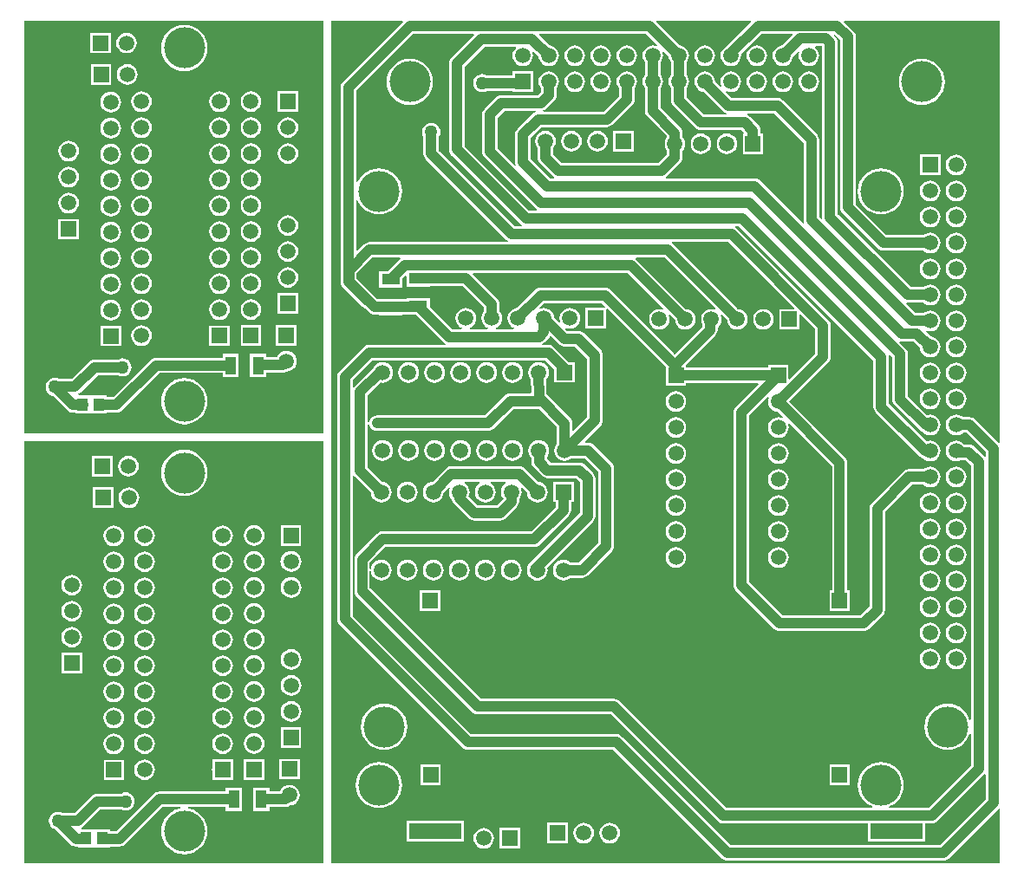
<source format=gtl>
G04 Layer_Physical_Order=1*
G04 Layer_Color=255*
%FSLAX24Y24*%
%MOIN*%
G70*
G01*
G75*
%ADD10R,0.0433X0.0709*%
%ADD11R,0.0709X0.0433*%
%ADD12R,0.0394X0.0512*%
%ADD13C,0.0394*%
%ADD14C,0.0157*%
%ADD15R,0.0591X0.0591*%
%ADD16C,0.0591*%
%ADD17R,0.0591X0.0591*%
%ADD18R,0.0591X0.0591*%
%ADD19C,0.0591*%
%ADD20C,0.1575*%
%ADD21R,0.2008X0.0591*%
%ADD22R,0.0591X0.0591*%
%ADD23C,0.0500*%
G36*
X5635Y31996D02*
X4749Y31111D01*
X4702Y31049D01*
X4672Y30977D01*
X4662Y30900D01*
Y27600D01*
X4672Y27523D01*
X4702Y27451D01*
X4749Y27389D01*
X7409Y24729D01*
X7471Y24682D01*
X7481Y24678D01*
X7471Y24628D01*
X7203D01*
X4278Y27553D01*
Y28076D01*
X4284Y28084D01*
X4319Y28169D01*
X4331Y28260D01*
X4319Y28351D01*
X4284Y28436D01*
X4229Y28509D01*
X4156Y28564D01*
X4071Y28599D01*
X3980Y28611D01*
X3889Y28599D01*
X3804Y28564D01*
X3731Y28509D01*
X3676Y28436D01*
X3641Y28351D01*
X3629Y28260D01*
X3641Y28169D01*
X3676Y28084D01*
X3682Y28076D01*
Y27430D01*
X3692Y27353D01*
X3722Y27281D01*
X3769Y27219D01*
X6869Y24119D01*
X6924Y24078D01*
X6920Y24049D01*
X6910Y24028D01*
X1600D01*
X1600Y24028D01*
X1523Y24018D01*
X1451Y23988D01*
X1389Y23941D01*
X1389Y23941D01*
X1144Y23695D01*
X1098Y23714D01*
Y25636D01*
X1146Y25644D01*
X1228Y25490D01*
X1339Y25355D01*
X1474Y25244D01*
X1628Y25162D01*
X1795Y25111D01*
X1969Y25094D01*
X2142Y25111D01*
X2309Y25162D01*
X2463Y25244D01*
X2598Y25355D01*
X2709Y25490D01*
X2791Y25644D01*
X2842Y25811D01*
X2859Y25984D01*
X2842Y26158D01*
X2791Y26325D01*
X2709Y26479D01*
X2598Y26614D01*
X2463Y26724D01*
X2309Y26807D01*
X2142Y26857D01*
X1969Y26874D01*
X1795Y26857D01*
X1628Y26807D01*
X1474Y26724D01*
X1339Y26614D01*
X1228Y26479D01*
X1146Y26325D01*
X1098Y26332D01*
Y29857D01*
X3283Y32042D01*
X5616D01*
X5635Y31996D01*
D02*
G37*
G36*
X25849Y16314D02*
X25823Y16305D01*
X25799Y16303D01*
X24891Y17211D01*
X24829Y17258D01*
X24757Y17288D01*
X24680Y17298D01*
X24419D01*
X24359Y17344D01*
X24263Y17384D01*
X24160Y17397D01*
X24057Y17384D01*
X23961Y17344D01*
X23879Y17281D01*
X23816Y17199D01*
X23776Y17103D01*
X23763Y17000D01*
X23776Y16897D01*
X23816Y16801D01*
X23879Y16719D01*
X23961Y16656D01*
X24057Y16616D01*
X24160Y16603D01*
X24263Y16616D01*
X24359Y16656D01*
X24419Y16702D01*
X24557D01*
X25294Y15965D01*
Y15790D01*
X25244Y15773D01*
X25231Y15791D01*
X24861Y16161D01*
X24799Y16208D01*
X24727Y16238D01*
X24650Y16248D01*
X24466D01*
X24441Y16281D01*
X24359Y16344D01*
X24263Y16384D01*
X24160Y16397D01*
X24057Y16384D01*
X23961Y16344D01*
X23879Y16281D01*
X23816Y16199D01*
X23776Y16103D01*
X23763Y16000D01*
X23776Y15897D01*
X23816Y15801D01*
X23879Y15719D01*
X23961Y15656D01*
X24057Y15616D01*
X24160Y15603D01*
X24263Y15616D01*
X24349Y15652D01*
X24527D01*
X24722Y15457D01*
Y5660D01*
X24672Y5653D01*
X24650Y5728D01*
X24567Y5882D01*
X24457Y6016D01*
X24322Y6127D01*
X24168Y6209D01*
X24001Y6260D01*
X23827Y6277D01*
X23654Y6260D01*
X23487Y6209D01*
X23333Y6127D01*
X23198Y6016D01*
X23087Y5882D01*
X23005Y5728D01*
X22954Y5561D01*
X22937Y5387D01*
X22954Y5213D01*
X23005Y5046D01*
X23087Y4892D01*
X23198Y4758D01*
X23333Y4647D01*
X23487Y4565D01*
X23654Y4514D01*
X23827Y4497D01*
X24001Y4514D01*
X24168Y4565D01*
X24322Y4647D01*
X24457Y4758D01*
X24567Y4892D01*
X24650Y5046D01*
X24672Y5121D01*
X24722Y5114D01*
Y3883D01*
X23107Y2268D01*
X21577D01*
X21569Y2318D01*
X21600Y2327D01*
X21754Y2410D01*
X21889Y2520D01*
X22000Y2655D01*
X22082Y2809D01*
X22133Y2976D01*
X22150Y3150D01*
X22133Y3323D01*
X22082Y3490D01*
X22000Y3644D01*
X21889Y3779D01*
X21754Y3890D01*
X21600Y3972D01*
X21433Y4023D01*
X21260Y4040D01*
X21086Y4023D01*
X20919Y3972D01*
X20765Y3890D01*
X20630Y3779D01*
X20520Y3644D01*
X20437Y3490D01*
X20387Y3323D01*
X20370Y3150D01*
X20387Y2976D01*
X20437Y2809D01*
X20520Y2655D01*
X20630Y2520D01*
X20765Y2410D01*
X20919Y2327D01*
X20950Y2318D01*
X20943Y2268D01*
X15323D01*
X11221Y6371D01*
X11159Y6418D01*
X11087Y6448D01*
X11010Y6458D01*
X5889D01*
X1618Y10729D01*
Y11379D01*
X1668Y11383D01*
X1676Y11317D01*
X1716Y11221D01*
X1779Y11139D01*
X1861Y11076D01*
X1957Y11036D01*
X2060Y11023D01*
X2163Y11036D01*
X2259Y11076D01*
X2341Y11139D01*
X2404Y11221D01*
X2444Y11317D01*
X2457Y11420D01*
X2444Y11523D01*
X2404Y11619D01*
X2341Y11701D01*
X2259Y11764D01*
X2163Y11804D01*
X2060Y11817D01*
X1957Y11804D01*
X1861Y11764D01*
X1779Y11701D01*
X1716Y11619D01*
X1676Y11523D01*
X1668Y11457D01*
X1618Y11461D01*
Y11697D01*
X2233Y12312D01*
X7950D01*
X8027Y12322D01*
X8099Y12352D01*
X8161Y12399D01*
X9271Y13509D01*
X9318Y13571D01*
X9348Y13643D01*
X9358Y13720D01*
Y14026D01*
X9454D01*
Y14814D01*
X8666D01*
Y14026D01*
X8762D01*
Y13843D01*
X7827Y12908D01*
X2110D01*
X2110Y12908D01*
X2033Y12898D01*
X1961Y12868D01*
X1899Y12821D01*
X1899Y12821D01*
X1109Y12031D01*
X1062Y11969D01*
X1032Y11897D01*
X1022Y11820D01*
Y10606D01*
X1032Y10529D01*
X1062Y10457D01*
X1109Y10395D01*
X5555Y5949D01*
X5555Y5949D01*
X5617Y5902D01*
X5689Y5872D01*
X5766Y5862D01*
X10887D01*
X14989Y1759D01*
X15051Y1712D01*
X15123Y1682D01*
X15161Y1677D01*
X15200Y1672D01*
X15200Y1672D01*
X20756D01*
Y978D01*
X22960D01*
Y1672D01*
X23230D01*
X23307Y1682D01*
X23379Y1712D01*
X23441Y1759D01*
X25231Y3549D01*
X25231Y3549D01*
X25244Y3567D01*
X25294Y3550D01*
Y2585D01*
X23537Y828D01*
X15503D01*
X11311Y5021D01*
X11249Y5068D01*
X11177Y5098D01*
X11100Y5108D01*
X5513D01*
X968Y9653D01*
Y15031D01*
X1018Y15048D01*
X1039Y15019D01*
X1667Y14392D01*
X1676Y14317D01*
X1716Y14221D01*
X1779Y14139D01*
X1861Y14076D01*
X1957Y14036D01*
X2060Y14023D01*
X2163Y14036D01*
X2259Y14076D01*
X2341Y14139D01*
X2404Y14221D01*
X2444Y14317D01*
X2457Y14420D01*
X2444Y14523D01*
X2404Y14619D01*
X2341Y14701D01*
X2259Y14764D01*
X2163Y14804D01*
X2088Y14813D01*
X1548Y15353D01*
Y17014D01*
X1598Y17017D01*
X1602Y16983D01*
X1632Y16911D01*
X1679Y16849D01*
X1741Y16802D01*
X1813Y16772D01*
X1890Y16762D01*
X6160D01*
X6237Y16772D01*
X6309Y16802D01*
X6371Y16849D01*
X7143Y17622D01*
X8110D01*
X8116Y17623D01*
X8812Y16927D01*
Y16279D01*
X8766Y16219D01*
X8726Y16123D01*
X8713Y16020D01*
X8726Y15917D01*
X8766Y15821D01*
X8829Y15739D01*
X8911Y15676D01*
X9007Y15636D01*
X9110Y15623D01*
X9213Y15636D01*
X9309Y15676D01*
X9369Y15722D01*
X9887D01*
X10412Y15197D01*
Y12463D01*
X9667Y11718D01*
X9319D01*
X9259Y11764D01*
X9163Y11804D01*
X9060Y11817D01*
X8957Y11804D01*
X8861Y11764D01*
X8779Y11701D01*
X8716Y11619D01*
X8676Y11523D01*
X8663Y11420D01*
X8676Y11317D01*
X8716Y11221D01*
X8779Y11139D01*
X8861Y11076D01*
X8957Y11036D01*
X9060Y11023D01*
X9163Y11036D01*
X9259Y11076D01*
X9319Y11122D01*
X9790D01*
X9867Y11132D01*
X9939Y11162D01*
X10001Y11209D01*
X10921Y12129D01*
X10921Y12129D01*
X10968Y12191D01*
X10998Y12263D01*
X11008Y12340D01*
Y15320D01*
X10998Y15397D01*
X10968Y15469D01*
X10921Y15531D01*
X10921Y15531D01*
X10221Y16231D01*
X10159Y16278D01*
X10087Y16308D01*
X10010Y16318D01*
X9914D01*
X9895Y16364D01*
X10491Y16959D01*
X10491Y16959D01*
X10538Y17021D01*
X10568Y17093D01*
X10578Y17170D01*
X10578Y17170D01*
Y19680D01*
X10578Y19680D01*
X10568Y19757D01*
X10538Y19829D01*
X10491Y19891D01*
X10491Y19891D01*
X9851Y20531D01*
X9789Y20578D01*
X9717Y20608D01*
X9640Y20618D01*
X9213D01*
X9142Y20689D01*
X9170Y20732D01*
X9207Y20716D01*
X9310Y20703D01*
X9413Y20716D01*
X9509Y20756D01*
X9591Y20819D01*
X9654Y20901D01*
X9694Y20997D01*
X9707Y21100D01*
X9694Y21203D01*
X9654Y21299D01*
X9591Y21381D01*
X9509Y21444D01*
X9413Y21484D01*
X9310Y21497D01*
X9207Y21484D01*
X9111Y21444D01*
X9029Y21381D01*
X8966Y21299D01*
X8926Y21203D01*
X8913Y21100D01*
X8926Y20997D01*
X8942Y20960D01*
X8899Y20932D01*
X8703Y21128D01*
X8694Y21203D01*
X8654Y21299D01*
X8591Y21381D01*
X8509Y21444D01*
X8413Y21484D01*
X8310Y21497D01*
X8207Y21484D01*
X8170Y21468D01*
X8142Y21511D01*
X8313Y21682D01*
X10537D01*
X10675Y21544D01*
X10654Y21494D01*
X9916D01*
Y20706D01*
X10704D01*
Y21444D01*
X10754Y21465D01*
X12992Y19227D01*
Y18504D01*
X13780D01*
Y18600D01*
X16538D01*
X16558Y18554D01*
X15679Y17675D01*
X15632Y17614D01*
X15602Y17542D01*
X15592Y17465D01*
Y10840D01*
X15602Y10763D01*
X15632Y10691D01*
X15679Y10629D01*
X17159Y9149D01*
X17221Y9102D01*
X17293Y9072D01*
X17370Y9062D01*
X20600D01*
X20677Y9072D01*
X20749Y9102D01*
X20811Y9149D01*
X21341Y9679D01*
X21388Y9741D01*
X21418Y9813D01*
X21428Y9890D01*
Y13657D01*
X22473Y14702D01*
X22901D01*
X22961Y14656D01*
X23057Y14616D01*
X23160Y14603D01*
X23263Y14616D01*
X23359Y14656D01*
X23441Y14719D01*
X23504Y14801D01*
X23544Y14897D01*
X23557Y15000D01*
X23544Y15103D01*
X23504Y15199D01*
X23441Y15281D01*
X23359Y15344D01*
X23263Y15384D01*
X23160Y15397D01*
X23057Y15384D01*
X22961Y15344D01*
X22901Y15298D01*
X22350D01*
X22350Y15298D01*
X22273Y15288D01*
X22201Y15258D01*
X22139Y15211D01*
X22139Y15211D01*
X20919Y13991D01*
X20872Y13929D01*
X20842Y13857D01*
X20832Y13780D01*
Y10013D01*
X20477Y9658D01*
X17493D01*
X16188Y10963D01*
Y17341D01*
X16912Y18066D01*
X16955Y18038D01*
X16939Y18000D01*
X16926Y17898D01*
X16939Y17795D01*
X16979Y17699D01*
X17042Y17617D01*
X17124Y17554D01*
X17220Y17514D01*
X17295Y17504D01*
X17491Y17308D01*
X17463Y17266D01*
X17426Y17281D01*
X17323Y17295D01*
X17220Y17281D01*
X17124Y17242D01*
X17042Y17178D01*
X16979Y17096D01*
X16939Y17000D01*
X16926Y16898D01*
X16939Y16795D01*
X16979Y16699D01*
X17042Y16617D01*
X17124Y16554D01*
X17220Y16514D01*
X17323Y16501D01*
X17426Y16514D01*
X17521Y16554D01*
X17604Y16617D01*
X17667Y16699D01*
X17706Y16795D01*
X17720Y16898D01*
X17706Y17000D01*
X17691Y17038D01*
X17733Y17066D01*
X19387Y15412D01*
Y10630D01*
X19291D01*
Y9843D01*
X20079D01*
Y10630D01*
X19983D01*
Y15535D01*
X19983Y15535D01*
X19973Y15613D01*
X19943Y15684D01*
X19896Y15746D01*
X17748Y17894D01*
X19251Y19396D01*
X19251Y19396D01*
X19298Y19458D01*
X19328Y19530D01*
X19338Y19607D01*
Y20820D01*
X19338Y20820D01*
X19328Y20897D01*
X19298Y20969D01*
X19251Y21031D01*
X19251Y21031D01*
X15741Y24541D01*
X15679Y24588D01*
X15669Y24592D01*
X15679Y24642D01*
X15817D01*
X20982Y19477D01*
Y17690D01*
X20992Y17613D01*
X21022Y17541D01*
X21069Y17479D01*
X22759Y15789D01*
X22821Y15742D01*
X22883Y15717D01*
X22961Y15656D01*
X23057Y15616D01*
X23160Y15603D01*
X23263Y15616D01*
X23359Y15656D01*
X23441Y15719D01*
X23504Y15801D01*
X23544Y15897D01*
X23557Y16000D01*
X23544Y16103D01*
X23504Y16199D01*
X23441Y16281D01*
X23359Y16344D01*
X23263Y16384D01*
X23160Y16397D01*
X23057Y16384D01*
X23022Y16369D01*
X21578Y17813D01*
Y19600D01*
X21569Y19669D01*
X21585Y19684D01*
X21614Y19695D01*
X21702Y19607D01*
Y17990D01*
X21712Y17913D01*
X21742Y17841D01*
X21789Y17779D01*
X22779Y16789D01*
X22779Y16789D01*
X22841Y16742D01*
X22871Y16730D01*
X22879Y16719D01*
X22961Y16656D01*
X23057Y16616D01*
X23160Y16603D01*
X23263Y16616D01*
X23359Y16656D01*
X23441Y16719D01*
X23504Y16801D01*
X23544Y16897D01*
X23557Y17000D01*
X23544Y17103D01*
X23504Y17199D01*
X23441Y17281D01*
X23359Y17344D01*
X23263Y17384D01*
X23160Y17397D01*
X23057Y17384D01*
X23036Y17375D01*
X22298Y18113D01*
Y19730D01*
X22298Y19730D01*
X22288Y19807D01*
X22258Y19879D01*
X22211Y19941D01*
X21971Y20180D01*
X21999Y20223D01*
X22005Y20220D01*
X22082Y20210D01*
X22082Y20210D01*
X22529D01*
X22767Y19972D01*
X22776Y19897D01*
X22816Y19801D01*
X22879Y19719D01*
X22961Y19656D01*
X23057Y19616D01*
X23160Y19603D01*
X23263Y19616D01*
X23359Y19656D01*
X23441Y19719D01*
X23504Y19801D01*
X23544Y19897D01*
X23557Y20000D01*
X23544Y20103D01*
X23504Y20199D01*
X23441Y20281D01*
X23359Y20344D01*
X23263Y20384D01*
X23188Y20393D01*
X22992Y20589D01*
X23020Y20632D01*
X23057Y20616D01*
X23160Y20603D01*
X23263Y20616D01*
X23359Y20656D01*
X23441Y20719D01*
X23504Y20801D01*
X23544Y20897D01*
X23557Y21000D01*
X23544Y21103D01*
X23504Y21199D01*
X23441Y21281D01*
X23359Y21344D01*
X23263Y21384D01*
X23160Y21397D01*
X23057Y21384D01*
X22961Y21344D01*
X22901Y21298D01*
X22593D01*
X22230Y21661D01*
X22254Y21708D01*
X22300Y21702D01*
X22300Y21702D01*
X22901D01*
X22961Y21656D01*
X23057Y21616D01*
X23160Y21603D01*
X23263Y21616D01*
X23359Y21656D01*
X23441Y21719D01*
X23504Y21801D01*
X23544Y21897D01*
X23557Y22000D01*
X23544Y22103D01*
X23504Y22199D01*
X23441Y22281D01*
X23359Y22344D01*
X23263Y22384D01*
X23160Y22397D01*
X23057Y22384D01*
X22961Y22344D01*
X22901Y22298D01*
X22423D01*
X19608Y25113D01*
Y31700D01*
X19598Y31777D01*
X19568Y31849D01*
X19521Y31911D01*
X19521Y31911D01*
X19459Y31972D01*
X19476Y32026D01*
X19481Y32027D01*
X19702Y31807D01*
Y25360D01*
X19712Y25283D01*
X19742Y25211D01*
X19789Y25149D01*
X21149Y23789D01*
X21149Y23789D01*
X21211Y23742D01*
X21283Y23712D01*
X21360Y23702D01*
X22901D01*
X22961Y23656D01*
X23057Y23616D01*
X23160Y23603D01*
X23263Y23616D01*
X23359Y23656D01*
X23441Y23719D01*
X23504Y23801D01*
X23544Y23897D01*
X23557Y24000D01*
X23544Y24103D01*
X23504Y24199D01*
X23441Y24281D01*
X23359Y24344D01*
X23263Y24384D01*
X23160Y24397D01*
X23057Y24384D01*
X22961Y24344D01*
X22901Y24298D01*
X21483D01*
X20298Y25483D01*
Y31930D01*
X20288Y32007D01*
X20258Y32079D01*
X20211Y32141D01*
X20211Y32141D01*
X19849Y32502D01*
X19868Y32549D01*
X25849D01*
Y16314D01*
D02*
G37*
G36*
X14918Y21471D02*
X14890Y21428D01*
X14853Y21444D01*
X14750Y21457D01*
X14647Y21444D01*
X14551Y21404D01*
X14469Y21341D01*
X14406Y21259D01*
X14366Y21163D01*
X14353Y21060D01*
X14366Y20957D01*
X14392Y20895D01*
Y20773D01*
X13340Y19721D01*
X10871Y22191D01*
X10809Y22238D01*
X10737Y22268D01*
X10660Y22278D01*
X8190D01*
X8190Y22278D01*
X8113Y22268D01*
X8041Y22238D01*
X7979Y22191D01*
X7282Y21493D01*
X7207Y21484D01*
X7111Y21444D01*
X7029Y21381D01*
X6966Y21299D01*
X6926Y21203D01*
X6913Y21100D01*
X6926Y20997D01*
X6966Y20901D01*
X7029Y20819D01*
X7111Y20756D01*
X7156Y20738D01*
X7146Y20688D01*
X6474D01*
X6464Y20738D01*
X6509Y20756D01*
X6591Y20819D01*
X6654Y20901D01*
X6694Y20997D01*
X6707Y21100D01*
X6694Y21203D01*
X6654Y21299D01*
X6608Y21359D01*
Y21640D01*
X6598Y21717D01*
X6568Y21789D01*
X6521Y21851D01*
X5576Y22795D01*
X5596Y22845D01*
X11543D01*
X12918Y21471D01*
X12890Y21428D01*
X12853Y21444D01*
X12750Y21457D01*
X12647Y21444D01*
X12551Y21404D01*
X12469Y21341D01*
X12406Y21259D01*
X12366Y21163D01*
X12353Y21060D01*
X12366Y20957D01*
X12406Y20861D01*
X12469Y20779D01*
X12551Y20716D01*
X12647Y20676D01*
X12750Y20663D01*
X12853Y20676D01*
X12949Y20716D01*
X13031Y20779D01*
X13094Y20861D01*
X13134Y20957D01*
X13147Y21060D01*
X13134Y21163D01*
X13118Y21200D01*
X13161Y21228D01*
X13357Y21032D01*
X13366Y20957D01*
X13406Y20861D01*
X13469Y20779D01*
X13551Y20716D01*
X13647Y20676D01*
X13750Y20663D01*
X13853Y20676D01*
X13949Y20716D01*
X14031Y20779D01*
X14094Y20861D01*
X14134Y20957D01*
X14147Y21060D01*
X14134Y21163D01*
X14094Y21259D01*
X14031Y21341D01*
X13949Y21404D01*
X13853Y21444D01*
X13778Y21453D01*
X11877Y23354D01*
X11840Y23382D01*
X11857Y23432D01*
X12957D01*
X14918Y21471D01*
D02*
G37*
G36*
X16287Y32502D02*
X15347Y31563D01*
X15301Y31544D01*
X15219Y31481D01*
X15156Y31399D01*
X15116Y31303D01*
X15103Y31200D01*
X15116Y31097D01*
X15156Y31001D01*
X15219Y30919D01*
X15301Y30856D01*
X15397Y30816D01*
X15500Y30803D01*
X15603Y30816D01*
X15699Y30856D01*
X15781Y30919D01*
X15844Y31001D01*
X15884Y31097D01*
X15897Y31200D01*
X15889Y31262D01*
X16683Y32057D01*
X17870D01*
X17890Y32011D01*
X17472Y31593D01*
X17397Y31584D01*
X17301Y31544D01*
X17219Y31481D01*
X17156Y31399D01*
X17116Y31303D01*
X17103Y31200D01*
X17116Y31097D01*
X17156Y31001D01*
X17219Y30919D01*
X17301Y30856D01*
X17397Y30816D01*
X17500Y30803D01*
X17603Y30816D01*
X17699Y30856D01*
X17781Y30919D01*
X17844Y31001D01*
X17884Y31097D01*
X17893Y31172D01*
X18089Y31368D01*
X18132Y31340D01*
X18116Y31303D01*
X18103Y31200D01*
X18116Y31097D01*
X18156Y31001D01*
X18219Y30919D01*
X18301Y30856D01*
X18397Y30816D01*
X18500Y30803D01*
X18603Y30816D01*
X18699Y30856D01*
X18781Y30919D01*
X18844Y31001D01*
X18884Y31097D01*
X18897Y31200D01*
X18884Y31303D01*
X18844Y31399D01*
X18781Y31481D01*
X18736Y31515D01*
X18753Y31565D01*
X19012D01*
Y24990D01*
X19018Y24944D01*
X18971Y24920D01*
X18888Y25003D01*
Y27980D01*
X18878Y28057D01*
X18848Y28129D01*
X18801Y28191D01*
X18801Y28191D01*
X17511Y29481D01*
X17449Y29528D01*
X17377Y29558D01*
X17300Y29568D01*
X15533D01*
X15298Y29804D01*
X15326Y29846D01*
X15397Y29816D01*
X15500Y29803D01*
X15603Y29816D01*
X15699Y29856D01*
X15781Y29919D01*
X15844Y30001D01*
X15884Y30097D01*
X15897Y30200D01*
X15884Y30303D01*
X15844Y30399D01*
X15781Y30481D01*
X15699Y30544D01*
X15603Y30584D01*
X15500Y30597D01*
X15397Y30584D01*
X15301Y30544D01*
X15219Y30481D01*
X15156Y30399D01*
X15116Y30303D01*
X15103Y30200D01*
X15116Y30097D01*
X15146Y30026D01*
X15104Y29998D01*
X14896Y30205D01*
X14884Y30303D01*
X14844Y30399D01*
X14781Y30481D01*
X14699Y30544D01*
X14603Y30584D01*
X14500Y30597D01*
X14397Y30584D01*
X14301Y30544D01*
X14219Y30481D01*
X14156Y30399D01*
X14116Y30303D01*
X14103Y30200D01*
X14116Y30097D01*
X14156Y30001D01*
X14219Y29919D01*
X14301Y29856D01*
X14397Y29816D01*
X14449Y29810D01*
X15199Y29059D01*
X15199Y29059D01*
X15261Y29012D01*
X15320Y28988D01*
X15310Y28938D01*
X14463D01*
X13798Y29603D01*
Y29941D01*
X13844Y30001D01*
X13884Y30097D01*
X13897Y30200D01*
X13884Y30303D01*
X13844Y30399D01*
X13798Y30459D01*
Y30941D01*
X13844Y31001D01*
X13884Y31097D01*
X13897Y31200D01*
X13884Y31303D01*
X13844Y31399D01*
X13781Y31481D01*
X13699Y31544D01*
X13603Y31584D01*
X13528Y31593D01*
X12619Y32502D01*
X12638Y32549D01*
X16267D01*
X16287Y32502D01*
D02*
G37*
G36*
X8000Y29032D02*
X7941Y29008D01*
X7879Y28961D01*
X7289Y28371D01*
X7242Y28309D01*
X7212Y28237D01*
X7202Y28160D01*
Y27120D01*
X7212Y27043D01*
X7229Y27003D01*
X7186Y26975D01*
X6528Y27633D01*
Y28817D01*
X6793Y29082D01*
X7990D01*
X8000Y29032D01*
D02*
G37*
G36*
X13107Y31172D02*
X13116Y31097D01*
X13156Y31001D01*
X13202Y30941D01*
Y30459D01*
X13156Y30399D01*
X13116Y30303D01*
X13103Y30200D01*
X13116Y30097D01*
X13156Y30001D01*
X13202Y29941D01*
Y29480D01*
X13212Y29403D01*
X13242Y29331D01*
X13289Y29269D01*
X14129Y28429D01*
X14129Y28429D01*
X14191Y28382D01*
X14263Y28352D01*
X14340Y28342D01*
X15907D01*
X15999Y28250D01*
X15980Y28204D01*
X15956D01*
Y27416D01*
X16744D01*
Y28204D01*
X16648D01*
Y28320D01*
X16638Y28397D01*
X16608Y28469D01*
X16561Y28531D01*
X16561Y28531D01*
X16241Y28851D01*
X16179Y28898D01*
X16120Y28922D01*
X16130Y28972D01*
X17177D01*
X18292Y27857D01*
Y24880D01*
X18302Y24803D01*
X18319Y24763D01*
X18276Y24735D01*
X16621Y26391D01*
X16559Y26438D01*
X16487Y26468D01*
X16410Y26478D01*
X13010D01*
X13000Y26499D01*
X12996Y26528D01*
X13051Y26569D01*
X13561Y27079D01*
X13608Y27141D01*
X13638Y27213D01*
X13643Y27251D01*
X13648Y27290D01*
X13648Y27290D01*
Y27551D01*
X13694Y27611D01*
X13734Y27707D01*
X13747Y27810D01*
X13734Y27913D01*
X13694Y28009D01*
X13648Y28069D01*
Y28220D01*
X13648Y28220D01*
X13638Y28297D01*
X13608Y28369D01*
X13561Y28431D01*
X13561Y28431D01*
X12798Y29193D01*
Y29941D01*
X12844Y30001D01*
X12884Y30097D01*
X12897Y30200D01*
X12884Y30303D01*
X12844Y30399D01*
X12798Y30459D01*
Y30941D01*
X12844Y31001D01*
X12884Y31097D01*
X12897Y31200D01*
X12884Y31303D01*
X12868Y31340D01*
X12911Y31368D01*
X13107Y31172D01*
D02*
G37*
G36*
X-151Y16687D02*
X-11660D01*
Y32549D01*
X-151D01*
Y16687D01*
D02*
G37*
G36*
X2901Y32502D02*
X589Y30191D01*
X542Y30129D01*
X512Y30057D01*
X502Y29980D01*
Y22500D01*
X512Y22423D01*
X542Y22351D01*
X589Y22289D01*
X1329Y21549D01*
X1391Y21502D01*
X1435Y21484D01*
X1591Y21328D01*
X1653Y21281D01*
X1724Y21251D01*
X1763Y21246D01*
X1802Y21241D01*
X1802Y21241D01*
X1967D01*
Y21224D01*
X2873D01*
Y21241D01*
X3387D01*
X4448Y20179D01*
X4448Y20179D01*
X4510Y20132D01*
X4544Y20118D01*
X4534Y20068D01*
X1590D01*
X1513Y20058D01*
X1441Y20028D01*
X1379Y19981D01*
X1379Y19981D01*
X459Y19061D01*
X412Y18999D01*
X382Y18927D01*
X372Y18850D01*
Y9530D01*
X382Y9453D01*
X412Y9381D01*
X459Y9319D01*
X5179Y4599D01*
X5241Y4552D01*
X5313Y4522D01*
X5390Y4512D01*
X10977D01*
X15169Y319D01*
X15231Y272D01*
X15303Y242D01*
X15380Y232D01*
X23660D01*
X23737Y242D01*
X23809Y272D01*
X23871Y319D01*
X25799Y2247D01*
X25823Y2245D01*
X25849Y2236D01*
Y151D01*
X151D01*
Y32549D01*
X2882D01*
X2901Y32502D01*
D02*
G37*
G36*
X-151Y151D02*
X-11660D01*
Y16384D01*
X-151D01*
Y151D01*
D02*
G37*
G36*
X2788Y23382D02*
X2751Y23354D01*
X2314Y22916D01*
X1967D01*
Y22287D01*
X2873D01*
Y22633D01*
X2981Y22741D01*
X3027Y22722D01*
Y22317D01*
X3933D01*
Y22334D01*
X5195D01*
X6012Y21517D01*
Y21359D01*
X5966Y21299D01*
X5926Y21203D01*
X5913Y21100D01*
X5926Y20997D01*
X5966Y20901D01*
X6029Y20819D01*
X6111Y20756D01*
X6156Y20738D01*
X6146Y20688D01*
X5474D01*
X5464Y20738D01*
X5509Y20756D01*
X5591Y20819D01*
X5654Y20901D01*
X5694Y20997D01*
X5707Y21100D01*
X5694Y21203D01*
X5654Y21299D01*
X5591Y21381D01*
X5509Y21444D01*
X5413Y21484D01*
X5310Y21497D01*
X5207Y21484D01*
X5111Y21444D01*
X5029Y21381D01*
X4966Y21299D01*
X4926Y21203D01*
X4913Y21100D01*
X4926Y20997D01*
X4966Y20901D01*
X5029Y20819D01*
X5111Y20756D01*
X5156Y20738D01*
X5146Y20688D01*
X4782D01*
X3933Y21537D01*
Y21883D01*
X3027D01*
Y21836D01*
X2873D01*
Y21853D01*
X1967D01*
Y21853D01*
X1917Y21844D01*
X1118Y22643D01*
Y22827D01*
X1723Y23432D01*
X2771D01*
X2788Y23382D01*
D02*
G37*
G36*
X17939Y21500D02*
X17920Y21454D01*
X17356D01*
Y20666D01*
X18144D01*
Y21230D01*
X18190Y21249D01*
X18742Y20697D01*
Y19730D01*
X17763Y18751D01*
X17717Y18770D01*
Y19291D01*
X16929D01*
Y19195D01*
X13780D01*
Y19291D01*
X13780Y19291D01*
X13780D01*
X13796Y19335D01*
X14901Y20439D01*
X14948Y20501D01*
X14978Y20573D01*
X14988Y20650D01*
Y20746D01*
X15031Y20779D01*
X15094Y20861D01*
X15134Y20957D01*
X15147Y21060D01*
X15134Y21163D01*
X15118Y21200D01*
X15161Y21228D01*
X15357Y21032D01*
X15366Y20957D01*
X15406Y20861D01*
X15469Y20779D01*
X15551Y20716D01*
X15647Y20676D01*
X15750Y20663D01*
X15853Y20676D01*
X15949Y20716D01*
X16031Y20779D01*
X16094Y20861D01*
X16134Y20957D01*
X16147Y21060D01*
X16134Y21163D01*
X16094Y21259D01*
X16031Y21341D01*
X15949Y21404D01*
X15853Y21444D01*
X15778Y21453D01*
X13291Y23941D01*
X13236Y23982D01*
X13240Y24011D01*
X13250Y24032D01*
X15407D01*
X17939Y21500D01*
D02*
G37*
G36*
X8879Y20109D02*
X8879Y20109D01*
X8941Y20062D01*
X9013Y20032D01*
X9090Y20022D01*
X9090Y20022D01*
X9517D01*
X9982Y19557D01*
Y17293D01*
X9454Y16765D01*
X9408Y16784D01*
Y17050D01*
X9408Y17050D01*
X9398Y17127D01*
X9368Y17199D01*
X9321Y17261D01*
X9321Y17261D01*
X8416Y18165D01*
X8410Y18765D01*
X8454Y18821D01*
X8494Y18917D01*
X8507Y19020D01*
X8494Y19123D01*
X8454Y19219D01*
X8391Y19301D01*
X8309Y19364D01*
X8213Y19404D01*
X8110Y19417D01*
X8007Y19404D01*
X7911Y19364D01*
X7829Y19301D01*
X7766Y19219D01*
X7726Y19123D01*
X7713Y19020D01*
X7726Y18917D01*
X7766Y18821D01*
X7815Y18758D01*
X7820Y18253D01*
X7785Y18218D01*
X7020D01*
X7020Y18218D01*
X6943Y18208D01*
X6871Y18178D01*
X6809Y18131D01*
X6809Y18131D01*
X6037Y17358D01*
X1890D01*
X1813Y17348D01*
X1741Y17318D01*
X1679Y17271D01*
X1632Y17209D01*
X1602Y17137D01*
X1598Y17103D01*
X1548Y17106D01*
Y18137D01*
X2043Y18632D01*
X2110Y18623D01*
X2213Y18636D01*
X2309Y18676D01*
X2391Y18739D01*
X2454Y18821D01*
X2494Y18917D01*
X2507Y19020D01*
X2494Y19123D01*
X2454Y19219D01*
X2391Y19301D01*
X2309Y19364D01*
X2213Y19404D01*
X2110Y19417D01*
X2007Y19404D01*
X1911Y19364D01*
X1829Y19301D01*
X1766Y19219D01*
X1751Y19182D01*
X1039Y18471D01*
X1018Y18442D01*
X968Y18459D01*
Y18727D01*
X1713Y19472D01*
X8377D01*
X8716Y19133D01*
Y18626D01*
X9504D01*
Y19414D01*
X9277D01*
X8711Y19981D01*
X8649Y20028D01*
X8577Y20058D01*
X8500Y20068D01*
X8254D01*
X8245Y20118D01*
X8279Y20132D01*
X8341Y20179D01*
X8521Y20359D01*
X8521Y20359D01*
X8545Y20391D01*
X8595Y20394D01*
X8879Y20109D01*
D02*
G37*
G36*
X12668Y31611D02*
X12640Y31568D01*
X12603Y31584D01*
X12500Y31597D01*
X12397Y31584D01*
X12301Y31544D01*
X12219Y31481D01*
X12156Y31399D01*
X12116Y31303D01*
X12103Y31200D01*
X12116Y31097D01*
X12156Y31001D01*
X12202Y30941D01*
Y30459D01*
X12156Y30399D01*
X12116Y30303D01*
X12103Y30200D01*
X12116Y30097D01*
X12156Y30001D01*
X12202Y29941D01*
Y29070D01*
X12212Y28993D01*
X12242Y28921D01*
X12289Y28859D01*
X13052Y28097D01*
Y28069D01*
X13006Y28009D01*
X12966Y27913D01*
X12953Y27810D01*
X12966Y27707D01*
X13006Y27611D01*
X13052Y27551D01*
Y27413D01*
X12717Y27078D01*
X8993D01*
X8668Y27403D01*
Y27651D01*
X8714Y27711D01*
X8754Y27807D01*
X8767Y27910D01*
X8754Y28013D01*
X8714Y28109D01*
X8651Y28191D01*
X8569Y28254D01*
X8473Y28294D01*
X8370Y28307D01*
X8267Y28294D01*
X8171Y28254D01*
X8089Y28191D01*
X8026Y28109D01*
X7986Y28013D01*
X7973Y27910D01*
X7986Y27807D01*
X8026Y27711D01*
X8072Y27651D01*
Y27280D01*
X8082Y27203D01*
X8112Y27131D01*
X8159Y27069D01*
X8659Y26569D01*
X8714Y26528D01*
X8710Y26499D01*
X8700Y26478D01*
X8563D01*
X7798Y27243D01*
Y28037D01*
X8213Y28452D01*
X10730D01*
X10807Y28462D01*
X10879Y28492D01*
X10941Y28539D01*
X11711Y29309D01*
X11711Y29309D01*
X11758Y29371D01*
X11788Y29443D01*
X11798Y29520D01*
Y29941D01*
X11844Y30001D01*
X11884Y30097D01*
X11897Y30200D01*
X11884Y30303D01*
X11844Y30399D01*
X11781Y30481D01*
X11699Y30544D01*
X11603Y30584D01*
X11500Y30597D01*
X11397Y30584D01*
X11301Y30544D01*
X11219Y30481D01*
X11156Y30399D01*
X11116Y30303D01*
X11103Y30200D01*
X11116Y30097D01*
X11156Y30001D01*
X11202Y29941D01*
Y29643D01*
X10607Y29048D01*
X8290D01*
X8280Y29098D01*
X8339Y29122D01*
X8401Y29169D01*
X8711Y29479D01*
X8758Y29541D01*
X8788Y29613D01*
X8798Y29690D01*
Y29941D01*
X8844Y30001D01*
X8884Y30097D01*
X8897Y30200D01*
X8884Y30303D01*
X8844Y30399D01*
X8781Y30481D01*
X8699Y30544D01*
X8603Y30584D01*
X8500Y30597D01*
X8397Y30584D01*
X8301Y30544D01*
X8219Y30481D01*
X8156Y30399D01*
X8116Y30303D01*
X8103Y30200D01*
X8116Y30097D01*
X8156Y30001D01*
X8202Y29941D01*
Y29813D01*
X8067Y29678D01*
X6670D01*
X6593Y29668D01*
X6521Y29638D01*
X6459Y29591D01*
X6019Y29151D01*
X5972Y29089D01*
X5942Y29017D01*
X5932Y28940D01*
Y27510D01*
X5942Y27433D01*
X5972Y27361D01*
X6019Y27299D01*
X7989Y25329D01*
X7989Y25329D01*
X8044Y25288D01*
X8040Y25259D01*
X8030Y25238D01*
X7743D01*
X5258Y27723D01*
Y30777D01*
X6031Y31550D01*
X7227D01*
X7244Y31500D01*
X7219Y31481D01*
X7156Y31399D01*
X7116Y31303D01*
X7103Y31200D01*
X7116Y31097D01*
X7156Y31001D01*
X7219Y30919D01*
X7301Y30856D01*
X7397Y30816D01*
X7500Y30803D01*
X7603Y30816D01*
X7699Y30856D01*
X7781Y30919D01*
X7844Y31001D01*
X7884Y31097D01*
X7897Y31200D01*
X7884Y31303D01*
X7868Y31340D01*
X7911Y31368D01*
X8107Y31172D01*
X8116Y31097D01*
X8156Y31001D01*
X8219Y30919D01*
X8301Y30856D01*
X8397Y30816D01*
X8500Y30803D01*
X8603Y30816D01*
X8699Y30856D01*
X8781Y30919D01*
X8844Y31001D01*
X8884Y31097D01*
X8897Y31200D01*
X8884Y31303D01*
X8844Y31399D01*
X8781Y31481D01*
X8699Y31544D01*
X8603Y31584D01*
X8528Y31593D01*
X8125Y31996D01*
X8144Y32042D01*
X12237D01*
X12668Y31611D01*
D02*
G37*
%LPC*%
G36*
X3157Y31081D02*
X2983Y31064D01*
X2816Y31013D01*
X2663Y30931D01*
X2528Y30820D01*
X2417Y30685D01*
X2335Y30532D01*
X2284Y30365D01*
X2267Y30191D01*
X2284Y30017D01*
X2335Y29850D01*
X2417Y29696D01*
X2528Y29562D01*
X2663Y29451D01*
X2816Y29369D01*
X2983Y29318D01*
X3157Y29301D01*
X3331Y29318D01*
X3498Y29369D01*
X3652Y29451D01*
X3786Y29562D01*
X3897Y29696D01*
X3979Y29850D01*
X4030Y30017D01*
X4047Y30191D01*
X4030Y30365D01*
X3979Y30532D01*
X3897Y30685D01*
X3786Y30820D01*
X3652Y30931D01*
X3498Y31013D01*
X3331Y31064D01*
X3157Y31081D01*
D02*
G37*
G36*
X7060Y11817D02*
X6957Y11804D01*
X6861Y11764D01*
X6779Y11701D01*
X6716Y11619D01*
X6676Y11523D01*
X6663Y11420D01*
X6676Y11317D01*
X6716Y11221D01*
X6779Y11139D01*
X6861Y11076D01*
X6957Y11036D01*
X7060Y11023D01*
X7163Y11036D01*
X7259Y11076D01*
X7341Y11139D01*
X7404Y11221D01*
X7444Y11317D01*
X7457Y11420D01*
X7444Y11523D01*
X7404Y11619D01*
X7341Y11701D01*
X7259Y11764D01*
X7163Y11804D01*
X7060Y11817D01*
D02*
G37*
G36*
X4060D02*
X3957Y11804D01*
X3861Y11764D01*
X3779Y11701D01*
X3716Y11619D01*
X3676Y11523D01*
X3663Y11420D01*
X3676Y11317D01*
X3716Y11221D01*
X3779Y11139D01*
X3861Y11076D01*
X3957Y11036D01*
X4060Y11023D01*
X4163Y11036D01*
X4259Y11076D01*
X4341Y11139D01*
X4404Y11221D01*
X4444Y11317D01*
X4457Y11420D01*
X4444Y11523D01*
X4404Y11619D01*
X4341Y11701D01*
X4259Y11764D01*
X4163Y11804D01*
X4060Y11817D01*
D02*
G37*
G36*
X5060D02*
X4957Y11804D01*
X4861Y11764D01*
X4779Y11701D01*
X4716Y11619D01*
X4676Y11523D01*
X4663Y11420D01*
X4676Y11317D01*
X4716Y11221D01*
X4779Y11139D01*
X4861Y11076D01*
X4957Y11036D01*
X5060Y11023D01*
X5163Y11036D01*
X5259Y11076D01*
X5341Y11139D01*
X5404Y11221D01*
X5444Y11317D01*
X5457Y11420D01*
X5444Y11523D01*
X5404Y11619D01*
X5341Y11701D01*
X5259Y11764D01*
X5163Y11804D01*
X5060Y11817D01*
D02*
G37*
G36*
X6060D02*
X5957Y11804D01*
X5861Y11764D01*
X5779Y11701D01*
X5716Y11619D01*
X5676Y11523D01*
X5663Y11420D01*
X5676Y11317D01*
X5716Y11221D01*
X5779Y11139D01*
X5861Y11076D01*
X5957Y11036D01*
X6060Y11023D01*
X6163Y11036D01*
X6259Y11076D01*
X6341Y11139D01*
X6404Y11221D01*
X6444Y11317D01*
X6457Y11420D01*
X6444Y11523D01*
X6404Y11619D01*
X6341Y11701D01*
X6259Y11764D01*
X6163Y11804D01*
X6060Y11817D01*
D02*
G37*
G36*
X17323Y12295D02*
X17220Y12281D01*
X17124Y12242D01*
X17042Y12178D01*
X16979Y12096D01*
X16939Y12000D01*
X16926Y11898D01*
X16939Y11795D01*
X16979Y11699D01*
X17042Y11617D01*
X17124Y11554D01*
X17220Y11514D01*
X17323Y11501D01*
X17426Y11514D01*
X17521Y11554D01*
X17604Y11617D01*
X17667Y11699D01*
X17706Y11795D01*
X17720Y11898D01*
X17706Y12000D01*
X17667Y12096D01*
X17604Y12178D01*
X17521Y12242D01*
X17426Y12281D01*
X17323Y12295D01*
D02*
G37*
G36*
X23160Y12397D02*
X23057Y12384D01*
X22961Y12344D01*
X22879Y12281D01*
X22816Y12199D01*
X22776Y12103D01*
X22763Y12000D01*
X22776Y11897D01*
X22816Y11801D01*
X22879Y11719D01*
X22961Y11656D01*
X23057Y11616D01*
X23160Y11603D01*
X23263Y11616D01*
X23359Y11656D01*
X23441Y11719D01*
X23504Y11801D01*
X23544Y11897D01*
X23557Y12000D01*
X23544Y12103D01*
X23504Y12199D01*
X23441Y12281D01*
X23359Y12344D01*
X23263Y12384D01*
X23160Y12397D01*
D02*
G37*
G36*
X24160D02*
X24057Y12384D01*
X23961Y12344D01*
X23879Y12281D01*
X23816Y12199D01*
X23776Y12103D01*
X23763Y12000D01*
X23776Y11897D01*
X23816Y11801D01*
X23879Y11719D01*
X23961Y11656D01*
X24057Y11616D01*
X24160Y11603D01*
X24263Y11616D01*
X24359Y11656D01*
X24441Y11719D01*
X24504Y11801D01*
X24544Y11897D01*
X24557Y12000D01*
X24544Y12103D01*
X24504Y12199D01*
X24441Y12281D01*
X24359Y12344D01*
X24263Y12384D01*
X24160Y12397D01*
D02*
G37*
G36*
X13386Y12295D02*
X13283Y12281D01*
X13187Y12242D01*
X13105Y12178D01*
X13042Y12096D01*
X13002Y12000D01*
X12989Y11898D01*
X13002Y11795D01*
X13042Y11699D01*
X13105Y11617D01*
X13187Y11554D01*
X13283Y11514D01*
X13386Y11501D01*
X13489Y11514D01*
X13584Y11554D01*
X13667Y11617D01*
X13730Y11699D01*
X13769Y11795D01*
X13783Y11898D01*
X13769Y12000D01*
X13730Y12096D01*
X13667Y12178D01*
X13584Y12242D01*
X13489Y12281D01*
X13386Y12295D01*
D02*
G37*
G36*
X23160Y10397D02*
X23057Y10384D01*
X22961Y10344D01*
X22879Y10281D01*
X22816Y10199D01*
X22776Y10103D01*
X22763Y10000D01*
X22776Y9897D01*
X22816Y9801D01*
X22879Y9719D01*
X22961Y9656D01*
X23057Y9616D01*
X23160Y9603D01*
X23263Y9616D01*
X23359Y9656D01*
X23441Y9719D01*
X23504Y9801D01*
X23544Y9897D01*
X23557Y10000D01*
X23544Y10103D01*
X23504Y10199D01*
X23441Y10281D01*
X23359Y10344D01*
X23263Y10384D01*
X23160Y10397D01*
D02*
G37*
G36*
X24160D02*
X24057Y10384D01*
X23961Y10344D01*
X23879Y10281D01*
X23816Y10199D01*
X23776Y10103D01*
X23763Y10000D01*
X23776Y9897D01*
X23816Y9801D01*
X23879Y9719D01*
X23961Y9656D01*
X24057Y9616D01*
X24160Y9603D01*
X24263Y9616D01*
X24359Y9656D01*
X24441Y9719D01*
X24504Y9801D01*
X24544Y9897D01*
X24557Y10000D01*
X24544Y10103D01*
X24504Y10199D01*
X24441Y10281D01*
X24359Y10344D01*
X24263Y10384D01*
X24160Y10397D01*
D02*
G37*
G36*
X4331Y10630D02*
X3543D01*
Y9843D01*
X4331D01*
Y10630D01*
D02*
G37*
G36*
X24160Y11397D02*
X24057Y11384D01*
X23961Y11344D01*
X23879Y11281D01*
X23816Y11199D01*
X23776Y11103D01*
X23763Y11000D01*
X23776Y10897D01*
X23816Y10801D01*
X23879Y10719D01*
X23961Y10656D01*
X24057Y10616D01*
X24160Y10603D01*
X24263Y10616D01*
X24359Y10656D01*
X24441Y10719D01*
X24504Y10801D01*
X24544Y10897D01*
X24557Y11000D01*
X24544Y11103D01*
X24504Y11199D01*
X24441Y11281D01*
X24359Y11344D01*
X24263Y11384D01*
X24160Y11397D01*
D02*
G37*
G36*
X8110Y16417D02*
X8007Y16404D01*
X7911Y16364D01*
X7829Y16301D01*
X7766Y16219D01*
X7726Y16123D01*
X7713Y16020D01*
X7726Y15917D01*
X7766Y15821D01*
X7829Y15739D01*
X7832Y15737D01*
Y15570D01*
X7842Y15493D01*
X7872Y15421D01*
X7919Y15359D01*
X8239Y15039D01*
X8239Y15039D01*
X8301Y14992D01*
X8373Y14962D01*
X8450Y14952D01*
X9557D01*
X9692Y14817D01*
Y13603D01*
X7849Y11761D01*
X7838Y11746D01*
X7779Y11701D01*
X7716Y11619D01*
X7676Y11523D01*
X7663Y11420D01*
X7676Y11317D01*
X7716Y11221D01*
X7779Y11139D01*
X7861Y11076D01*
X7901Y11060D01*
X7911Y11052D01*
X7983Y11022D01*
X8060Y11012D01*
X8137Y11022D01*
X8209Y11052D01*
X8219Y11060D01*
X8259Y11076D01*
X8341Y11139D01*
X8404Y11221D01*
X8444Y11317D01*
X8457Y11420D01*
X8445Y11514D01*
X10201Y13269D01*
X10248Y13331D01*
X10278Y13403D01*
X10288Y13480D01*
Y14940D01*
X10278Y15017D01*
X10248Y15089D01*
X10201Y15151D01*
X9891Y15461D01*
X9829Y15508D01*
X9757Y15538D01*
X9680Y15548D01*
X8573D01*
X8428Y15693D01*
Y15787D01*
X8454Y15821D01*
X8494Y15917D01*
X8507Y16020D01*
X8494Y16123D01*
X8454Y16219D01*
X8391Y16301D01*
X8309Y16364D01*
X8213Y16404D01*
X8110Y16417D01*
D02*
G37*
G36*
X3060Y11817D02*
X2957Y11804D01*
X2861Y11764D01*
X2779Y11701D01*
X2716Y11619D01*
X2676Y11523D01*
X2663Y11420D01*
X2676Y11317D01*
X2716Y11221D01*
X2779Y11139D01*
X2861Y11076D01*
X2957Y11036D01*
X3060Y11023D01*
X3163Y11036D01*
X3259Y11076D01*
X3341Y11139D01*
X3404Y11221D01*
X3444Y11317D01*
X3457Y11420D01*
X3444Y11523D01*
X3404Y11619D01*
X3341Y11701D01*
X3259Y11764D01*
X3163Y11804D01*
X3060Y11817D01*
D02*
G37*
G36*
X23160Y11397D02*
X23057Y11384D01*
X22961Y11344D01*
X22879Y11281D01*
X22816Y11199D01*
X22776Y11103D01*
X22763Y11000D01*
X22776Y10897D01*
X22816Y10801D01*
X22879Y10719D01*
X22961Y10656D01*
X23057Y10616D01*
X23160Y10603D01*
X23263Y10616D01*
X23359Y10656D01*
X23441Y10719D01*
X23504Y10801D01*
X23544Y10897D01*
X23557Y11000D01*
X23544Y11103D01*
X23504Y11199D01*
X23441Y11281D01*
X23359Y11344D01*
X23263Y11384D01*
X23160Y11397D01*
D02*
G37*
G36*
X7370Y15408D02*
X4750D01*
X4673Y15398D01*
X4601Y15368D01*
X4539Y15321D01*
X4539Y15321D01*
X4032Y14813D01*
X3957Y14804D01*
X3861Y14764D01*
X3779Y14701D01*
X3716Y14619D01*
X3676Y14523D01*
X3663Y14420D01*
X3676Y14317D01*
X3716Y14221D01*
X3779Y14139D01*
X3861Y14076D01*
X3957Y14036D01*
X4060Y14023D01*
X4163Y14036D01*
X4259Y14076D01*
X4341Y14139D01*
X4404Y14221D01*
X4444Y14317D01*
X4453Y14392D01*
X4649Y14588D01*
X4692Y14560D01*
X4676Y14523D01*
X4663Y14420D01*
X4676Y14317D01*
X4716Y14221D01*
X4767Y14155D01*
X4772Y14113D01*
X4802Y14041D01*
X4849Y13979D01*
X5419Y13409D01*
X5419Y13409D01*
X5481Y13362D01*
X5553Y13332D01*
X5630Y13322D01*
X5630Y13322D01*
X6640D01*
X6717Y13332D01*
X6789Y13362D01*
X6851Y13409D01*
X7271Y13829D01*
X7271Y13829D01*
X7318Y13891D01*
X7348Y13963D01*
X7358Y14040D01*
X7358Y14040D01*
Y14161D01*
X7404Y14221D01*
X7444Y14317D01*
X7457Y14420D01*
X7444Y14523D01*
X7428Y14560D01*
X7471Y14588D01*
X7667Y14392D01*
X7676Y14317D01*
X7716Y14221D01*
X7779Y14139D01*
X7861Y14076D01*
X7957Y14036D01*
X8060Y14023D01*
X8163Y14036D01*
X8259Y14076D01*
X8341Y14139D01*
X8404Y14221D01*
X8444Y14317D01*
X8457Y14420D01*
X8444Y14523D01*
X8404Y14619D01*
X8341Y14701D01*
X8259Y14764D01*
X8163Y14804D01*
X8088Y14813D01*
X7581Y15321D01*
X7519Y15368D01*
X7447Y15398D01*
X7370Y15408D01*
D02*
G37*
G36*
X13386Y15295D02*
X13283Y15281D01*
X13187Y15242D01*
X13105Y15178D01*
X13042Y15096D01*
X13002Y15000D01*
X12989Y14898D01*
X13002Y14795D01*
X13042Y14699D01*
X13105Y14617D01*
X13187Y14554D01*
X13283Y14514D01*
X13386Y14501D01*
X13489Y14514D01*
X13584Y14554D01*
X13667Y14617D01*
X13730Y14699D01*
X13769Y14795D01*
X13783Y14898D01*
X13769Y15000D01*
X13730Y15096D01*
X13667Y15178D01*
X13584Y15242D01*
X13489Y15281D01*
X13386Y15295D01*
D02*
G37*
G36*
X3060Y14817D02*
X2957Y14804D01*
X2861Y14764D01*
X2779Y14701D01*
X2716Y14619D01*
X2676Y14523D01*
X2663Y14420D01*
X2676Y14317D01*
X2716Y14221D01*
X2779Y14139D01*
X2861Y14076D01*
X2957Y14036D01*
X3060Y14023D01*
X3163Y14036D01*
X3259Y14076D01*
X3341Y14139D01*
X3404Y14221D01*
X3444Y14317D01*
X3457Y14420D01*
X3444Y14523D01*
X3404Y14619D01*
X3341Y14701D01*
X3259Y14764D01*
X3163Y14804D01*
X3060Y14817D01*
D02*
G37*
G36*
X17323Y15295D02*
X17220Y15281D01*
X17124Y15242D01*
X17042Y15178D01*
X16979Y15096D01*
X16939Y15000D01*
X16926Y14898D01*
X16939Y14795D01*
X16979Y14699D01*
X17042Y14617D01*
X17124Y14554D01*
X17220Y14514D01*
X17323Y14501D01*
X17426Y14514D01*
X17521Y14554D01*
X17604Y14617D01*
X17667Y14699D01*
X17706Y14795D01*
X17720Y14898D01*
X17706Y15000D01*
X17667Y15096D01*
X17604Y15178D01*
X17521Y15242D01*
X17426Y15281D01*
X17323Y15295D01*
D02*
G37*
G36*
X13386Y16295D02*
X13283Y16281D01*
X13187Y16242D01*
X13105Y16178D01*
X13042Y16096D01*
X13002Y16000D01*
X12989Y15898D01*
X13002Y15795D01*
X13042Y15699D01*
X13105Y15617D01*
X13187Y15554D01*
X13283Y15514D01*
X13386Y15501D01*
X13489Y15514D01*
X13584Y15554D01*
X13667Y15617D01*
X13730Y15699D01*
X13769Y15795D01*
X13783Y15898D01*
X13769Y16000D01*
X13730Y16096D01*
X13667Y16178D01*
X13584Y16242D01*
X13489Y16281D01*
X13386Y16295D01*
D02*
G37*
G36*
X17323D02*
X17220Y16281D01*
X17124Y16242D01*
X17042Y16178D01*
X16979Y16096D01*
X16939Y16000D01*
X16926Y15898D01*
X16939Y15795D01*
X16979Y15699D01*
X17042Y15617D01*
X17124Y15554D01*
X17220Y15514D01*
X17323Y15501D01*
X17426Y15514D01*
X17521Y15554D01*
X17604Y15617D01*
X17667Y15699D01*
X17706Y15795D01*
X17720Y15898D01*
X17706Y16000D01*
X17667Y16096D01*
X17604Y16178D01*
X17521Y16242D01*
X17426Y16281D01*
X17323Y16295D01*
D02*
G37*
G36*
X2110Y16417D02*
X2007Y16404D01*
X1911Y16364D01*
X1829Y16301D01*
X1766Y16219D01*
X1726Y16123D01*
X1713Y16020D01*
X1726Y15917D01*
X1766Y15821D01*
X1829Y15739D01*
X1911Y15676D01*
X2007Y15636D01*
X2110Y15623D01*
X2213Y15636D01*
X2309Y15676D01*
X2391Y15739D01*
X2454Y15821D01*
X2494Y15917D01*
X2507Y16020D01*
X2494Y16123D01*
X2454Y16219D01*
X2391Y16301D01*
X2309Y16364D01*
X2213Y16404D01*
X2110Y16417D01*
D02*
G37*
G36*
X24160Y15397D02*
X24057Y15384D01*
X23961Y15344D01*
X23879Y15281D01*
X23816Y15199D01*
X23776Y15103D01*
X23763Y15000D01*
X23776Y14897D01*
X23816Y14801D01*
X23879Y14719D01*
X23961Y14656D01*
X24057Y14616D01*
X24160Y14603D01*
X24263Y14616D01*
X24359Y14656D01*
X24441Y14719D01*
X24504Y14801D01*
X24544Y14897D01*
X24557Y15000D01*
X24544Y15103D01*
X24504Y15199D01*
X24441Y15281D01*
X24359Y15344D01*
X24263Y15384D01*
X24160Y15397D01*
D02*
G37*
G36*
X13386Y13295D02*
X13283Y13281D01*
X13187Y13242D01*
X13105Y13178D01*
X13042Y13096D01*
X13002Y13000D01*
X12989Y12898D01*
X13002Y12795D01*
X13042Y12699D01*
X13105Y12617D01*
X13187Y12554D01*
X13283Y12514D01*
X13386Y12501D01*
X13489Y12514D01*
X13584Y12554D01*
X13667Y12617D01*
X13730Y12699D01*
X13769Y12795D01*
X13783Y12898D01*
X13769Y13000D01*
X13730Y13096D01*
X13667Y13178D01*
X13584Y13242D01*
X13489Y13281D01*
X13386Y13295D01*
D02*
G37*
G36*
X17323D02*
X17220Y13281D01*
X17124Y13242D01*
X17042Y13178D01*
X16979Y13096D01*
X16939Y13000D01*
X16926Y12898D01*
X16939Y12795D01*
X16979Y12699D01*
X17042Y12617D01*
X17124Y12554D01*
X17220Y12514D01*
X17323Y12501D01*
X17426Y12514D01*
X17521Y12554D01*
X17604Y12617D01*
X17667Y12699D01*
X17706Y12795D01*
X17720Y12898D01*
X17706Y13000D01*
X17667Y13096D01*
X17604Y13178D01*
X17521Y13242D01*
X17426Y13281D01*
X17323Y13295D01*
D02*
G37*
G36*
Y14295D02*
X17220Y14281D01*
X17124Y14242D01*
X17042Y14178D01*
X16979Y14096D01*
X16939Y14000D01*
X16926Y13898D01*
X16939Y13795D01*
X16979Y13699D01*
X17042Y13617D01*
X17124Y13554D01*
X17220Y13514D01*
X17323Y13501D01*
X17426Y13514D01*
X17521Y13554D01*
X17604Y13617D01*
X17667Y13699D01*
X17706Y13795D01*
X17720Y13898D01*
X17706Y14000D01*
X17667Y14096D01*
X17604Y14178D01*
X17521Y14242D01*
X17426Y14281D01*
X17323Y14295D01*
D02*
G37*
G36*
X23160Y14397D02*
X23057Y14384D01*
X22961Y14344D01*
X22879Y14281D01*
X22816Y14199D01*
X22776Y14103D01*
X22763Y14000D01*
X22776Y13897D01*
X22816Y13801D01*
X22879Y13719D01*
X22961Y13656D01*
X23057Y13616D01*
X23160Y13603D01*
X23263Y13616D01*
X23359Y13656D01*
X23441Y13719D01*
X23504Y13801D01*
X23544Y13897D01*
X23557Y14000D01*
X23544Y14103D01*
X23504Y14199D01*
X23441Y14281D01*
X23359Y14344D01*
X23263Y14384D01*
X23160Y14397D01*
D02*
G37*
G36*
X24160D02*
X24057Y14384D01*
X23961Y14344D01*
X23879Y14281D01*
X23816Y14199D01*
X23776Y14103D01*
X23763Y14000D01*
X23776Y13897D01*
X23816Y13801D01*
X23879Y13719D01*
X23961Y13656D01*
X24057Y13616D01*
X24160Y13603D01*
X24263Y13616D01*
X24359Y13656D01*
X24441Y13719D01*
X24504Y13801D01*
X24544Y13897D01*
X24557Y14000D01*
X24544Y14103D01*
X24504Y14199D01*
X24441Y14281D01*
X24359Y14344D01*
X24263Y14384D01*
X24160Y14397D01*
D02*
G37*
G36*
X23160Y13397D02*
X23057Y13384D01*
X22961Y13344D01*
X22879Y13281D01*
X22816Y13199D01*
X22776Y13103D01*
X22763Y13000D01*
X22776Y12897D01*
X22816Y12801D01*
X22879Y12719D01*
X22961Y12656D01*
X23057Y12616D01*
X23160Y12603D01*
X23263Y12616D01*
X23359Y12656D01*
X23441Y12719D01*
X23504Y12801D01*
X23544Y12897D01*
X23557Y13000D01*
X23544Y13103D01*
X23504Y13199D01*
X23441Y13281D01*
X23359Y13344D01*
X23263Y13384D01*
X23160Y13397D01*
D02*
G37*
G36*
X24160D02*
X24057Y13384D01*
X23961Y13344D01*
X23879Y13281D01*
X23816Y13199D01*
X23776Y13103D01*
X23763Y13000D01*
X23776Y12897D01*
X23816Y12801D01*
X23879Y12719D01*
X23961Y12656D01*
X24057Y12616D01*
X24160Y12603D01*
X24263Y12616D01*
X24359Y12656D01*
X24441Y12719D01*
X24504Y12801D01*
X24544Y12897D01*
X24557Y13000D01*
X24544Y13103D01*
X24504Y13199D01*
X24441Y13281D01*
X24359Y13344D01*
X24263Y13384D01*
X24160Y13397D01*
D02*
G37*
G36*
X13386Y14295D02*
X13283Y14281D01*
X13187Y14242D01*
X13105Y14178D01*
X13042Y14096D01*
X13002Y14000D01*
X12989Y13898D01*
X13002Y13795D01*
X13042Y13699D01*
X13105Y13617D01*
X13187Y13554D01*
X13283Y13514D01*
X13386Y13501D01*
X13489Y13514D01*
X13584Y13554D01*
X13667Y13617D01*
X13730Y13699D01*
X13769Y13795D01*
X13783Y13898D01*
X13769Y14000D01*
X13730Y14096D01*
X13667Y14178D01*
X13584Y14242D01*
X13489Y14281D01*
X13386Y14295D01*
D02*
G37*
G36*
X20079Y3937D02*
X19291D01*
Y3150D01*
X20079D01*
Y3937D01*
D02*
G37*
G36*
X23160Y8397D02*
X23057Y8384D01*
X22961Y8344D01*
X22879Y8281D01*
X22816Y8199D01*
X22776Y8103D01*
X22763Y8000D01*
X22776Y7897D01*
X22816Y7801D01*
X22879Y7719D01*
X22961Y7656D01*
X23057Y7616D01*
X23160Y7603D01*
X23263Y7616D01*
X23359Y7656D01*
X23441Y7719D01*
X23504Y7801D01*
X23544Y7897D01*
X23557Y8000D01*
X23544Y8103D01*
X23504Y8199D01*
X23441Y8281D01*
X23359Y8344D01*
X23263Y8384D01*
X23160Y8397D01*
D02*
G37*
G36*
X24160D02*
X24057Y8384D01*
X23961Y8344D01*
X23879Y8281D01*
X23816Y8199D01*
X23776Y8103D01*
X23763Y8000D01*
X23776Y7897D01*
X23816Y7801D01*
X23879Y7719D01*
X23961Y7656D01*
X24057Y7616D01*
X24160Y7603D01*
X24263Y7616D01*
X24359Y7656D01*
X24441Y7719D01*
X24504Y7801D01*
X24544Y7897D01*
X24557Y8000D01*
X24544Y8103D01*
X24504Y8199D01*
X24441Y8281D01*
X24359Y8344D01*
X24263Y8384D01*
X24160Y8397D01*
D02*
G37*
G36*
X23160Y9397D02*
X23057Y9384D01*
X22961Y9344D01*
X22879Y9281D01*
X22816Y9199D01*
X22776Y9103D01*
X22763Y9000D01*
X22776Y8897D01*
X22816Y8801D01*
X22879Y8719D01*
X22961Y8656D01*
X23057Y8616D01*
X23160Y8603D01*
X23263Y8616D01*
X23359Y8656D01*
X23441Y8719D01*
X23504Y8801D01*
X23544Y8897D01*
X23557Y9000D01*
X23544Y9103D01*
X23504Y9199D01*
X23441Y9281D01*
X23359Y9344D01*
X23263Y9384D01*
X23160Y9397D01*
D02*
G37*
G36*
X24160D02*
X24057Y9384D01*
X23961Y9344D01*
X23879Y9281D01*
X23816Y9199D01*
X23776Y9103D01*
X23763Y9000D01*
X23776Y8897D01*
X23816Y8801D01*
X23879Y8719D01*
X23961Y8656D01*
X24057Y8616D01*
X24160Y8603D01*
X24263Y8616D01*
X24359Y8656D01*
X24441Y8719D01*
X24504Y8801D01*
X24544Y8897D01*
X24557Y9000D01*
X24544Y9103D01*
X24504Y9199D01*
X24441Y9281D01*
X24359Y9344D01*
X24263Y9384D01*
X24160Y9397D01*
D02*
G37*
G36*
X3110Y16417D02*
X3007Y16404D01*
X2911Y16364D01*
X2829Y16301D01*
X2766Y16219D01*
X2726Y16123D01*
X2713Y16020D01*
X2726Y15917D01*
X2766Y15821D01*
X2829Y15739D01*
X2911Y15676D01*
X3007Y15636D01*
X3110Y15623D01*
X3213Y15636D01*
X3309Y15676D01*
X3391Y15739D01*
X3454Y15821D01*
X3494Y15917D01*
X3507Y16020D01*
X3494Y16123D01*
X3454Y16219D01*
X3391Y16301D01*
X3309Y16364D01*
X3213Y16404D01*
X3110Y16417D01*
D02*
G37*
G36*
X23160Y26397D02*
X23057Y26384D01*
X22961Y26344D01*
X22879Y26281D01*
X22816Y26199D01*
X22776Y26103D01*
X22763Y26000D01*
X22776Y25897D01*
X22816Y25801D01*
X22879Y25719D01*
X22961Y25656D01*
X23057Y25616D01*
X23160Y25603D01*
X23263Y25616D01*
X23359Y25656D01*
X23441Y25719D01*
X23504Y25801D01*
X23544Y25897D01*
X23557Y26000D01*
X23544Y26103D01*
X23504Y26199D01*
X23441Y26281D01*
X23359Y26344D01*
X23263Y26384D01*
X23160Y26397D01*
D02*
G37*
G36*
X24160D02*
X24057Y26384D01*
X23961Y26344D01*
X23879Y26281D01*
X23816Y26199D01*
X23776Y26103D01*
X23763Y26000D01*
X23776Y25897D01*
X23816Y25801D01*
X23879Y25719D01*
X23961Y25656D01*
X24057Y25616D01*
X24160Y25603D01*
X24263Y25616D01*
X24359Y25656D01*
X24441Y25719D01*
X24504Y25801D01*
X24544Y25897D01*
X24557Y26000D01*
X24544Y26103D01*
X24504Y26199D01*
X24441Y26281D01*
X24359Y26344D01*
X24263Y26384D01*
X24160Y26397D01*
D02*
G37*
G36*
Y27397D02*
X24057Y27384D01*
X23961Y27344D01*
X23879Y27281D01*
X23816Y27199D01*
X23776Y27103D01*
X23763Y27000D01*
X23776Y26897D01*
X23816Y26801D01*
X23879Y26719D01*
X23961Y26656D01*
X24057Y26616D01*
X24160Y26603D01*
X24263Y26616D01*
X24359Y26656D01*
X24441Y26719D01*
X24504Y26801D01*
X24544Y26897D01*
X24557Y27000D01*
X24544Y27103D01*
X24504Y27199D01*
X24441Y27281D01*
X24359Y27344D01*
X24263Y27384D01*
X24160Y27397D01*
D02*
G37*
G36*
X23554Y27394D02*
X22766D01*
Y26606D01*
X23554D01*
Y27394D01*
D02*
G37*
G36*
X23160Y25397D02*
X23057Y25384D01*
X22961Y25344D01*
X22879Y25281D01*
X22816Y25199D01*
X22776Y25103D01*
X22763Y25000D01*
X22776Y24897D01*
X22816Y24801D01*
X22879Y24719D01*
X22961Y24656D01*
X23057Y24616D01*
X23160Y24603D01*
X23263Y24616D01*
X23359Y24656D01*
X23441Y24719D01*
X23504Y24801D01*
X23544Y24897D01*
X23557Y25000D01*
X23544Y25103D01*
X23504Y25199D01*
X23441Y25281D01*
X23359Y25344D01*
X23263Y25384D01*
X23160Y25397D01*
D02*
G37*
G36*
X24160D02*
X24057Y25384D01*
X23961Y25344D01*
X23879Y25281D01*
X23816Y25199D01*
X23776Y25103D01*
X23763Y25000D01*
X23776Y24897D01*
X23816Y24801D01*
X23879Y24719D01*
X23961Y24656D01*
X24057Y24616D01*
X24160Y24603D01*
X24263Y24616D01*
X24359Y24656D01*
X24441Y24719D01*
X24504Y24801D01*
X24544Y24897D01*
X24557Y25000D01*
X24544Y25103D01*
X24504Y25199D01*
X24441Y25281D01*
X24359Y25344D01*
X24263Y25384D01*
X24160Y25397D01*
D02*
G37*
G36*
X21260Y26874D02*
X21086Y26857D01*
X20919Y26807D01*
X20765Y26724D01*
X20630Y26614D01*
X20520Y26479D01*
X20437Y26325D01*
X20387Y26158D01*
X20370Y25984D01*
X20387Y25811D01*
X20437Y25644D01*
X20520Y25490D01*
X20630Y25355D01*
X20765Y25244D01*
X20919Y25162D01*
X21086Y25111D01*
X21260Y25094D01*
X21433Y25111D01*
X21600Y25162D01*
X21754Y25244D01*
X21889Y25355D01*
X22000Y25490D01*
X22082Y25644D01*
X22133Y25811D01*
X22150Y25984D01*
X22133Y26158D01*
X22082Y26325D01*
X22000Y26479D01*
X21889Y26614D01*
X21754Y26724D01*
X21600Y26807D01*
X21433Y26857D01*
X21260Y26874D01*
D02*
G37*
G36*
X22843Y31081D02*
X22669Y31064D01*
X22502Y31013D01*
X22348Y30931D01*
X22214Y30820D01*
X22103Y30685D01*
X22021Y30532D01*
X21970Y30365D01*
X21953Y30191D01*
X21970Y30017D01*
X22021Y29850D01*
X22103Y29696D01*
X22214Y29562D01*
X22348Y29451D01*
X22502Y29369D01*
X22669Y29318D01*
X22843Y29301D01*
X23017Y29318D01*
X23184Y29369D01*
X23337Y29451D01*
X23472Y29562D01*
X23583Y29696D01*
X23665Y29850D01*
X23716Y30017D01*
X23733Y30191D01*
X23716Y30365D01*
X23665Y30532D01*
X23583Y30685D01*
X23472Y30820D01*
X23337Y30931D01*
X23184Y31013D01*
X23017Y31064D01*
X22843Y31081D01*
D02*
G37*
G36*
X24160Y20397D02*
X24057Y20384D01*
X23961Y20344D01*
X23879Y20281D01*
X23816Y20199D01*
X23776Y20103D01*
X23763Y20000D01*
X23776Y19897D01*
X23816Y19801D01*
X23879Y19719D01*
X23961Y19656D01*
X24057Y19616D01*
X24160Y19603D01*
X24263Y19616D01*
X24359Y19656D01*
X24441Y19719D01*
X24504Y19801D01*
X24544Y19897D01*
X24557Y20000D01*
X24544Y20103D01*
X24504Y20199D01*
X24441Y20281D01*
X24359Y20344D01*
X24263Y20384D01*
X24160Y20397D01*
D02*
G37*
G36*
X7110Y16417D02*
X7007Y16404D01*
X6911Y16364D01*
X6829Y16301D01*
X6766Y16219D01*
X6726Y16123D01*
X6713Y16020D01*
X6726Y15917D01*
X6766Y15821D01*
X6829Y15739D01*
X6911Y15676D01*
X7007Y15636D01*
X7110Y15623D01*
X7213Y15636D01*
X7309Y15676D01*
X7391Y15739D01*
X7454Y15821D01*
X7494Y15917D01*
X7507Y16020D01*
X7494Y16123D01*
X7454Y16219D01*
X7391Y16301D01*
X7309Y16364D01*
X7213Y16404D01*
X7110Y16417D01*
D02*
G37*
G36*
X13386Y17295D02*
X13283Y17281D01*
X13187Y17242D01*
X13105Y17178D01*
X13042Y17096D01*
X13002Y17000D01*
X12989Y16898D01*
X13002Y16795D01*
X13042Y16699D01*
X13105Y16617D01*
X13187Y16554D01*
X13283Y16514D01*
X13386Y16501D01*
X13489Y16514D01*
X13584Y16554D01*
X13667Y16617D01*
X13730Y16699D01*
X13769Y16795D01*
X13783Y16898D01*
X13769Y17000D01*
X13730Y17096D01*
X13667Y17178D01*
X13584Y17242D01*
X13489Y17281D01*
X13386Y17295D01*
D02*
G37*
G36*
X4110Y16417D02*
X4007Y16404D01*
X3911Y16364D01*
X3829Y16301D01*
X3766Y16219D01*
X3726Y16123D01*
X3713Y16020D01*
X3726Y15917D01*
X3766Y15821D01*
X3829Y15739D01*
X3911Y15676D01*
X4007Y15636D01*
X4110Y15623D01*
X4213Y15636D01*
X4309Y15676D01*
X4391Y15739D01*
X4454Y15821D01*
X4494Y15917D01*
X4507Y16020D01*
X4494Y16123D01*
X4454Y16219D01*
X4391Y16301D01*
X4309Y16364D01*
X4213Y16404D01*
X4110Y16417D01*
D02*
G37*
G36*
X5110D02*
X5007Y16404D01*
X4911Y16364D01*
X4829Y16301D01*
X4766Y16219D01*
X4726Y16123D01*
X4713Y16020D01*
X4726Y15917D01*
X4766Y15821D01*
X4829Y15739D01*
X4911Y15676D01*
X5007Y15636D01*
X5110Y15623D01*
X5213Y15636D01*
X5309Y15676D01*
X5391Y15739D01*
X5454Y15821D01*
X5494Y15917D01*
X5507Y16020D01*
X5494Y16123D01*
X5454Y16219D01*
X5391Y16301D01*
X5309Y16364D01*
X5213Y16404D01*
X5110Y16417D01*
D02*
G37*
G36*
X6110D02*
X6007Y16404D01*
X5911Y16364D01*
X5829Y16301D01*
X5766Y16219D01*
X5726Y16123D01*
X5713Y16020D01*
X5726Y15917D01*
X5766Y15821D01*
X5829Y15739D01*
X5911Y15676D01*
X6007Y15636D01*
X6110Y15623D01*
X6213Y15636D01*
X6309Y15676D01*
X6391Y15739D01*
X6454Y15821D01*
X6494Y15917D01*
X6507Y16020D01*
X6494Y16123D01*
X6454Y16219D01*
X6391Y16301D01*
X6309Y16364D01*
X6213Y16404D01*
X6110Y16417D01*
D02*
G37*
G36*
X23160Y19397D02*
X23057Y19384D01*
X22961Y19344D01*
X22879Y19281D01*
X22816Y19199D01*
X22776Y19103D01*
X22763Y19000D01*
X22776Y18897D01*
X22816Y18801D01*
X22879Y18719D01*
X22961Y18656D01*
X23057Y18616D01*
X23160Y18603D01*
X23263Y18616D01*
X23359Y18656D01*
X23441Y18719D01*
X23504Y18801D01*
X23544Y18897D01*
X23557Y19000D01*
X23544Y19103D01*
X23504Y19199D01*
X23441Y19281D01*
X23359Y19344D01*
X23263Y19384D01*
X23160Y19397D01*
D02*
G37*
G36*
X24160D02*
X24057Y19384D01*
X23961Y19344D01*
X23879Y19281D01*
X23816Y19199D01*
X23776Y19103D01*
X23763Y19000D01*
X23776Y18897D01*
X23816Y18801D01*
X23879Y18719D01*
X23961Y18656D01*
X24057Y18616D01*
X24160Y18603D01*
X24263Y18616D01*
X24359Y18656D01*
X24441Y18719D01*
X24504Y18801D01*
X24544Y18897D01*
X24557Y19000D01*
X24544Y19103D01*
X24504Y19199D01*
X24441Y19281D01*
X24359Y19344D01*
X24263Y19384D01*
X24160Y19397D01*
D02*
G37*
G36*
X13386Y18295D02*
X13283Y18281D01*
X13187Y18242D01*
X13105Y18178D01*
X13042Y18096D01*
X13002Y18000D01*
X12989Y17898D01*
X13002Y17795D01*
X13042Y17699D01*
X13105Y17617D01*
X13187Y17554D01*
X13283Y17514D01*
X13386Y17501D01*
X13489Y17514D01*
X13584Y17554D01*
X13667Y17617D01*
X13730Y17699D01*
X13769Y17795D01*
X13783Y17898D01*
X13769Y18000D01*
X13730Y18096D01*
X13667Y18178D01*
X13584Y18242D01*
X13489Y18281D01*
X13386Y18295D01*
D02*
G37*
G36*
X23160Y18397D02*
X23057Y18384D01*
X22961Y18344D01*
X22879Y18281D01*
X22816Y18199D01*
X22776Y18103D01*
X22763Y18000D01*
X22776Y17897D01*
X22816Y17801D01*
X22879Y17719D01*
X22961Y17656D01*
X23057Y17616D01*
X23160Y17603D01*
X23263Y17616D01*
X23359Y17656D01*
X23441Y17719D01*
X23504Y17801D01*
X23544Y17897D01*
X23557Y18000D01*
X23544Y18103D01*
X23504Y18199D01*
X23441Y18281D01*
X23359Y18344D01*
X23263Y18384D01*
X23160Y18397D01*
D02*
G37*
G36*
X24160D02*
X24057Y18384D01*
X23961Y18344D01*
X23879Y18281D01*
X23816Y18199D01*
X23776Y18103D01*
X23763Y18000D01*
X23776Y17897D01*
X23816Y17801D01*
X23879Y17719D01*
X23961Y17656D01*
X24057Y17616D01*
X24160Y17603D01*
X24263Y17616D01*
X24359Y17656D01*
X24441Y17719D01*
X24504Y17801D01*
X24544Y17897D01*
X24557Y18000D01*
X24544Y18103D01*
X24504Y18199D01*
X24441Y18281D01*
X24359Y18344D01*
X24263Y18384D01*
X24160Y18397D01*
D02*
G37*
G36*
X23160Y23397D02*
X23057Y23384D01*
X22961Y23344D01*
X22879Y23281D01*
X22816Y23199D01*
X22776Y23103D01*
X22763Y23000D01*
X22776Y22897D01*
X22816Y22801D01*
X22879Y22719D01*
X22961Y22656D01*
X23057Y22616D01*
X23160Y22603D01*
X23263Y22616D01*
X23359Y22656D01*
X23441Y22719D01*
X23504Y22801D01*
X23544Y22897D01*
X23557Y23000D01*
X23544Y23103D01*
X23504Y23199D01*
X23441Y23281D01*
X23359Y23344D01*
X23263Y23384D01*
X23160Y23397D01*
D02*
G37*
G36*
X24160D02*
X24057Y23384D01*
X23961Y23344D01*
X23879Y23281D01*
X23816Y23199D01*
X23776Y23103D01*
X23763Y23000D01*
X23776Y22897D01*
X23816Y22801D01*
X23879Y22719D01*
X23961Y22656D01*
X24057Y22616D01*
X24160Y22603D01*
X24263Y22616D01*
X24359Y22656D01*
X24441Y22719D01*
X24504Y22801D01*
X24544Y22897D01*
X24557Y23000D01*
X24544Y23103D01*
X24504Y23199D01*
X24441Y23281D01*
X24359Y23344D01*
X24263Y23384D01*
X24160Y23397D01*
D02*
G37*
G36*
Y24397D02*
X24057Y24384D01*
X23961Y24344D01*
X23879Y24281D01*
X23816Y24199D01*
X23776Y24103D01*
X23763Y24000D01*
X23776Y23897D01*
X23816Y23801D01*
X23879Y23719D01*
X23961Y23656D01*
X24057Y23616D01*
X24160Y23603D01*
X24263Y23616D01*
X24359Y23656D01*
X24441Y23719D01*
X24504Y23801D01*
X24544Y23897D01*
X24557Y24000D01*
X24544Y24103D01*
X24504Y24199D01*
X24441Y24281D01*
X24359Y24344D01*
X24263Y24384D01*
X24160Y24397D01*
D02*
G37*
G36*
Y21397D02*
X24057Y21384D01*
X23961Y21344D01*
X23879Y21281D01*
X23816Y21199D01*
X23776Y21103D01*
X23763Y21000D01*
X23776Y20897D01*
X23816Y20801D01*
X23879Y20719D01*
X23961Y20656D01*
X24057Y20616D01*
X24160Y20603D01*
X24263Y20616D01*
X24359Y20656D01*
X24441Y20719D01*
X24504Y20801D01*
X24544Y20897D01*
X24557Y21000D01*
X24544Y21103D01*
X24504Y21199D01*
X24441Y21281D01*
X24359Y21344D01*
X24263Y21384D01*
X24160Y21397D01*
D02*
G37*
G36*
Y22397D02*
X24057Y22384D01*
X23961Y22344D01*
X23879Y22281D01*
X23816Y22199D01*
X23776Y22103D01*
X23763Y22000D01*
X23776Y21897D01*
X23816Y21801D01*
X23879Y21719D01*
X23961Y21656D01*
X24057Y21616D01*
X24160Y21603D01*
X24263Y21616D01*
X24359Y21656D01*
X24441Y21719D01*
X24504Y21801D01*
X24544Y21897D01*
X24557Y22000D01*
X24544Y22103D01*
X24504Y22199D01*
X24441Y22281D01*
X24359Y22344D01*
X24263Y22384D01*
X24160Y22397D01*
D02*
G37*
%LPD*%
G36*
X6860Y14767D02*
X6859Y14762D01*
X6779Y14701D01*
X6716Y14619D01*
X6676Y14523D01*
X6663Y14420D01*
X6676Y14317D01*
X6716Y14221D01*
X6761Y14163D01*
X6517Y13918D01*
X5753D01*
X5417Y14254D01*
X5444Y14317D01*
X5457Y14420D01*
X5444Y14523D01*
X5404Y14619D01*
X5341Y14701D01*
X5261Y14762D01*
X5260Y14767D01*
X5279Y14812D01*
X5841D01*
X5860Y14767D01*
X5859Y14762D01*
X5779Y14701D01*
X5716Y14619D01*
X5676Y14523D01*
X5663Y14420D01*
X5676Y14317D01*
X5716Y14221D01*
X5779Y14139D01*
X5861Y14076D01*
X5957Y14036D01*
X6060Y14023D01*
X6163Y14036D01*
X6259Y14076D01*
X6341Y14139D01*
X6404Y14221D01*
X6444Y14317D01*
X6457Y14420D01*
X6444Y14523D01*
X6404Y14619D01*
X6341Y14701D01*
X6261Y14762D01*
X6260Y14767D01*
X6279Y14812D01*
X6841D01*
X6860Y14767D01*
D02*
G37*
%LPC*%
G36*
X16500Y30597D02*
X16397Y30584D01*
X16301Y30544D01*
X16219Y30481D01*
X16156Y30399D01*
X16116Y30303D01*
X16103Y30200D01*
X16116Y30097D01*
X16156Y30001D01*
X16219Y29919D01*
X16301Y29856D01*
X16397Y29816D01*
X16500Y29803D01*
X16603Y29816D01*
X16699Y29856D01*
X16781Y29919D01*
X16844Y30001D01*
X16884Y30097D01*
X16897Y30200D01*
X16884Y30303D01*
X16844Y30399D01*
X16781Y30481D01*
X16699Y30544D01*
X16603Y30584D01*
X16500Y30597D01*
D02*
G37*
G36*
X17500D02*
X17397Y30584D01*
X17301Y30544D01*
X17219Y30481D01*
X17156Y30399D01*
X17116Y30303D01*
X17103Y30200D01*
X17116Y30097D01*
X17156Y30001D01*
X17219Y29919D01*
X17301Y29856D01*
X17397Y29816D01*
X17500Y29803D01*
X17603Y29816D01*
X17699Y29856D01*
X17781Y29919D01*
X17844Y30001D01*
X17884Y30097D01*
X17897Y30200D01*
X17884Y30303D01*
X17844Y30399D01*
X17781Y30481D01*
X17699Y30544D01*
X17603Y30584D01*
X17500Y30597D01*
D02*
G37*
G36*
X18500D02*
X18397Y30584D01*
X18301Y30544D01*
X18219Y30481D01*
X18156Y30399D01*
X18116Y30303D01*
X18103Y30200D01*
X18116Y30097D01*
X18156Y30001D01*
X18219Y29919D01*
X18301Y29856D01*
X18397Y29816D01*
X18500Y29803D01*
X18603Y29816D01*
X18699Y29856D01*
X18781Y29919D01*
X18844Y30001D01*
X18884Y30097D01*
X18897Y30200D01*
X18884Y30303D01*
X18844Y30399D01*
X18781Y30481D01*
X18699Y30544D01*
X18603Y30584D01*
X18500Y30597D01*
D02*
G37*
G36*
X16500Y31597D02*
X16397Y31584D01*
X16301Y31544D01*
X16219Y31481D01*
X16156Y31399D01*
X16116Y31303D01*
X16103Y31200D01*
X16116Y31097D01*
X16156Y31001D01*
X16219Y30919D01*
X16301Y30856D01*
X16397Y30816D01*
X16500Y30803D01*
X16603Y30816D01*
X16699Y30856D01*
X16781Y30919D01*
X16844Y31001D01*
X16884Y31097D01*
X16897Y31200D01*
X16884Y31303D01*
X16844Y31399D01*
X16781Y31481D01*
X16699Y31544D01*
X16603Y31584D01*
X16500Y31597D01*
D02*
G37*
G36*
X14500D02*
X14397Y31584D01*
X14301Y31544D01*
X14219Y31481D01*
X14156Y31399D01*
X14116Y31303D01*
X14103Y31200D01*
X14116Y31097D01*
X14156Y31001D01*
X14219Y30919D01*
X14301Y30856D01*
X14397Y30816D01*
X14500Y30803D01*
X14603Y30816D01*
X14699Y30856D01*
X14781Y30919D01*
X14844Y31001D01*
X14884Y31097D01*
X14897Y31200D01*
X14884Y31303D01*
X14844Y31399D01*
X14781Y31481D01*
X14699Y31544D01*
X14603Y31584D01*
X14500Y31597D01*
D02*
G37*
G36*
X14350Y28207D02*
X14247Y28194D01*
X14151Y28154D01*
X14069Y28091D01*
X14006Y28009D01*
X13966Y27913D01*
X13953Y27810D01*
X13966Y27707D01*
X14006Y27611D01*
X14069Y27529D01*
X14151Y27466D01*
X14247Y27426D01*
X14350Y27413D01*
X14453Y27426D01*
X14549Y27466D01*
X14631Y27529D01*
X14694Y27611D01*
X14734Y27707D01*
X14747Y27810D01*
X14734Y27913D01*
X14694Y28009D01*
X14631Y28091D01*
X14549Y28154D01*
X14453Y28194D01*
X14350Y28207D01*
D02*
G37*
G36*
X15350D02*
X15247Y28194D01*
X15151Y28154D01*
X15069Y28091D01*
X15006Y28009D01*
X14966Y27913D01*
X14953Y27810D01*
X14966Y27707D01*
X15006Y27611D01*
X15069Y27529D01*
X15151Y27466D01*
X15247Y27426D01*
X15350Y27413D01*
X15453Y27426D01*
X15549Y27466D01*
X15631Y27529D01*
X15694Y27611D01*
X15734Y27707D01*
X15747Y27810D01*
X15734Y27913D01*
X15694Y28009D01*
X15631Y28091D01*
X15549Y28154D01*
X15453Y28194D01*
X15350Y28207D01*
D02*
G37*
G36*
X-8338Y32084D02*
X-9125D01*
Y31296D01*
X-8338D01*
Y32084D01*
D02*
G37*
G36*
X-8340Y26817D02*
X-8443Y26804D01*
X-8539Y26764D01*
X-8621Y26701D01*
X-8684Y26619D01*
X-8724Y26523D01*
X-8737Y26420D01*
X-8724Y26317D01*
X-8684Y26221D01*
X-8621Y26139D01*
X-8539Y26076D01*
X-8443Y26036D01*
X-8340Y26023D01*
X-8237Y26036D01*
X-8141Y26076D01*
X-8059Y26139D01*
X-7996Y26221D01*
X-7956Y26317D01*
X-7943Y26420D01*
X-7956Y26523D01*
X-7996Y26619D01*
X-8059Y26701D01*
X-8141Y26764D01*
X-8237Y26804D01*
X-8340Y26817D01*
D02*
G37*
G36*
X-7160Y26827D02*
X-7263Y26814D01*
X-7359Y26774D01*
X-7441Y26711D01*
X-7504Y26629D01*
X-7544Y26533D01*
X-7557Y26430D01*
X-7544Y26327D01*
X-7504Y26231D01*
X-7441Y26149D01*
X-7359Y26086D01*
X-7263Y26046D01*
X-7160Y26033D01*
X-7057Y26046D01*
X-6961Y26086D01*
X-6879Y26149D01*
X-6816Y26231D01*
X-6776Y26327D01*
X-6763Y26430D01*
X-6776Y26533D01*
X-6816Y26629D01*
X-6879Y26711D01*
X-6961Y26774D01*
X-7057Y26814D01*
X-7160Y26827D01*
D02*
G37*
G36*
X-4160D02*
X-4263Y26814D01*
X-4359Y26774D01*
X-4441Y26711D01*
X-4504Y26629D01*
X-4544Y26533D01*
X-4557Y26430D01*
X-4544Y26327D01*
X-4504Y26231D01*
X-4441Y26149D01*
X-4359Y26086D01*
X-4263Y26046D01*
X-4160Y26033D01*
X-4057Y26046D01*
X-3961Y26086D01*
X-3879Y26149D01*
X-3816Y26231D01*
X-3776Y26327D01*
X-3763Y26430D01*
X-3776Y26533D01*
X-3816Y26629D01*
X-3879Y26711D01*
X-3961Y26774D01*
X-4057Y26814D01*
X-4160Y26827D01*
D02*
G37*
G36*
X-9960Y25927D02*
X-10063Y25914D01*
X-10159Y25874D01*
X-10241Y25811D01*
X-10304Y25729D01*
X-10344Y25633D01*
X-10357Y25530D01*
X-10344Y25427D01*
X-10304Y25331D01*
X-10241Y25249D01*
X-10159Y25186D01*
X-10063Y25146D01*
X-9960Y25133D01*
X-9857Y25146D01*
X-9761Y25186D01*
X-9679Y25249D01*
X-9616Y25331D01*
X-9576Y25427D01*
X-9563Y25530D01*
X-9576Y25633D01*
X-9616Y25729D01*
X-9679Y25811D01*
X-9761Y25874D01*
X-9857Y25914D01*
X-9960Y25927D01*
D02*
G37*
G36*
X-2950Y26837D02*
X-3053Y26824D01*
X-3149Y26784D01*
X-3231Y26721D01*
X-3294Y26639D01*
X-3334Y26543D01*
X-3347Y26440D01*
X-3334Y26337D01*
X-3294Y26241D01*
X-3231Y26159D01*
X-3149Y26096D01*
X-3053Y26056D01*
X-2950Y26043D01*
X-2847Y26056D01*
X-2751Y26096D01*
X-2669Y26159D01*
X-2606Y26241D01*
X-2566Y26337D01*
X-2553Y26440D01*
X-2566Y26543D01*
X-2606Y26639D01*
X-2669Y26721D01*
X-2751Y26784D01*
X-2847Y26824D01*
X-2950Y26837D01*
D02*
G37*
G36*
X-8316Y30874D02*
X-9104D01*
Y30086D01*
X-8316D01*
Y30874D01*
D02*
G37*
G36*
X-8340Y27817D02*
X-8443Y27804D01*
X-8539Y27764D01*
X-8621Y27701D01*
X-8684Y27619D01*
X-8724Y27523D01*
X-8737Y27420D01*
X-8724Y27317D01*
X-8684Y27221D01*
X-8621Y27139D01*
X-8539Y27076D01*
X-8443Y27036D01*
X-8340Y27023D01*
X-8237Y27036D01*
X-8141Y27076D01*
X-8059Y27139D01*
X-7996Y27221D01*
X-7956Y27317D01*
X-7943Y27420D01*
X-7956Y27523D01*
X-7996Y27619D01*
X-8059Y27701D01*
X-8141Y27764D01*
X-8237Y27804D01*
X-8340Y27817D01*
D02*
G37*
G36*
X-7160Y27827D02*
X-7263Y27814D01*
X-7359Y27774D01*
X-7441Y27711D01*
X-7504Y27629D01*
X-7544Y27533D01*
X-7557Y27430D01*
X-7544Y27327D01*
X-7504Y27231D01*
X-7441Y27149D01*
X-7359Y27086D01*
X-7263Y27046D01*
X-7160Y27033D01*
X-7057Y27046D01*
X-6961Y27086D01*
X-6879Y27149D01*
X-6816Y27231D01*
X-6776Y27327D01*
X-6763Y27430D01*
X-6776Y27533D01*
X-6816Y27629D01*
X-6879Y27711D01*
X-6961Y27774D01*
X-7057Y27814D01*
X-7160Y27827D01*
D02*
G37*
G36*
X-9960Y26927D02*
X-10063Y26914D01*
X-10159Y26874D01*
X-10241Y26811D01*
X-10304Y26729D01*
X-10344Y26633D01*
X-10357Y26530D01*
X-10344Y26427D01*
X-10304Y26331D01*
X-10241Y26249D01*
X-10159Y26186D01*
X-10063Y26146D01*
X-9960Y26133D01*
X-9857Y26146D01*
X-9761Y26186D01*
X-9679Y26249D01*
X-9616Y26331D01*
X-9576Y26427D01*
X-9563Y26530D01*
X-9576Y26633D01*
X-9616Y26729D01*
X-9679Y26811D01*
X-9761Y26874D01*
X-9857Y26914D01*
X-9960Y26927D01*
D02*
G37*
G36*
X-1530Y25067D02*
X-1633Y25054D01*
X-1729Y25014D01*
X-1811Y24951D01*
X-1874Y24869D01*
X-1914Y24773D01*
X-1927Y24670D01*
X-1914Y24567D01*
X-1874Y24471D01*
X-1811Y24389D01*
X-1729Y24326D01*
X-1633Y24286D01*
X-1530Y24273D01*
X-1427Y24286D01*
X-1331Y24326D01*
X-1249Y24389D01*
X-1186Y24471D01*
X-1146Y24567D01*
X-1133Y24670D01*
X-1146Y24773D01*
X-1186Y24869D01*
X-1249Y24951D01*
X-1331Y25014D01*
X-1427Y25054D01*
X-1530Y25067D01*
D02*
G37*
G36*
X-4160Y24827D02*
X-4263Y24814D01*
X-4359Y24774D01*
X-4441Y24711D01*
X-4504Y24629D01*
X-4544Y24533D01*
X-4557Y24430D01*
X-4544Y24327D01*
X-4504Y24231D01*
X-4441Y24149D01*
X-4359Y24086D01*
X-4263Y24046D01*
X-4160Y24033D01*
X-4057Y24046D01*
X-3961Y24086D01*
X-3879Y24149D01*
X-3816Y24231D01*
X-3776Y24327D01*
X-3763Y24430D01*
X-3776Y24533D01*
X-3816Y24629D01*
X-3879Y24711D01*
X-3961Y24774D01*
X-4057Y24814D01*
X-4160Y24827D01*
D02*
G37*
G36*
X-2950Y24837D02*
X-3053Y24824D01*
X-3149Y24784D01*
X-3231Y24721D01*
X-3294Y24639D01*
X-3334Y24543D01*
X-3347Y24440D01*
X-3334Y24337D01*
X-3294Y24241D01*
X-3231Y24159D01*
X-3149Y24096D01*
X-3053Y24056D01*
X-2950Y24043D01*
X-2847Y24056D01*
X-2751Y24096D01*
X-2669Y24159D01*
X-2606Y24241D01*
X-2566Y24337D01*
X-2553Y24440D01*
X-2566Y24543D01*
X-2606Y24639D01*
X-2669Y24721D01*
X-2751Y24784D01*
X-2847Y24824D01*
X-2950Y24837D01*
D02*
G37*
G36*
X-9566Y24924D02*
X-10354D01*
Y24136D01*
X-9566D01*
Y24924D01*
D02*
G37*
G36*
X-5512Y32386D02*
X-5685Y32369D01*
X-5852Y32318D01*
X-6006Y32236D01*
X-6141Y32125D01*
X-6252Y31991D01*
X-6334Y31837D01*
X-6385Y31670D01*
X-6402Y31496D01*
X-6385Y31322D01*
X-6334Y31155D01*
X-6252Y31002D01*
X-6141Y30867D01*
X-6006Y30756D01*
X-5852Y30674D01*
X-5685Y30623D01*
X-5512Y30606D01*
X-5338Y30623D01*
X-5171Y30674D01*
X-5017Y30756D01*
X-4882Y30867D01*
X-4772Y31002D01*
X-4689Y31155D01*
X-4639Y31322D01*
X-4622Y31496D01*
X-4639Y31670D01*
X-4689Y31837D01*
X-4772Y31991D01*
X-4882Y32125D01*
X-5017Y32236D01*
X-5171Y32318D01*
X-5338Y32369D01*
X-5512Y32386D01*
D02*
G37*
G36*
X-4160Y25827D02*
X-4263Y25814D01*
X-4359Y25774D01*
X-4441Y25711D01*
X-4504Y25629D01*
X-4544Y25533D01*
X-4557Y25430D01*
X-4544Y25327D01*
X-4504Y25231D01*
X-4441Y25149D01*
X-4359Y25086D01*
X-4263Y25046D01*
X-4160Y25033D01*
X-4057Y25046D01*
X-3961Y25086D01*
X-3879Y25149D01*
X-3816Y25231D01*
X-3776Y25327D01*
X-3763Y25430D01*
X-3776Y25533D01*
X-3816Y25629D01*
X-3879Y25711D01*
X-3961Y25774D01*
X-4057Y25814D01*
X-4160Y25827D01*
D02*
G37*
G36*
X-2950Y25837D02*
X-3053Y25824D01*
X-3149Y25784D01*
X-3231Y25721D01*
X-3294Y25639D01*
X-3334Y25543D01*
X-3347Y25440D01*
X-3334Y25337D01*
X-3294Y25241D01*
X-3231Y25159D01*
X-3149Y25096D01*
X-3053Y25056D01*
X-2950Y25043D01*
X-2847Y25056D01*
X-2751Y25096D01*
X-2669Y25159D01*
X-2606Y25241D01*
X-2566Y25337D01*
X-2553Y25440D01*
X-2566Y25543D01*
X-2606Y25639D01*
X-2669Y25721D01*
X-2751Y25784D01*
X-2847Y25824D01*
X-2950Y25837D01*
D02*
G37*
G36*
X-8340Y25817D02*
X-8443Y25804D01*
X-8539Y25764D01*
X-8621Y25701D01*
X-8684Y25619D01*
X-8724Y25523D01*
X-8737Y25420D01*
X-8724Y25317D01*
X-8684Y25221D01*
X-8621Y25139D01*
X-8539Y25076D01*
X-8443Y25036D01*
X-8340Y25023D01*
X-8237Y25036D01*
X-8141Y25076D01*
X-8059Y25139D01*
X-7996Y25221D01*
X-7956Y25317D01*
X-7943Y25420D01*
X-7956Y25523D01*
X-7996Y25619D01*
X-8059Y25701D01*
X-8141Y25764D01*
X-8237Y25804D01*
X-8340Y25817D01*
D02*
G37*
G36*
X-7160Y25827D02*
X-7263Y25814D01*
X-7359Y25774D01*
X-7441Y25711D01*
X-7504Y25629D01*
X-7544Y25533D01*
X-7557Y25430D01*
X-7544Y25327D01*
X-7504Y25231D01*
X-7441Y25149D01*
X-7359Y25086D01*
X-7263Y25046D01*
X-7160Y25033D01*
X-7057Y25046D01*
X-6961Y25086D01*
X-6879Y25149D01*
X-6816Y25231D01*
X-6776Y25327D01*
X-6763Y25430D01*
X-6776Y25533D01*
X-6816Y25629D01*
X-6879Y25711D01*
X-6961Y25774D01*
X-7057Y25814D01*
X-7160Y25827D01*
D02*
G37*
G36*
X-4160Y27827D02*
X-4263Y27814D01*
X-4359Y27774D01*
X-4441Y27711D01*
X-4504Y27629D01*
X-4544Y27533D01*
X-4557Y27430D01*
X-4544Y27327D01*
X-4504Y27231D01*
X-4441Y27149D01*
X-4359Y27086D01*
X-4263Y27046D01*
X-4160Y27033D01*
X-4057Y27046D01*
X-3961Y27086D01*
X-3879Y27149D01*
X-3816Y27231D01*
X-3776Y27327D01*
X-3763Y27430D01*
X-3776Y27533D01*
X-3816Y27629D01*
X-3879Y27711D01*
X-3961Y27774D01*
X-4057Y27814D01*
X-4160Y27827D01*
D02*
G37*
G36*
X-2950Y29837D02*
X-3053Y29824D01*
X-3149Y29784D01*
X-3231Y29721D01*
X-3294Y29639D01*
X-3334Y29543D01*
X-3347Y29440D01*
X-3334Y29337D01*
X-3294Y29241D01*
X-3231Y29159D01*
X-3149Y29096D01*
X-3053Y29056D01*
X-2950Y29043D01*
X-2847Y29056D01*
X-2751Y29096D01*
X-2669Y29159D01*
X-2606Y29241D01*
X-2566Y29337D01*
X-2553Y29440D01*
X-2566Y29543D01*
X-2606Y29639D01*
X-2669Y29721D01*
X-2751Y29784D01*
X-2847Y29824D01*
X-2950Y29837D01*
D02*
G37*
G36*
X-1136Y29834D02*
X-1924D01*
Y29046D01*
X-1136D01*
Y29834D01*
D02*
G37*
G36*
X-8340Y29817D02*
X-8443Y29804D01*
X-8539Y29764D01*
X-8621Y29701D01*
X-8684Y29619D01*
X-8724Y29523D01*
X-8737Y29420D01*
X-8724Y29317D01*
X-8684Y29221D01*
X-8621Y29139D01*
X-8539Y29076D01*
X-8443Y29036D01*
X-8340Y29023D01*
X-8237Y29036D01*
X-8141Y29076D01*
X-8059Y29139D01*
X-7996Y29221D01*
X-7956Y29317D01*
X-7943Y29420D01*
X-7956Y29523D01*
X-7996Y29619D01*
X-8059Y29701D01*
X-8141Y29764D01*
X-8237Y29804D01*
X-8340Y29817D01*
D02*
G37*
G36*
X-7160Y29827D02*
X-7263Y29814D01*
X-7359Y29774D01*
X-7441Y29711D01*
X-7504Y29629D01*
X-7544Y29533D01*
X-7557Y29430D01*
X-7544Y29327D01*
X-7504Y29231D01*
X-7441Y29149D01*
X-7359Y29086D01*
X-7263Y29046D01*
X-7160Y29033D01*
X-7057Y29046D01*
X-6961Y29086D01*
X-6879Y29149D01*
X-6816Y29231D01*
X-6776Y29327D01*
X-6763Y29430D01*
X-6776Y29533D01*
X-6816Y29629D01*
X-6879Y29711D01*
X-6961Y29774D01*
X-7057Y29814D01*
X-7160Y29827D01*
D02*
G37*
G36*
X-4160D02*
X-4263Y29814D01*
X-4359Y29774D01*
X-4441Y29711D01*
X-4504Y29629D01*
X-4544Y29533D01*
X-4557Y29430D01*
X-4544Y29327D01*
X-4504Y29231D01*
X-4441Y29149D01*
X-4359Y29086D01*
X-4263Y29046D01*
X-4160Y29033D01*
X-4057Y29046D01*
X-3961Y29086D01*
X-3879Y29149D01*
X-3816Y29231D01*
X-3776Y29327D01*
X-3763Y29430D01*
X-3776Y29533D01*
X-3816Y29629D01*
X-3879Y29711D01*
X-3961Y29774D01*
X-4057Y29814D01*
X-4160Y29827D01*
D02*
G37*
G36*
X-7710Y30877D02*
X-7813Y30864D01*
X-7909Y30824D01*
X-7991Y30761D01*
X-8054Y30679D01*
X-8094Y30583D01*
X-8107Y30480D01*
X-8094Y30377D01*
X-8054Y30281D01*
X-7991Y30199D01*
X-7909Y30136D01*
X-7813Y30096D01*
X-7710Y30083D01*
X-7607Y30096D01*
X-7511Y30136D01*
X-7429Y30199D01*
X-7366Y30281D01*
X-7326Y30377D01*
X-7313Y30480D01*
X-7326Y30583D01*
X-7366Y30679D01*
X-7429Y30761D01*
X-7511Y30824D01*
X-7607Y30864D01*
X-7710Y30877D01*
D02*
G37*
G36*
X-2950Y27837D02*
X-3053Y27824D01*
X-3149Y27784D01*
X-3231Y27721D01*
X-3294Y27639D01*
X-3334Y27543D01*
X-3347Y27440D01*
X-3334Y27337D01*
X-3294Y27241D01*
X-3231Y27159D01*
X-3149Y27096D01*
X-3053Y27056D01*
X-2950Y27043D01*
X-2847Y27056D01*
X-2751Y27096D01*
X-2669Y27159D01*
X-2606Y27241D01*
X-2566Y27337D01*
X-2553Y27440D01*
X-2566Y27543D01*
X-2606Y27639D01*
X-2669Y27721D01*
X-2751Y27784D01*
X-2847Y27824D01*
X-2950Y27837D01*
D02*
G37*
G36*
X-1530D02*
X-1633Y27824D01*
X-1729Y27784D01*
X-1811Y27721D01*
X-1874Y27639D01*
X-1914Y27543D01*
X-1927Y27440D01*
X-1914Y27337D01*
X-1874Y27241D01*
X-1811Y27159D01*
X-1729Y27096D01*
X-1633Y27056D01*
X-1530Y27043D01*
X-1427Y27056D01*
X-1331Y27096D01*
X-1249Y27159D01*
X-1186Y27241D01*
X-1146Y27337D01*
X-1133Y27440D01*
X-1146Y27543D01*
X-1186Y27639D01*
X-1249Y27721D01*
X-1331Y27784D01*
X-1427Y27824D01*
X-1530Y27837D01*
D02*
G37*
G36*
X-9960Y27927D02*
X-10063Y27914D01*
X-10159Y27874D01*
X-10241Y27811D01*
X-10304Y27729D01*
X-10344Y27633D01*
X-10357Y27530D01*
X-10344Y27427D01*
X-10304Y27331D01*
X-10241Y27249D01*
X-10159Y27186D01*
X-10063Y27146D01*
X-9960Y27133D01*
X-9857Y27146D01*
X-9761Y27186D01*
X-9679Y27249D01*
X-9616Y27331D01*
X-9576Y27427D01*
X-9563Y27530D01*
X-9576Y27633D01*
X-9616Y27729D01*
X-9679Y27811D01*
X-9761Y27874D01*
X-9857Y27914D01*
X-9960Y27927D01*
D02*
G37*
G36*
X-4160Y28827D02*
X-4263Y28814D01*
X-4359Y28774D01*
X-4441Y28711D01*
X-4504Y28629D01*
X-4544Y28533D01*
X-4557Y28430D01*
X-4544Y28327D01*
X-4504Y28231D01*
X-4441Y28149D01*
X-4359Y28086D01*
X-4263Y28046D01*
X-4160Y28033D01*
X-4057Y28046D01*
X-3961Y28086D01*
X-3879Y28149D01*
X-3816Y28231D01*
X-3776Y28327D01*
X-3763Y28430D01*
X-3776Y28533D01*
X-3816Y28629D01*
X-3879Y28711D01*
X-3961Y28774D01*
X-4057Y28814D01*
X-4160Y28827D01*
D02*
G37*
G36*
X-2950Y28837D02*
X-3053Y28824D01*
X-3149Y28784D01*
X-3231Y28721D01*
X-3294Y28639D01*
X-3334Y28543D01*
X-3347Y28440D01*
X-3334Y28337D01*
X-3294Y28241D01*
X-3231Y28159D01*
X-3149Y28096D01*
X-3053Y28056D01*
X-2950Y28043D01*
X-2847Y28056D01*
X-2751Y28096D01*
X-2669Y28159D01*
X-2606Y28241D01*
X-2566Y28337D01*
X-2553Y28440D01*
X-2566Y28543D01*
X-2606Y28639D01*
X-2669Y28721D01*
X-2751Y28784D01*
X-2847Y28824D01*
X-2950Y28837D01*
D02*
G37*
G36*
X-1530D02*
X-1633Y28824D01*
X-1729Y28784D01*
X-1811Y28721D01*
X-1874Y28639D01*
X-1914Y28543D01*
X-1916Y28526D01*
X-1927Y28509D01*
X-1941Y28440D01*
X-1927Y28371D01*
X-1916Y28354D01*
X-1914Y28337D01*
X-1874Y28241D01*
X-1811Y28159D01*
X-1729Y28096D01*
X-1633Y28056D01*
X-1530Y28043D01*
X-1427Y28056D01*
X-1331Y28096D01*
X-1249Y28159D01*
X-1186Y28241D01*
X-1146Y28337D01*
X-1133Y28440D01*
X-1146Y28543D01*
X-1186Y28639D01*
X-1249Y28721D01*
X-1331Y28784D01*
X-1427Y28824D01*
X-1530Y28837D01*
D02*
G37*
G36*
X-8340Y28817D02*
X-8443Y28804D01*
X-8539Y28764D01*
X-8621Y28701D01*
X-8684Y28619D01*
X-8724Y28523D01*
X-8737Y28420D01*
X-8724Y28317D01*
X-8684Y28221D01*
X-8621Y28139D01*
X-8539Y28076D01*
X-8443Y28036D01*
X-8340Y28023D01*
X-8237Y28036D01*
X-8141Y28076D01*
X-8059Y28139D01*
X-7996Y28221D01*
X-7956Y28317D01*
X-7943Y28420D01*
X-7956Y28523D01*
X-7996Y28619D01*
X-8059Y28701D01*
X-8141Y28764D01*
X-8237Y28804D01*
X-8340Y28817D01*
D02*
G37*
G36*
X-7160Y28827D02*
X-7263Y28814D01*
X-7359Y28774D01*
X-7441Y28711D01*
X-7504Y28629D01*
X-7544Y28533D01*
X-7557Y28430D01*
X-7544Y28327D01*
X-7504Y28231D01*
X-7441Y28149D01*
X-7359Y28086D01*
X-7263Y28046D01*
X-7160Y28033D01*
X-7057Y28046D01*
X-6961Y28086D01*
X-6879Y28149D01*
X-6816Y28231D01*
X-6776Y28327D01*
X-6763Y28430D01*
X-6776Y28533D01*
X-6816Y28629D01*
X-6879Y28711D01*
X-6961Y28774D01*
X-7057Y28814D01*
X-7160Y28827D01*
D02*
G37*
G36*
Y24827D02*
X-7263Y24814D01*
X-7359Y24774D01*
X-7441Y24711D01*
X-7504Y24629D01*
X-7544Y24533D01*
X-7557Y24430D01*
X-7544Y24327D01*
X-7504Y24231D01*
X-7441Y24149D01*
X-7359Y24086D01*
X-7263Y24046D01*
X-7160Y24033D01*
X-7057Y24046D01*
X-6961Y24086D01*
X-6879Y24149D01*
X-6816Y24231D01*
X-6776Y24327D01*
X-6763Y24430D01*
X-6776Y24533D01*
X-6816Y24629D01*
X-6879Y24711D01*
X-6961Y24774D01*
X-7057Y24814D01*
X-7160Y24827D01*
D02*
G37*
G36*
X-3417Y19743D02*
X-4046D01*
Y19588D01*
X-6600D01*
X-6677Y19578D01*
X-6749Y19548D01*
X-6811Y19501D01*
X-8243Y18068D01*
X-8490D01*
Y18144D01*
X-9070D01*
X-9080Y18144D01*
X-9120D01*
X-9130Y18144D01*
X-9580D01*
X-9590Y18194D01*
X-9571Y18202D01*
X-9509Y18249D01*
X-8847Y18912D01*
X-8074D01*
X-8066Y18906D01*
X-7981Y18871D01*
X-7890Y18859D01*
X-7799Y18871D01*
X-7714Y18906D01*
X-7642Y18961D01*
X-7586Y19034D01*
X-7551Y19119D01*
X-7539Y19210D01*
X-7551Y19301D01*
X-7586Y19386D01*
X-7642Y19459D01*
X-7714Y19514D01*
X-7799Y19549D01*
X-7890Y19561D01*
X-7981Y19549D01*
X-8066Y19514D01*
X-8074Y19508D01*
X-8970D01*
X-9047Y19498D01*
X-9119Y19468D01*
X-9181Y19421D01*
X-9843Y18758D01*
X-10306D01*
X-10314Y18764D01*
X-10399Y18799D01*
X-10490Y18811D01*
X-10581Y18799D01*
X-10666Y18764D01*
X-10739Y18708D01*
X-10794Y18636D01*
X-10829Y18551D01*
X-10841Y18460D01*
X-10829Y18369D01*
X-10794Y18284D01*
X-10739Y18211D01*
X-10666Y18156D01*
X-10581Y18121D01*
X-10570Y18119D01*
X-10011Y17559D01*
X-10011Y17559D01*
X-9949Y17512D01*
X-9877Y17482D01*
X-9800Y17472D01*
X-9710D01*
Y17436D01*
X-9130D01*
X-9120Y17436D01*
X-9080D01*
X-9070Y17436D01*
X-8490D01*
Y17472D01*
X-8120D01*
X-8043Y17482D01*
X-7971Y17512D01*
X-7909Y17559D01*
X-6477Y18992D01*
X-4046D01*
Y18837D01*
X-3417D01*
Y19743D01*
D02*
G37*
G36*
X-1590Y19847D02*
X-1693Y19834D01*
X-1789Y19794D01*
X-1871Y19731D01*
X-1934Y19649D01*
X-1955Y19598D01*
X-2354D01*
Y19743D01*
X-2983D01*
Y18837D01*
X-2354D01*
Y19002D01*
X-1740D01*
X-1663Y19012D01*
X-1591Y19042D01*
X-1574Y19055D01*
X-1487Y19066D01*
X-1391Y19106D01*
X-1309Y19169D01*
X-1246Y19251D01*
X-1206Y19347D01*
X-1193Y19450D01*
X-1206Y19553D01*
X-1246Y19649D01*
X-1309Y19731D01*
X-1391Y19794D01*
X-1487Y19834D01*
X-1590Y19847D01*
D02*
G37*
G36*
X-3766Y20824D02*
X-4554D01*
Y20519D01*
X-4567Y20499D01*
X-4581Y20430D01*
X-4567Y20361D01*
X-4554Y20341D01*
Y20036D01*
X-3766D01*
Y20824D01*
D02*
G37*
G36*
X-2556Y20834D02*
X-3344D01*
Y20046D01*
X-2556D01*
Y20834D01*
D02*
G37*
G36*
X-1196Y20844D02*
X-1984D01*
Y20056D01*
X-1196D01*
Y20844D01*
D02*
G37*
G36*
X-7946Y20814D02*
X-8734D01*
Y20026D01*
X-7946D01*
Y20814D01*
D02*
G37*
G36*
X-7160Y20827D02*
X-7263Y20814D01*
X-7359Y20774D01*
X-7441Y20711D01*
X-7504Y20629D01*
X-7544Y20533D01*
X-7557Y20430D01*
X-7544Y20327D01*
X-7504Y20231D01*
X-7441Y20149D01*
X-7359Y20086D01*
X-7263Y20046D01*
X-7160Y20033D01*
X-7057Y20046D01*
X-6961Y20086D01*
X-6879Y20149D01*
X-6816Y20231D01*
X-6776Y20327D01*
X-6763Y20430D01*
X-6776Y20533D01*
X-6816Y20629D01*
X-6879Y20711D01*
X-6961Y20774D01*
X-7057Y20814D01*
X-7160Y20827D01*
D02*
G37*
G36*
X-7731Y32087D02*
X-7834Y32074D01*
X-7930Y32034D01*
X-8012Y31971D01*
X-8075Y31889D01*
X-8115Y31793D01*
X-8128Y31690D01*
X-8115Y31587D01*
X-8075Y31491D01*
X-8012Y31409D01*
X-7930Y31346D01*
X-7834Y31306D01*
X-7731Y31293D01*
X-7628Y31306D01*
X-7533Y31346D01*
X-7450Y31409D01*
X-7387Y31491D01*
X-7348Y31587D01*
X-7334Y31690D01*
X-7348Y31793D01*
X-7387Y31889D01*
X-7450Y31971D01*
X-7533Y32034D01*
X-7628Y32074D01*
X-7731Y32087D01*
D02*
G37*
G36*
X-5512Y18803D02*
X-5685Y18786D01*
X-5852Y18736D01*
X-6006Y18653D01*
X-6141Y18543D01*
X-6252Y18408D01*
X-6334Y18254D01*
X-6385Y18087D01*
X-6402Y17913D01*
X-6385Y17740D01*
X-6334Y17573D01*
X-6252Y17419D01*
X-6141Y17284D01*
X-6006Y17173D01*
X-5852Y17091D01*
X-5685Y17040D01*
X-5512Y17023D01*
X-5338Y17040D01*
X-5171Y17091D01*
X-5017Y17173D01*
X-4882Y17284D01*
X-4772Y17419D01*
X-4689Y17573D01*
X-4639Y17740D01*
X-4622Y17913D01*
X-4639Y18087D01*
X-4689Y18254D01*
X-4772Y18408D01*
X-4882Y18543D01*
X-5017Y18653D01*
X-5171Y18736D01*
X-5338Y18786D01*
X-5512Y18803D01*
D02*
G37*
G36*
X-8340Y23817D02*
X-8443Y23804D01*
X-8539Y23764D01*
X-8621Y23701D01*
X-8684Y23619D01*
X-8724Y23523D01*
X-8737Y23420D01*
X-8724Y23317D01*
X-8684Y23221D01*
X-8621Y23139D01*
X-8539Y23076D01*
X-8443Y23036D01*
X-8340Y23023D01*
X-8237Y23036D01*
X-8141Y23076D01*
X-8059Y23139D01*
X-7996Y23221D01*
X-7956Y23317D01*
X-7943Y23420D01*
X-7956Y23523D01*
X-7996Y23619D01*
X-8059Y23701D01*
X-8141Y23764D01*
X-8237Y23804D01*
X-8340Y23817D01*
D02*
G37*
G36*
X-4160Y22827D02*
X-4263Y22814D01*
X-4359Y22774D01*
X-4441Y22711D01*
X-4504Y22629D01*
X-4544Y22533D01*
X-4557Y22430D01*
X-4544Y22327D01*
X-4504Y22231D01*
X-4441Y22149D01*
X-4359Y22086D01*
X-4263Y22046D01*
X-4160Y22033D01*
X-4057Y22046D01*
X-3961Y22086D01*
X-3879Y22149D01*
X-3816Y22231D01*
X-3776Y22327D01*
X-3763Y22430D01*
X-3776Y22533D01*
X-3816Y22629D01*
X-3879Y22711D01*
X-3961Y22774D01*
X-4057Y22814D01*
X-4160Y22827D01*
D02*
G37*
G36*
X-2950Y22837D02*
X-3053Y22824D01*
X-3149Y22784D01*
X-3231Y22721D01*
X-3294Y22639D01*
X-3334Y22543D01*
X-3347Y22440D01*
X-3334Y22337D01*
X-3294Y22241D01*
X-3231Y22159D01*
X-3149Y22096D01*
X-3053Y22056D01*
X-2950Y22043D01*
X-2847Y22056D01*
X-2751Y22096D01*
X-2669Y22159D01*
X-2606Y22241D01*
X-2566Y22337D01*
X-2553Y22440D01*
X-2566Y22543D01*
X-2606Y22639D01*
X-2669Y22721D01*
X-2751Y22784D01*
X-2847Y22824D01*
X-2950Y22837D01*
D02*
G37*
G36*
X-1530Y23067D02*
X-1633Y23054D01*
X-1729Y23014D01*
X-1811Y22951D01*
X-1874Y22869D01*
X-1914Y22773D01*
X-1927Y22670D01*
X-1914Y22567D01*
X-1874Y22471D01*
X-1811Y22389D01*
X-1729Y22326D01*
X-1633Y22286D01*
X-1530Y22273D01*
X-1427Y22286D01*
X-1331Y22326D01*
X-1249Y22389D01*
X-1186Y22471D01*
X-1146Y22567D01*
X-1133Y22670D01*
X-1146Y22773D01*
X-1186Y22869D01*
X-1249Y22951D01*
X-1331Y23014D01*
X-1427Y23054D01*
X-1530Y23067D01*
D02*
G37*
G36*
X-7160Y23827D02*
X-7263Y23814D01*
X-7359Y23774D01*
X-7441Y23711D01*
X-7504Y23629D01*
X-7544Y23533D01*
X-7557Y23430D01*
X-7544Y23327D01*
X-7504Y23231D01*
X-7441Y23149D01*
X-7359Y23086D01*
X-7263Y23046D01*
X-7160Y23033D01*
X-7057Y23046D01*
X-6961Y23086D01*
X-6879Y23149D01*
X-6816Y23231D01*
X-6776Y23327D01*
X-6763Y23430D01*
X-6776Y23533D01*
X-6816Y23629D01*
X-6879Y23711D01*
X-6961Y23774D01*
X-7057Y23814D01*
X-7160Y23827D01*
D02*
G37*
G36*
X-8340Y24817D02*
X-8443Y24804D01*
X-8539Y24764D01*
X-8621Y24701D01*
X-8684Y24619D01*
X-8724Y24523D01*
X-8737Y24420D01*
X-8724Y24317D01*
X-8684Y24221D01*
X-8621Y24139D01*
X-8539Y24076D01*
X-8443Y24036D01*
X-8340Y24023D01*
X-8237Y24036D01*
X-8141Y24076D01*
X-8059Y24139D01*
X-7996Y24221D01*
X-7956Y24317D01*
X-7943Y24420D01*
X-7956Y24523D01*
X-7996Y24619D01*
X-8059Y24701D01*
X-8141Y24764D01*
X-8237Y24804D01*
X-8340Y24817D01*
D02*
G37*
G36*
X-4160Y23827D02*
X-4263Y23814D01*
X-4359Y23774D01*
X-4441Y23711D01*
X-4504Y23629D01*
X-4544Y23533D01*
X-4557Y23430D01*
X-4544Y23327D01*
X-4504Y23231D01*
X-4441Y23149D01*
X-4359Y23086D01*
X-4263Y23046D01*
X-4160Y23033D01*
X-4057Y23046D01*
X-3961Y23086D01*
X-3879Y23149D01*
X-3816Y23231D01*
X-3776Y23327D01*
X-3763Y23430D01*
X-3776Y23533D01*
X-3816Y23629D01*
X-3879Y23711D01*
X-3961Y23774D01*
X-4057Y23814D01*
X-4160Y23827D01*
D02*
G37*
G36*
X-2950Y23837D02*
X-3053Y23824D01*
X-3149Y23784D01*
X-3231Y23721D01*
X-3294Y23639D01*
X-3334Y23543D01*
X-3347Y23440D01*
X-3334Y23337D01*
X-3294Y23241D01*
X-3231Y23159D01*
X-3149Y23096D01*
X-3053Y23056D01*
X-2950Y23043D01*
X-2847Y23056D01*
X-2751Y23096D01*
X-2669Y23159D01*
X-2606Y23241D01*
X-2566Y23337D01*
X-2553Y23440D01*
X-2566Y23543D01*
X-2606Y23639D01*
X-2669Y23721D01*
X-2751Y23784D01*
X-2847Y23824D01*
X-2950Y23837D01*
D02*
G37*
G36*
X-1530Y24067D02*
X-1633Y24054D01*
X-1729Y24014D01*
X-1811Y23951D01*
X-1874Y23869D01*
X-1914Y23773D01*
X-1927Y23670D01*
X-1914Y23567D01*
X-1874Y23471D01*
X-1811Y23389D01*
X-1729Y23326D01*
X-1633Y23286D01*
X-1530Y23273D01*
X-1427Y23286D01*
X-1331Y23326D01*
X-1249Y23389D01*
X-1186Y23471D01*
X-1146Y23567D01*
X-1133Y23670D01*
X-1146Y23773D01*
X-1186Y23869D01*
X-1249Y23951D01*
X-1331Y24014D01*
X-1427Y24054D01*
X-1530Y24067D01*
D02*
G37*
G36*
X-8340Y21817D02*
X-8443Y21804D01*
X-8539Y21764D01*
X-8621Y21701D01*
X-8684Y21619D01*
X-8724Y21523D01*
X-8737Y21420D01*
X-8724Y21317D01*
X-8684Y21221D01*
X-8621Y21139D01*
X-8539Y21076D01*
X-8443Y21036D01*
X-8340Y21023D01*
X-8237Y21036D01*
X-8141Y21076D01*
X-8059Y21139D01*
X-7996Y21221D01*
X-7956Y21317D01*
X-7943Y21420D01*
X-7956Y21523D01*
X-7996Y21619D01*
X-8059Y21701D01*
X-8141Y21764D01*
X-8237Y21804D01*
X-8340Y21817D01*
D02*
G37*
G36*
X-7160Y21827D02*
X-7263Y21814D01*
X-7359Y21774D01*
X-7441Y21711D01*
X-7504Y21629D01*
X-7544Y21533D01*
X-7557Y21430D01*
X-7544Y21327D01*
X-7504Y21231D01*
X-7441Y21149D01*
X-7359Y21086D01*
X-7263Y21046D01*
X-7160Y21033D01*
X-7057Y21046D01*
X-6961Y21086D01*
X-6879Y21149D01*
X-6816Y21231D01*
X-6776Y21327D01*
X-6763Y21430D01*
X-6776Y21533D01*
X-6816Y21629D01*
X-6879Y21711D01*
X-6961Y21774D01*
X-7057Y21814D01*
X-7160Y21827D01*
D02*
G37*
G36*
X-4160D02*
X-4263Y21814D01*
X-4359Y21774D01*
X-4441Y21711D01*
X-4504Y21629D01*
X-4544Y21533D01*
X-4557Y21430D01*
X-4544Y21327D01*
X-4504Y21231D01*
X-4441Y21149D01*
X-4359Y21086D01*
X-4263Y21046D01*
X-4160Y21033D01*
X-4057Y21046D01*
X-3961Y21086D01*
X-3879Y21149D01*
X-3816Y21231D01*
X-3776Y21327D01*
X-3763Y21430D01*
X-3776Y21533D01*
X-3816Y21629D01*
X-3879Y21711D01*
X-3961Y21774D01*
X-4057Y21814D01*
X-4160Y21827D01*
D02*
G37*
G36*
X-7160Y22827D02*
X-7263Y22814D01*
X-7359Y22774D01*
X-7441Y22711D01*
X-7504Y22629D01*
X-7544Y22533D01*
X-7557Y22430D01*
X-7544Y22327D01*
X-7504Y22231D01*
X-7441Y22149D01*
X-7359Y22086D01*
X-7263Y22046D01*
X-7160Y22033D01*
X-7057Y22046D01*
X-6961Y22086D01*
X-6879Y22149D01*
X-6816Y22231D01*
X-6776Y22327D01*
X-6763Y22430D01*
X-6776Y22533D01*
X-6816Y22629D01*
X-6879Y22711D01*
X-6961Y22774D01*
X-7057Y22814D01*
X-7160Y22827D01*
D02*
G37*
G36*
X-8340Y22817D02*
X-8443Y22804D01*
X-8539Y22764D01*
X-8621Y22701D01*
X-8684Y22619D01*
X-8724Y22523D01*
X-8737Y22420D01*
X-8724Y22317D01*
X-8684Y22221D01*
X-8621Y22139D01*
X-8539Y22076D01*
X-8443Y22036D01*
X-8340Y22023D01*
X-8237Y22036D01*
X-8141Y22076D01*
X-8059Y22139D01*
X-7996Y22221D01*
X-7956Y22317D01*
X-7943Y22420D01*
X-7956Y22523D01*
X-7996Y22619D01*
X-8059Y22701D01*
X-8141Y22764D01*
X-8237Y22804D01*
X-8340Y22817D01*
D02*
G37*
G36*
X-2950Y21837D02*
X-3053Y21824D01*
X-3149Y21784D01*
X-3231Y21721D01*
X-3294Y21639D01*
X-3334Y21543D01*
X-3347Y21440D01*
X-3334Y21337D01*
X-3294Y21241D01*
X-3231Y21159D01*
X-3149Y21096D01*
X-3053Y21056D01*
X-2950Y21043D01*
X-2847Y21056D01*
X-2751Y21096D01*
X-2669Y21159D01*
X-2606Y21241D01*
X-2566Y21337D01*
X-2553Y21440D01*
X-2566Y21543D01*
X-2606Y21639D01*
X-2669Y21721D01*
X-2751Y21784D01*
X-2847Y21824D01*
X-2950Y21837D01*
D02*
G37*
G36*
X-1136Y22064D02*
X-1924D01*
Y21276D01*
X-1136D01*
Y22064D01*
D02*
G37*
G36*
X2173Y6277D02*
X1999Y6260D01*
X1832Y6209D01*
X1678Y6127D01*
X1543Y6016D01*
X1433Y5882D01*
X1350Y5728D01*
X1300Y5561D01*
X1283Y5387D01*
X1300Y5213D01*
X1350Y5046D01*
X1433Y4892D01*
X1543Y4758D01*
X1678Y4647D01*
X1832Y4565D01*
X1999Y4514D01*
X2173Y4497D01*
X2346Y4514D01*
X2513Y4565D01*
X2667Y4647D01*
X2802Y4758D01*
X2913Y4892D01*
X2995Y5046D01*
X3046Y5213D01*
X3063Y5387D01*
X3046Y5561D01*
X2995Y5728D01*
X2913Y5882D01*
X2802Y6016D01*
X2667Y6127D01*
X2513Y6209D01*
X2346Y6260D01*
X2173Y6277D01*
D02*
G37*
G36*
X9840Y1697D02*
X9737Y1684D01*
X9641Y1644D01*
X9559Y1581D01*
X9496Y1499D01*
X9456Y1403D01*
X9443Y1300D01*
X9456Y1197D01*
X9496Y1101D01*
X9559Y1019D01*
X9641Y956D01*
X9737Y916D01*
X9840Y903D01*
X9943Y916D01*
X10039Y956D01*
X10121Y1019D01*
X10184Y1101D01*
X10224Y1197D01*
X10237Y1300D01*
X10224Y1403D01*
X10184Y1499D01*
X10121Y1581D01*
X10039Y1644D01*
X9943Y1684D01*
X9840Y1697D01*
D02*
G37*
G36*
X10840D02*
X10737Y1684D01*
X10641Y1644D01*
X10559Y1581D01*
X10496Y1499D01*
X10456Y1403D01*
X10443Y1300D01*
X10456Y1197D01*
X10496Y1101D01*
X10559Y1019D01*
X10641Y956D01*
X10737Y916D01*
X10840Y903D01*
X10943Y916D01*
X11039Y956D01*
X11121Y1019D01*
X11184Y1101D01*
X11224Y1197D01*
X11237Y1300D01*
X11224Y1403D01*
X11184Y1499D01*
X11121Y1581D01*
X11039Y1644D01*
X10943Y1684D01*
X10840Y1697D01*
D02*
G37*
G36*
X9234Y1694D02*
X8446D01*
Y906D01*
X9234D01*
Y1694D01*
D02*
G37*
G36*
X6000Y1497D02*
X5897Y1484D01*
X5801Y1444D01*
X5719Y1381D01*
X5656Y1299D01*
X5616Y1203D01*
X5603Y1100D01*
X5616Y997D01*
X5656Y901D01*
X5719Y819D01*
X5801Y756D01*
X5897Y716D01*
X6000Y703D01*
X6103Y716D01*
X6199Y756D01*
X6281Y819D01*
X6344Y901D01*
X6384Y997D01*
X6397Y1100D01*
X6384Y1203D01*
X6344Y1299D01*
X6281Y1381D01*
X6199Y1444D01*
X6103Y1484D01*
X6000Y1497D01*
D02*
G37*
G36*
X7394Y1494D02*
X6606D01*
Y706D01*
X7394D01*
Y1494D01*
D02*
G37*
G36*
X5244Y1766D02*
X3040D01*
Y978D01*
X5244D01*
Y1766D01*
D02*
G37*
G36*
X4349Y3937D02*
X3561D01*
Y3150D01*
X4349D01*
Y3937D01*
D02*
G37*
G36*
X1969Y4040D02*
X1795Y4023D01*
X1628Y3972D01*
X1474Y3890D01*
X1339Y3779D01*
X1228Y3644D01*
X1146Y3490D01*
X1095Y3323D01*
X1078Y3150D01*
X1095Y2976D01*
X1146Y2809D01*
X1228Y2655D01*
X1339Y2520D01*
X1474Y2410D01*
X1628Y2327D01*
X1795Y2277D01*
X1969Y2259D01*
X2142Y2277D01*
X2309Y2327D01*
X2463Y2410D01*
X2598Y2520D01*
X2709Y2655D01*
X2791Y2809D01*
X2842Y2976D01*
X2859Y3150D01*
X2842Y3323D01*
X2791Y3490D01*
X2709Y3644D01*
X2598Y3779D01*
X2463Y3890D01*
X2309Y3972D01*
X2142Y4023D01*
X1969Y4040D01*
D02*
G37*
G36*
X-8220Y12127D02*
X-8323Y12114D01*
X-8419Y12074D01*
X-8501Y12011D01*
X-8564Y11929D01*
X-8604Y11833D01*
X-8617Y11730D01*
X-8604Y11627D01*
X-8564Y11531D01*
X-8501Y11449D01*
X-8419Y11386D01*
X-8323Y11346D01*
X-8220Y11333D01*
X-8117Y11346D01*
X-8021Y11386D01*
X-7939Y11449D01*
X-7876Y11531D01*
X-7836Y11627D01*
X-7823Y11730D01*
X-7836Y11833D01*
X-7876Y11929D01*
X-7939Y12011D01*
X-8021Y12074D01*
X-8117Y12114D01*
X-8220Y12127D01*
D02*
G37*
G36*
X-7040Y12137D02*
X-7143Y12124D01*
X-7239Y12084D01*
X-7321Y12021D01*
X-7384Y11939D01*
X-7424Y11843D01*
X-7437Y11740D01*
X-7424Y11637D01*
X-7384Y11541D01*
X-7321Y11459D01*
X-7239Y11396D01*
X-7143Y11356D01*
X-7040Y11343D01*
X-6937Y11356D01*
X-6841Y11396D01*
X-6759Y11459D01*
X-6696Y11541D01*
X-6656Y11637D01*
X-6643Y11740D01*
X-6656Y11843D01*
X-6696Y11939D01*
X-6759Y12021D01*
X-6841Y12084D01*
X-6937Y12124D01*
X-7040Y12137D01*
D02*
G37*
G36*
X-4040D02*
X-4143Y12124D01*
X-4239Y12084D01*
X-4321Y12021D01*
X-4384Y11939D01*
X-4424Y11843D01*
X-4437Y11740D01*
X-4424Y11637D01*
X-4384Y11541D01*
X-4321Y11459D01*
X-4239Y11396D01*
X-4143Y11356D01*
X-4040Y11343D01*
X-3937Y11356D01*
X-3841Y11396D01*
X-3759Y11459D01*
X-3696Y11541D01*
X-3656Y11637D01*
X-3643Y11740D01*
X-3656Y11843D01*
X-3696Y11939D01*
X-3759Y12021D01*
X-3841Y12084D01*
X-3937Y12124D01*
X-4040Y12137D01*
D02*
G37*
G36*
X-2830Y12147D02*
X-2933Y12134D01*
X-3029Y12094D01*
X-3111Y12031D01*
X-3174Y11949D01*
X-3214Y11853D01*
X-3227Y11750D01*
X-3214Y11647D01*
X-3174Y11551D01*
X-3111Y11469D01*
X-3029Y11406D01*
X-2933Y11366D01*
X-2830Y11353D01*
X-2727Y11366D01*
X-2631Y11406D01*
X-2549Y11469D01*
X-2486Y11551D01*
X-2446Y11647D01*
X-2433Y11750D01*
X-2446Y11853D01*
X-2486Y11949D01*
X-2549Y12031D01*
X-2631Y12094D01*
X-2727Y12134D01*
X-2830Y12147D01*
D02*
G37*
G36*
X-1410D02*
X-1513Y12134D01*
X-1609Y12094D01*
X-1691Y12031D01*
X-1754Y11949D01*
X-1794Y11853D01*
X-1796Y11836D01*
X-1807Y11819D01*
X-1821Y11750D01*
X-1807Y11681D01*
X-1796Y11664D01*
X-1794Y11647D01*
X-1754Y11551D01*
X-1691Y11469D01*
X-1609Y11406D01*
X-1513Y11366D01*
X-1410Y11353D01*
X-1307Y11366D01*
X-1211Y11406D01*
X-1129Y11469D01*
X-1066Y11551D01*
X-1026Y11647D01*
X-1013Y11750D01*
X-1026Y11853D01*
X-1066Y11949D01*
X-1129Y12031D01*
X-1211Y12094D01*
X-1307Y12134D01*
X-1410Y12147D01*
D02*
G37*
G36*
X-8220Y11127D02*
X-8323Y11114D01*
X-8419Y11074D01*
X-8501Y11011D01*
X-8564Y10929D01*
X-8604Y10833D01*
X-8617Y10730D01*
X-8604Y10627D01*
X-8564Y10531D01*
X-8501Y10449D01*
X-8419Y10386D01*
X-8323Y10346D01*
X-8220Y10333D01*
X-8117Y10346D01*
X-8021Y10386D01*
X-7939Y10449D01*
X-7876Y10531D01*
X-7836Y10627D01*
X-7823Y10730D01*
X-7836Y10833D01*
X-7876Y10929D01*
X-7939Y11011D01*
X-8021Y11074D01*
X-8117Y11114D01*
X-8220Y11127D01*
D02*
G37*
G36*
X-7040Y11137D02*
X-7143Y11124D01*
X-7239Y11084D01*
X-7321Y11021D01*
X-7384Y10939D01*
X-7424Y10843D01*
X-7437Y10740D01*
X-7424Y10637D01*
X-7384Y10541D01*
X-7321Y10459D01*
X-7239Y10396D01*
X-7143Y10356D01*
X-7040Y10343D01*
X-6937Y10356D01*
X-6841Y10396D01*
X-6759Y10459D01*
X-6696Y10541D01*
X-6656Y10637D01*
X-6643Y10740D01*
X-6656Y10843D01*
X-6696Y10939D01*
X-6759Y11021D01*
X-6841Y11084D01*
X-6937Y11124D01*
X-7040Y11137D01*
D02*
G37*
G36*
X-4040D02*
X-4143Y11124D01*
X-4239Y11084D01*
X-4321Y11021D01*
X-4384Y10939D01*
X-4424Y10843D01*
X-4437Y10740D01*
X-4424Y10637D01*
X-4384Y10541D01*
X-4321Y10459D01*
X-4239Y10396D01*
X-4143Y10356D01*
X-4040Y10343D01*
X-3937Y10356D01*
X-3841Y10396D01*
X-3759Y10459D01*
X-3696Y10541D01*
X-3656Y10637D01*
X-3643Y10740D01*
X-3656Y10843D01*
X-3696Y10939D01*
X-3759Y11021D01*
X-3841Y11084D01*
X-3937Y11124D01*
X-4040Y11137D01*
D02*
G37*
G36*
X-2830Y11147D02*
X-2933Y11134D01*
X-3029Y11094D01*
X-3111Y11031D01*
X-3174Y10949D01*
X-3214Y10853D01*
X-3227Y10750D01*
X-3214Y10647D01*
X-3174Y10551D01*
X-3111Y10469D01*
X-3029Y10406D01*
X-2933Y10366D01*
X-2830Y10353D01*
X-2727Y10366D01*
X-2631Y10406D01*
X-2549Y10469D01*
X-2486Y10551D01*
X-2446Y10647D01*
X-2433Y10750D01*
X-2446Y10853D01*
X-2486Y10949D01*
X-2549Y11031D01*
X-2631Y11094D01*
X-2727Y11134D01*
X-2830Y11147D01*
D02*
G37*
G36*
X-1410D02*
X-1513Y11134D01*
X-1609Y11094D01*
X-1691Y11031D01*
X-1754Y10949D01*
X-1794Y10853D01*
X-1807Y10750D01*
X-1794Y10647D01*
X-1754Y10551D01*
X-1691Y10469D01*
X-1609Y10406D01*
X-1513Y10366D01*
X-1410Y10353D01*
X-1307Y10366D01*
X-1211Y10406D01*
X-1129Y10469D01*
X-1066Y10551D01*
X-1026Y10647D01*
X-1013Y10750D01*
X-1026Y10853D01*
X-1066Y10949D01*
X-1129Y11031D01*
X-1211Y11094D01*
X-1307Y11134D01*
X-1410Y11147D01*
D02*
G37*
G36*
X-9840Y11237D02*
X-9943Y11224D01*
X-10039Y11184D01*
X-10121Y11121D01*
X-10184Y11039D01*
X-10224Y10943D01*
X-10237Y10840D01*
X-10224Y10737D01*
X-10184Y10641D01*
X-10121Y10559D01*
X-10039Y10496D01*
X-9943Y10456D01*
X-9840Y10443D01*
X-9737Y10456D01*
X-9641Y10496D01*
X-9559Y10559D01*
X-9496Y10641D01*
X-9456Y10737D01*
X-9443Y10840D01*
X-9456Y10943D01*
X-9496Y11039D01*
X-9559Y11121D01*
X-9641Y11184D01*
X-9737Y11224D01*
X-9840Y11237D01*
D02*
G37*
G36*
X-5512Y16048D02*
X-5685Y16030D01*
X-5852Y15980D01*
X-6006Y15898D01*
X-6141Y15787D01*
X-6252Y15652D01*
X-6334Y15498D01*
X-6385Y15331D01*
X-6402Y15157D01*
X-6385Y14984D01*
X-6334Y14817D01*
X-6252Y14663D01*
X-6141Y14528D01*
X-6006Y14417D01*
X-5852Y14335D01*
X-5685Y14284D01*
X-5512Y14267D01*
X-5338Y14284D01*
X-5171Y14335D01*
X-5017Y14417D01*
X-4882Y14528D01*
X-4772Y14663D01*
X-4689Y14817D01*
X-4639Y14984D01*
X-4622Y15157D01*
X-4639Y15331D01*
X-4689Y15498D01*
X-4772Y15652D01*
X-4882Y15787D01*
X-5017Y15898D01*
X-5171Y15980D01*
X-5338Y16030D01*
X-5512Y16048D01*
D02*
G37*
G36*
X-7640Y14597D02*
X-7743Y14584D01*
X-7839Y14544D01*
X-7921Y14481D01*
X-7984Y14399D01*
X-8024Y14303D01*
X-8037Y14200D01*
X-8024Y14097D01*
X-7984Y14001D01*
X-7921Y13919D01*
X-7839Y13856D01*
X-7743Y13816D01*
X-7640Y13803D01*
X-7537Y13816D01*
X-7441Y13856D01*
X-7359Y13919D01*
X-7296Y14001D01*
X-7256Y14097D01*
X-7243Y14200D01*
X-7256Y14303D01*
X-7296Y14399D01*
X-7359Y14481D01*
X-7441Y14544D01*
X-7537Y14584D01*
X-7640Y14597D01*
D02*
G37*
G36*
X-8246Y14594D02*
X-9034D01*
Y13806D01*
X-8246D01*
Y14594D01*
D02*
G37*
G36*
X-7661Y15807D02*
X-7764Y15794D01*
X-7860Y15754D01*
X-7942Y15691D01*
X-8005Y15609D01*
X-8045Y15513D01*
X-8058Y15410D01*
X-8045Y15307D01*
X-8005Y15211D01*
X-7942Y15129D01*
X-7860Y15066D01*
X-7764Y15026D01*
X-7661Y15013D01*
X-7558Y15026D01*
X-7463Y15066D01*
X-7380Y15129D01*
X-7317Y15211D01*
X-7278Y15307D01*
X-7264Y15410D01*
X-7278Y15513D01*
X-7317Y15609D01*
X-7380Y15691D01*
X-7463Y15754D01*
X-7558Y15794D01*
X-7661Y15807D01*
D02*
G37*
G36*
X-8268Y15804D02*
X-9055D01*
Y15016D01*
X-8268D01*
Y15804D01*
D02*
G37*
G36*
X-2830Y13147D02*
X-2933Y13134D01*
X-3029Y13094D01*
X-3111Y13031D01*
X-3174Y12949D01*
X-3214Y12853D01*
X-3227Y12750D01*
X-3214Y12647D01*
X-3174Y12551D01*
X-3111Y12469D01*
X-3029Y12406D01*
X-2933Y12366D01*
X-2830Y12353D01*
X-2727Y12366D01*
X-2631Y12406D01*
X-2549Y12469D01*
X-2486Y12551D01*
X-2446Y12647D01*
X-2433Y12750D01*
X-2446Y12853D01*
X-2486Y12949D01*
X-2549Y13031D01*
X-2631Y13094D01*
X-2727Y13134D01*
X-2830Y13147D01*
D02*
G37*
G36*
X-1016Y13144D02*
X-1804D01*
Y12356D01*
X-1016D01*
Y13144D01*
D02*
G37*
G36*
X-8220Y13127D02*
X-8323Y13114D01*
X-8419Y13074D01*
X-8501Y13011D01*
X-8564Y12929D01*
X-8604Y12833D01*
X-8617Y12730D01*
X-8604Y12627D01*
X-8564Y12531D01*
X-8501Y12449D01*
X-8419Y12386D01*
X-8323Y12346D01*
X-8220Y12333D01*
X-8117Y12346D01*
X-8021Y12386D01*
X-7939Y12449D01*
X-7876Y12531D01*
X-7836Y12627D01*
X-7823Y12730D01*
X-7836Y12833D01*
X-7876Y12929D01*
X-7939Y13011D01*
X-8021Y13074D01*
X-8117Y13114D01*
X-8220Y13127D01*
D02*
G37*
G36*
X-7040Y13137D02*
X-7143Y13124D01*
X-7239Y13084D01*
X-7321Y13021D01*
X-7384Y12939D01*
X-7424Y12843D01*
X-7437Y12740D01*
X-7424Y12637D01*
X-7384Y12541D01*
X-7321Y12459D01*
X-7239Y12396D01*
X-7143Y12356D01*
X-7040Y12343D01*
X-6937Y12356D01*
X-6841Y12396D01*
X-6759Y12459D01*
X-6696Y12541D01*
X-6656Y12637D01*
X-6643Y12740D01*
X-6656Y12843D01*
X-6696Y12939D01*
X-6759Y13021D01*
X-6841Y13084D01*
X-6937Y13124D01*
X-7040Y13137D01*
D02*
G37*
G36*
X-4040D02*
X-4143Y13124D01*
X-4239Y13084D01*
X-4321Y13021D01*
X-4384Y12939D01*
X-4424Y12843D01*
X-4437Y12740D01*
X-4424Y12637D01*
X-4384Y12541D01*
X-4321Y12459D01*
X-4239Y12396D01*
X-4143Y12356D01*
X-4040Y12343D01*
X-3937Y12356D01*
X-3841Y12396D01*
X-3759Y12459D01*
X-3696Y12541D01*
X-3656Y12637D01*
X-3643Y12740D01*
X-3656Y12843D01*
X-3696Y12939D01*
X-3759Y13021D01*
X-3841Y13084D01*
X-3937Y13124D01*
X-4040Y13137D01*
D02*
G37*
G36*
X-9840Y10237D02*
X-9943Y10224D01*
X-10039Y10184D01*
X-10121Y10121D01*
X-10184Y10039D01*
X-10224Y9943D01*
X-10237Y9840D01*
X-10224Y9737D01*
X-10184Y9641D01*
X-10121Y9559D01*
X-10039Y9496D01*
X-9943Y9456D01*
X-9840Y9443D01*
X-9737Y9456D01*
X-9641Y9496D01*
X-9559Y9559D01*
X-9496Y9641D01*
X-9456Y9737D01*
X-9443Y9840D01*
X-9456Y9943D01*
X-9496Y10039D01*
X-9559Y10121D01*
X-9641Y10184D01*
X-9737Y10224D01*
X-9840Y10237D01*
D02*
G37*
G36*
X-1076Y4154D02*
X-1864D01*
Y3366D01*
X-1076D01*
Y4154D01*
D02*
G37*
G36*
X-8220Y5127D02*
X-8323Y5114D01*
X-8419Y5074D01*
X-8501Y5011D01*
X-8564Y4929D01*
X-8604Y4833D01*
X-8617Y4730D01*
X-8604Y4627D01*
X-8564Y4531D01*
X-8501Y4449D01*
X-8419Y4386D01*
X-8323Y4346D01*
X-8220Y4333D01*
X-8117Y4346D01*
X-8021Y4386D01*
X-7939Y4449D01*
X-7876Y4531D01*
X-7836Y4627D01*
X-7823Y4730D01*
X-7836Y4833D01*
X-7876Y4929D01*
X-7939Y5011D01*
X-8021Y5074D01*
X-8117Y5114D01*
X-8220Y5127D01*
D02*
G37*
G36*
X-7040Y5137D02*
X-7143Y5124D01*
X-7239Y5084D01*
X-7321Y5021D01*
X-7384Y4939D01*
X-7424Y4843D01*
X-7437Y4740D01*
X-7424Y4637D01*
X-7384Y4541D01*
X-7321Y4459D01*
X-7239Y4396D01*
X-7143Y4356D01*
X-7040Y4343D01*
X-6937Y4356D01*
X-6841Y4396D01*
X-6759Y4459D01*
X-6696Y4541D01*
X-6656Y4637D01*
X-6643Y4740D01*
X-6656Y4843D01*
X-6696Y4939D01*
X-6759Y5021D01*
X-6841Y5084D01*
X-6937Y5124D01*
X-7040Y5137D01*
D02*
G37*
G36*
Y4137D02*
X-7143Y4124D01*
X-7239Y4084D01*
X-7321Y4021D01*
X-7384Y3939D01*
X-7424Y3843D01*
X-7437Y3740D01*
X-7424Y3637D01*
X-7384Y3541D01*
X-7321Y3459D01*
X-7239Y3396D01*
X-7143Y3356D01*
X-7040Y3343D01*
X-6937Y3356D01*
X-6841Y3396D01*
X-6759Y3459D01*
X-6696Y3541D01*
X-6656Y3637D01*
X-6643Y3740D01*
X-6656Y3843D01*
X-6696Y3939D01*
X-6759Y4021D01*
X-6841Y4084D01*
X-6937Y4124D01*
X-7040Y4137D01*
D02*
G37*
G36*
X-3646Y4134D02*
X-4434D01*
Y3829D01*
X-4447Y3809D01*
X-4461Y3740D01*
X-4447Y3671D01*
X-4434Y3651D01*
Y3346D01*
X-3646D01*
Y4134D01*
D02*
G37*
G36*
X-2436Y4144D02*
X-3224D01*
Y3356D01*
X-2436D01*
Y4144D01*
D02*
G37*
G36*
X-4040Y5137D02*
X-4143Y5124D01*
X-4239Y5084D01*
X-4321Y5021D01*
X-4384Y4939D01*
X-4424Y4843D01*
X-4437Y4740D01*
X-4424Y4637D01*
X-4384Y4541D01*
X-4321Y4459D01*
X-4239Y4396D01*
X-4143Y4356D01*
X-4040Y4343D01*
X-3937Y4356D01*
X-3841Y4396D01*
X-3759Y4459D01*
X-3696Y4541D01*
X-3656Y4637D01*
X-3643Y4740D01*
X-3656Y4843D01*
X-3696Y4939D01*
X-3759Y5021D01*
X-3841Y5084D01*
X-3937Y5124D01*
X-4040Y5137D01*
D02*
G37*
G36*
X-8220Y6127D02*
X-8323Y6114D01*
X-8419Y6074D01*
X-8501Y6011D01*
X-8564Y5929D01*
X-8604Y5833D01*
X-8617Y5730D01*
X-8604Y5627D01*
X-8564Y5531D01*
X-8501Y5449D01*
X-8419Y5386D01*
X-8323Y5346D01*
X-8220Y5333D01*
X-8117Y5346D01*
X-8021Y5386D01*
X-7939Y5449D01*
X-7876Y5531D01*
X-7836Y5627D01*
X-7823Y5730D01*
X-7836Y5833D01*
X-7876Y5929D01*
X-7939Y6011D01*
X-8021Y6074D01*
X-8117Y6114D01*
X-8220Y6127D01*
D02*
G37*
G36*
X-7040Y6137D02*
X-7143Y6124D01*
X-7239Y6084D01*
X-7321Y6021D01*
X-7384Y5939D01*
X-7424Y5843D01*
X-7437Y5740D01*
X-7424Y5637D01*
X-7384Y5541D01*
X-7321Y5459D01*
X-7239Y5396D01*
X-7143Y5356D01*
X-7040Y5343D01*
X-6937Y5356D01*
X-6841Y5396D01*
X-6759Y5459D01*
X-6696Y5541D01*
X-6656Y5637D01*
X-6643Y5740D01*
X-6656Y5843D01*
X-6696Y5939D01*
X-6759Y6021D01*
X-6841Y6084D01*
X-6937Y6124D01*
X-7040Y6137D01*
D02*
G37*
G36*
X-4040D02*
X-4143Y6124D01*
X-4239Y6084D01*
X-4321Y6021D01*
X-4384Y5939D01*
X-4424Y5843D01*
X-4437Y5740D01*
X-4424Y5637D01*
X-4384Y5541D01*
X-4321Y5459D01*
X-4239Y5396D01*
X-4143Y5356D01*
X-4040Y5343D01*
X-3937Y5356D01*
X-3841Y5396D01*
X-3759Y5459D01*
X-3696Y5541D01*
X-3656Y5637D01*
X-3643Y5740D01*
X-3656Y5843D01*
X-3696Y5939D01*
X-3759Y6021D01*
X-3841Y6084D01*
X-3937Y6124D01*
X-4040Y6137D01*
D02*
G37*
G36*
X-2830Y5147D02*
X-2933Y5134D01*
X-3029Y5094D01*
X-3111Y5031D01*
X-3174Y4949D01*
X-3214Y4853D01*
X-3227Y4750D01*
X-3214Y4647D01*
X-3174Y4551D01*
X-3111Y4469D01*
X-3029Y4406D01*
X-2933Y4366D01*
X-2830Y4353D01*
X-2727Y4366D01*
X-2631Y4406D01*
X-2549Y4469D01*
X-2486Y4551D01*
X-2446Y4647D01*
X-2433Y4750D01*
X-2446Y4853D01*
X-2486Y4949D01*
X-2549Y5031D01*
X-2631Y5094D01*
X-2727Y5134D01*
X-2830Y5147D01*
D02*
G37*
G36*
X-1016Y5374D02*
X-1804D01*
Y4586D01*
X-1016D01*
Y5374D01*
D02*
G37*
G36*
X-7826Y4124D02*
X-8614D01*
Y3336D01*
X-7826D01*
Y4124D01*
D02*
G37*
G36*
X-3297Y3053D02*
X-3926D01*
Y2898D01*
X-6480D01*
X-6557Y2888D01*
X-6629Y2858D01*
X-6691Y2811D01*
X-8123Y1378D01*
X-8370D01*
Y1454D01*
X-8950D01*
X-8960Y1454D01*
X-9000D01*
X-9010Y1454D01*
X-9460D01*
X-9470Y1504D01*
X-9451Y1512D01*
X-9389Y1559D01*
X-8727Y2222D01*
X-7954D01*
X-7946Y2216D01*
X-7861Y2181D01*
X-7770Y2169D01*
X-7679Y2181D01*
X-7594Y2216D01*
X-7521Y2271D01*
X-7466Y2344D01*
X-7431Y2429D01*
X-7419Y2520D01*
X-7431Y2611D01*
X-7466Y2696D01*
X-7521Y2768D01*
X-7594Y2824D01*
X-7679Y2859D01*
X-7770Y2871D01*
X-7861Y2859D01*
X-7946Y2824D01*
X-7954Y2818D01*
X-8850D01*
X-8927Y2808D01*
X-8999Y2778D01*
X-9061Y2731D01*
X-9723Y2068D01*
X-10186D01*
X-10194Y2074D01*
X-10279Y2109D01*
X-10370Y2121D01*
X-10461Y2109D01*
X-10546Y2074D01*
X-10618Y2018D01*
X-10674Y1946D01*
X-10709Y1861D01*
X-10721Y1770D01*
X-10709Y1679D01*
X-10674Y1594D01*
X-10618Y1522D01*
X-10546Y1466D01*
X-10461Y1431D01*
X-10450Y1429D01*
X-9891Y869D01*
X-9891Y869D01*
X-9829Y822D01*
X-9757Y792D01*
X-9680Y782D01*
X-9590D01*
Y746D01*
X-9010D01*
X-9000Y746D01*
X-8960D01*
X-8950Y746D01*
X-8370D01*
Y782D01*
X-8000D01*
X-7923Y792D01*
X-7851Y822D01*
X-7789Y869D01*
X-6357Y2302D01*
X-5676D01*
X-5673Y2252D01*
X-5685Y2251D01*
X-5852Y2200D01*
X-6006Y2118D01*
X-6141Y2007D01*
X-6252Y1872D01*
X-6334Y1719D01*
X-6385Y1552D01*
X-6402Y1378D01*
X-6385Y1204D01*
X-6334Y1037D01*
X-6252Y883D01*
X-6141Y749D01*
X-6006Y638D01*
X-5852Y556D01*
X-5685Y505D01*
X-5512Y488D01*
X-5338Y505D01*
X-5171Y556D01*
X-5017Y638D01*
X-4882Y749D01*
X-4772Y883D01*
X-4689Y1037D01*
X-4639Y1204D01*
X-4622Y1378D01*
X-4639Y1552D01*
X-4689Y1719D01*
X-4772Y1872D01*
X-4882Y2007D01*
X-5017Y2118D01*
X-5171Y2200D01*
X-5338Y2251D01*
X-5351Y2252D01*
X-5348Y2302D01*
X-3926D01*
Y2147D01*
X-3297D01*
Y3053D01*
D02*
G37*
G36*
X-1470Y3157D02*
X-1573Y3144D01*
X-1669Y3104D01*
X-1751Y3041D01*
X-1814Y2959D01*
X-1835Y2908D01*
X-2234D01*
Y3053D01*
X-2863D01*
Y2147D01*
X-2234D01*
Y2312D01*
X-1620D01*
X-1543Y2322D01*
X-1471Y2352D01*
X-1454Y2365D01*
X-1367Y2376D01*
X-1271Y2416D01*
X-1189Y2479D01*
X-1126Y2561D01*
X-1086Y2657D01*
X-1073Y2760D01*
X-1086Y2863D01*
X-1126Y2959D01*
X-1189Y3041D01*
X-1271Y3104D01*
X-1367Y3144D01*
X-1470Y3157D01*
D02*
G37*
G36*
X-7040Y9137D02*
X-7143Y9124D01*
X-7239Y9084D01*
X-7321Y9021D01*
X-7384Y8939D01*
X-7424Y8843D01*
X-7437Y8740D01*
X-7424Y8637D01*
X-7384Y8541D01*
X-7321Y8459D01*
X-7239Y8396D01*
X-7143Y8356D01*
X-7040Y8343D01*
X-6937Y8356D01*
X-6841Y8396D01*
X-6759Y8459D01*
X-6696Y8541D01*
X-6656Y8637D01*
X-6643Y8740D01*
X-6656Y8843D01*
X-6696Y8939D01*
X-6759Y9021D01*
X-6841Y9084D01*
X-6937Y9124D01*
X-7040Y9137D01*
D02*
G37*
G36*
X-4040D02*
X-4143Y9124D01*
X-4239Y9084D01*
X-4321Y9021D01*
X-4384Y8939D01*
X-4424Y8843D01*
X-4437Y8740D01*
X-4424Y8637D01*
X-4384Y8541D01*
X-4321Y8459D01*
X-4239Y8396D01*
X-4143Y8356D01*
X-4040Y8343D01*
X-3937Y8356D01*
X-3841Y8396D01*
X-3759Y8459D01*
X-3696Y8541D01*
X-3656Y8637D01*
X-3643Y8740D01*
X-3656Y8843D01*
X-3696Y8939D01*
X-3759Y9021D01*
X-3841Y9084D01*
X-3937Y9124D01*
X-4040Y9137D01*
D02*
G37*
G36*
X-2830Y9147D02*
X-2933Y9134D01*
X-3029Y9094D01*
X-3111Y9031D01*
X-3174Y8949D01*
X-3214Y8853D01*
X-3227Y8750D01*
X-3214Y8647D01*
X-3174Y8551D01*
X-3111Y8469D01*
X-3029Y8406D01*
X-2933Y8366D01*
X-2830Y8353D01*
X-2727Y8366D01*
X-2631Y8406D01*
X-2549Y8469D01*
X-2486Y8551D01*
X-2446Y8647D01*
X-2433Y8750D01*
X-2446Y8853D01*
X-2486Y8949D01*
X-2549Y9031D01*
X-2631Y9094D01*
X-2727Y9134D01*
X-2830Y9147D01*
D02*
G37*
G36*
X-8220Y9127D02*
X-8323Y9114D01*
X-8419Y9074D01*
X-8501Y9011D01*
X-8564Y8929D01*
X-8604Y8833D01*
X-8617Y8730D01*
X-8604Y8627D01*
X-8564Y8531D01*
X-8501Y8449D01*
X-8419Y8386D01*
X-8323Y8346D01*
X-8220Y8333D01*
X-8117Y8346D01*
X-8021Y8386D01*
X-7939Y8449D01*
X-7876Y8531D01*
X-7836Y8627D01*
X-7823Y8730D01*
X-7836Y8833D01*
X-7876Y8929D01*
X-7939Y9011D01*
X-8021Y9074D01*
X-8117Y9114D01*
X-8220Y9127D01*
D02*
G37*
G36*
X-9840Y9237D02*
X-9943Y9224D01*
X-10039Y9184D01*
X-10121Y9121D01*
X-10184Y9039D01*
X-10224Y8943D01*
X-10237Y8840D01*
X-10224Y8737D01*
X-10184Y8641D01*
X-10121Y8559D01*
X-10039Y8496D01*
X-9943Y8456D01*
X-9840Y8443D01*
X-9737Y8456D01*
X-9641Y8496D01*
X-9559Y8559D01*
X-9496Y8641D01*
X-9456Y8737D01*
X-9443Y8840D01*
X-9456Y8943D01*
X-9496Y9039D01*
X-9559Y9121D01*
X-9641Y9184D01*
X-9737Y9224D01*
X-9840Y9237D01*
D02*
G37*
G36*
X-7040Y10137D02*
X-7143Y10124D01*
X-7239Y10084D01*
X-7321Y10021D01*
X-7384Y9939D01*
X-7424Y9843D01*
X-7437Y9740D01*
X-7424Y9637D01*
X-7384Y9541D01*
X-7321Y9459D01*
X-7239Y9396D01*
X-7143Y9356D01*
X-7040Y9343D01*
X-6937Y9356D01*
X-6841Y9396D01*
X-6759Y9459D01*
X-6696Y9541D01*
X-6656Y9637D01*
X-6643Y9740D01*
X-6656Y9843D01*
X-6696Y9939D01*
X-6759Y10021D01*
X-6841Y10084D01*
X-6937Y10124D01*
X-7040Y10137D01*
D02*
G37*
G36*
X-4040D02*
X-4143Y10124D01*
X-4239Y10084D01*
X-4321Y10021D01*
X-4384Y9939D01*
X-4424Y9843D01*
X-4437Y9740D01*
X-4424Y9637D01*
X-4384Y9541D01*
X-4321Y9459D01*
X-4239Y9396D01*
X-4143Y9356D01*
X-4040Y9343D01*
X-3937Y9356D01*
X-3841Y9396D01*
X-3759Y9459D01*
X-3696Y9541D01*
X-3656Y9637D01*
X-3643Y9740D01*
X-3656Y9843D01*
X-3696Y9939D01*
X-3759Y10021D01*
X-3841Y10084D01*
X-3937Y10124D01*
X-4040Y10137D01*
D02*
G37*
G36*
X-2830Y10147D02*
X-2933Y10134D01*
X-3029Y10094D01*
X-3111Y10031D01*
X-3174Y9949D01*
X-3214Y9853D01*
X-3227Y9750D01*
X-3214Y9647D01*
X-3174Y9551D01*
X-3111Y9469D01*
X-3029Y9406D01*
X-2933Y9366D01*
X-2830Y9353D01*
X-2727Y9366D01*
X-2631Y9406D01*
X-2549Y9469D01*
X-2486Y9551D01*
X-2446Y9647D01*
X-2433Y9750D01*
X-2446Y9853D01*
X-2486Y9949D01*
X-2549Y10031D01*
X-2631Y10094D01*
X-2727Y10134D01*
X-2830Y10147D01*
D02*
G37*
G36*
X-8220Y10127D02*
X-8323Y10114D01*
X-8419Y10074D01*
X-8501Y10011D01*
X-8564Y9929D01*
X-8604Y9833D01*
X-8617Y9730D01*
X-8604Y9627D01*
X-8564Y9531D01*
X-8501Y9449D01*
X-8419Y9386D01*
X-8323Y9346D01*
X-8220Y9333D01*
X-8117Y9346D01*
X-8021Y9386D01*
X-7939Y9449D01*
X-7876Y9531D01*
X-7836Y9627D01*
X-7823Y9730D01*
X-7836Y9833D01*
X-7876Y9929D01*
X-7939Y10011D01*
X-8021Y10074D01*
X-8117Y10114D01*
X-8220Y10127D01*
D02*
G37*
G36*
X-7040Y7137D02*
X-7143Y7124D01*
X-7239Y7084D01*
X-7321Y7021D01*
X-7384Y6939D01*
X-7424Y6843D01*
X-7437Y6740D01*
X-7424Y6637D01*
X-7384Y6541D01*
X-7321Y6459D01*
X-7239Y6396D01*
X-7143Y6356D01*
X-7040Y6343D01*
X-6937Y6356D01*
X-6841Y6396D01*
X-6759Y6459D01*
X-6696Y6541D01*
X-6656Y6637D01*
X-6643Y6740D01*
X-6656Y6843D01*
X-6696Y6939D01*
X-6759Y7021D01*
X-6841Y7084D01*
X-6937Y7124D01*
X-7040Y7137D01*
D02*
G37*
G36*
X-4040D02*
X-4143Y7124D01*
X-4239Y7084D01*
X-4321Y7021D01*
X-4384Y6939D01*
X-4424Y6843D01*
X-4437Y6740D01*
X-4424Y6637D01*
X-4384Y6541D01*
X-4321Y6459D01*
X-4239Y6396D01*
X-4143Y6356D01*
X-4040Y6343D01*
X-3937Y6356D01*
X-3841Y6396D01*
X-3759Y6459D01*
X-3696Y6541D01*
X-3656Y6637D01*
X-3643Y6740D01*
X-3656Y6843D01*
X-3696Y6939D01*
X-3759Y7021D01*
X-3841Y7084D01*
X-3937Y7124D01*
X-4040Y7137D01*
D02*
G37*
G36*
X-2830Y7147D02*
X-2933Y7134D01*
X-3029Y7094D01*
X-3111Y7031D01*
X-3174Y6949D01*
X-3214Y6853D01*
X-3227Y6750D01*
X-3214Y6647D01*
X-3174Y6551D01*
X-3111Y6469D01*
X-3029Y6406D01*
X-2933Y6366D01*
X-2830Y6353D01*
X-2727Y6366D01*
X-2631Y6406D01*
X-2549Y6469D01*
X-2486Y6551D01*
X-2446Y6647D01*
X-2433Y6750D01*
X-2446Y6853D01*
X-2486Y6949D01*
X-2549Y7031D01*
X-2631Y7094D01*
X-2727Y7134D01*
X-2830Y7147D01*
D02*
G37*
G36*
Y6147D02*
X-2933Y6134D01*
X-3029Y6094D01*
X-3111Y6031D01*
X-3174Y5949D01*
X-3214Y5853D01*
X-3227Y5750D01*
X-3214Y5647D01*
X-3174Y5551D01*
X-3111Y5469D01*
X-3029Y5406D01*
X-2933Y5366D01*
X-2830Y5353D01*
X-2727Y5366D01*
X-2631Y5406D01*
X-2549Y5469D01*
X-2486Y5551D01*
X-2446Y5647D01*
X-2433Y5750D01*
X-2446Y5853D01*
X-2486Y5949D01*
X-2549Y6031D01*
X-2631Y6094D01*
X-2727Y6134D01*
X-2830Y6147D01*
D02*
G37*
G36*
X-1410Y6377D02*
X-1513Y6364D01*
X-1609Y6324D01*
X-1691Y6261D01*
X-1754Y6179D01*
X-1794Y6083D01*
X-1807Y5980D01*
X-1794Y5877D01*
X-1754Y5781D01*
X-1691Y5699D01*
X-1609Y5636D01*
X-1513Y5596D01*
X-1410Y5583D01*
X-1307Y5596D01*
X-1211Y5636D01*
X-1129Y5699D01*
X-1066Y5781D01*
X-1026Y5877D01*
X-1013Y5980D01*
X-1026Y6083D01*
X-1066Y6179D01*
X-1129Y6261D01*
X-1211Y6324D01*
X-1307Y6364D01*
X-1410Y6377D01*
D02*
G37*
G36*
X-8220Y7127D02*
X-8323Y7114D01*
X-8419Y7074D01*
X-8501Y7011D01*
X-8564Y6929D01*
X-8604Y6833D01*
X-8617Y6730D01*
X-8604Y6627D01*
X-8564Y6531D01*
X-8501Y6449D01*
X-8419Y6386D01*
X-8323Y6346D01*
X-8220Y6333D01*
X-8117Y6346D01*
X-8021Y6386D01*
X-7939Y6449D01*
X-7876Y6531D01*
X-7836Y6627D01*
X-7823Y6730D01*
X-7836Y6833D01*
X-7876Y6929D01*
X-7939Y7011D01*
X-8021Y7074D01*
X-8117Y7114D01*
X-8220Y7127D01*
D02*
G37*
G36*
X-1410Y7377D02*
X-1513Y7364D01*
X-1609Y7324D01*
X-1691Y7261D01*
X-1754Y7179D01*
X-1794Y7083D01*
X-1807Y6980D01*
X-1794Y6877D01*
X-1754Y6781D01*
X-1691Y6699D01*
X-1609Y6636D01*
X-1513Y6596D01*
X-1410Y6583D01*
X-1307Y6596D01*
X-1211Y6636D01*
X-1129Y6699D01*
X-1066Y6781D01*
X-1026Y6877D01*
X-1013Y6980D01*
X-1026Y7083D01*
X-1066Y7179D01*
X-1129Y7261D01*
X-1211Y7324D01*
X-1307Y7364D01*
X-1410Y7377D01*
D02*
G37*
G36*
X-2830Y8147D02*
X-2933Y8134D01*
X-3029Y8094D01*
X-3111Y8031D01*
X-3174Y7949D01*
X-3214Y7853D01*
X-3227Y7750D01*
X-3214Y7647D01*
X-3174Y7551D01*
X-3111Y7469D01*
X-3029Y7406D01*
X-2933Y7366D01*
X-2830Y7353D01*
X-2727Y7366D01*
X-2631Y7406D01*
X-2549Y7469D01*
X-2486Y7551D01*
X-2446Y7647D01*
X-2433Y7750D01*
X-2446Y7853D01*
X-2486Y7949D01*
X-2549Y8031D01*
X-2631Y8094D01*
X-2727Y8134D01*
X-2830Y8147D01*
D02*
G37*
G36*
X-9446Y8234D02*
X-10234D01*
Y7446D01*
X-9446D01*
Y8234D01*
D02*
G37*
G36*
X-1410Y8377D02*
X-1513Y8364D01*
X-1609Y8324D01*
X-1691Y8261D01*
X-1754Y8179D01*
X-1794Y8083D01*
X-1807Y7980D01*
X-1794Y7877D01*
X-1754Y7781D01*
X-1691Y7699D01*
X-1609Y7636D01*
X-1513Y7596D01*
X-1410Y7583D01*
X-1307Y7596D01*
X-1211Y7636D01*
X-1129Y7699D01*
X-1066Y7781D01*
X-1026Y7877D01*
X-1013Y7980D01*
X-1026Y8083D01*
X-1066Y8179D01*
X-1129Y8261D01*
X-1211Y8324D01*
X-1307Y8364D01*
X-1410Y8377D01*
D02*
G37*
G36*
X-8220Y8127D02*
X-8323Y8114D01*
X-8419Y8074D01*
X-8501Y8011D01*
X-8564Y7929D01*
X-8604Y7833D01*
X-8617Y7730D01*
X-8604Y7627D01*
X-8564Y7531D01*
X-8501Y7449D01*
X-8419Y7386D01*
X-8323Y7346D01*
X-8220Y7333D01*
X-8117Y7346D01*
X-8021Y7386D01*
X-7939Y7449D01*
X-7876Y7531D01*
X-7836Y7627D01*
X-7823Y7730D01*
X-7836Y7833D01*
X-7876Y7929D01*
X-7939Y8011D01*
X-8021Y8074D01*
X-8117Y8114D01*
X-8220Y8127D01*
D02*
G37*
G36*
X-7040Y8137D02*
X-7143Y8124D01*
X-7239Y8084D01*
X-7321Y8021D01*
X-7384Y7939D01*
X-7424Y7843D01*
X-7437Y7740D01*
X-7424Y7637D01*
X-7384Y7541D01*
X-7321Y7459D01*
X-7239Y7396D01*
X-7143Y7356D01*
X-7040Y7343D01*
X-6937Y7356D01*
X-6841Y7396D01*
X-6759Y7459D01*
X-6696Y7541D01*
X-6656Y7637D01*
X-6643Y7740D01*
X-6656Y7843D01*
X-6696Y7939D01*
X-6759Y8021D01*
X-6841Y8084D01*
X-6937Y8124D01*
X-7040Y8137D01*
D02*
G37*
G36*
X-4040D02*
X-4143Y8124D01*
X-4239Y8084D01*
X-4321Y8021D01*
X-4384Y7939D01*
X-4424Y7843D01*
X-4437Y7740D01*
X-4424Y7637D01*
X-4384Y7541D01*
X-4321Y7459D01*
X-4239Y7396D01*
X-4143Y7356D01*
X-4040Y7343D01*
X-3937Y7356D01*
X-3841Y7396D01*
X-3759Y7459D01*
X-3696Y7541D01*
X-3656Y7637D01*
X-3643Y7740D01*
X-3656Y7843D01*
X-3696Y7939D01*
X-3759Y8021D01*
X-3841Y8084D01*
X-3937Y8124D01*
X-4040Y8137D01*
D02*
G37*
G36*
X16750Y21457D02*
X16647Y21444D01*
X16551Y21404D01*
X16469Y21341D01*
X16406Y21259D01*
X16366Y21163D01*
X16353Y21060D01*
X16366Y20957D01*
X16406Y20861D01*
X16469Y20779D01*
X16551Y20716D01*
X16647Y20676D01*
X16750Y20663D01*
X16853Y20676D01*
X16949Y20716D01*
X17031Y20779D01*
X17094Y20861D01*
X17134Y20957D01*
X17147Y21060D01*
X17134Y21163D01*
X17094Y21259D01*
X17031Y21341D01*
X16949Y21404D01*
X16853Y21444D01*
X16750Y21457D01*
D02*
G37*
G36*
X7110Y19417D02*
X7007Y19404D01*
X6911Y19364D01*
X6829Y19301D01*
X6766Y19219D01*
X6726Y19123D01*
X6713Y19020D01*
X6726Y18917D01*
X6766Y18821D01*
X6829Y18739D01*
X6911Y18676D01*
X7007Y18636D01*
X7110Y18623D01*
X7213Y18636D01*
X7309Y18676D01*
X7391Y18739D01*
X7454Y18821D01*
X7494Y18917D01*
X7507Y19020D01*
X7494Y19123D01*
X7454Y19219D01*
X7391Y19301D01*
X7309Y19364D01*
X7213Y19404D01*
X7110Y19417D01*
D02*
G37*
G36*
X4110D02*
X4007Y19404D01*
X3911Y19364D01*
X3829Y19301D01*
X3766Y19219D01*
X3726Y19123D01*
X3713Y19020D01*
X3726Y18917D01*
X3766Y18821D01*
X3829Y18739D01*
X3911Y18676D01*
X4007Y18636D01*
X4110Y18623D01*
X4213Y18636D01*
X4309Y18676D01*
X4391Y18739D01*
X4454Y18821D01*
X4494Y18917D01*
X4507Y19020D01*
X4494Y19123D01*
X4454Y19219D01*
X4391Y19301D01*
X4309Y19364D01*
X4213Y19404D01*
X4110Y19417D01*
D02*
G37*
G36*
X5110D02*
X5007Y19404D01*
X4911Y19364D01*
X4829Y19301D01*
X4766Y19219D01*
X4726Y19123D01*
X4713Y19020D01*
X4726Y18917D01*
X4766Y18821D01*
X4829Y18739D01*
X4911Y18676D01*
X5007Y18636D01*
X5110Y18623D01*
X5213Y18636D01*
X5309Y18676D01*
X5391Y18739D01*
X5454Y18821D01*
X5494Y18917D01*
X5507Y19020D01*
X5494Y19123D01*
X5454Y19219D01*
X5391Y19301D01*
X5309Y19364D01*
X5213Y19404D01*
X5110Y19417D01*
D02*
G37*
G36*
X6110D02*
X6007Y19404D01*
X5911Y19364D01*
X5829Y19301D01*
X5766Y19219D01*
X5726Y19123D01*
X5713Y19020D01*
X5726Y18917D01*
X5766Y18821D01*
X5829Y18739D01*
X5911Y18676D01*
X6007Y18636D01*
X6110Y18623D01*
X6213Y18636D01*
X6309Y18676D01*
X6391Y18739D01*
X6454Y18821D01*
X6494Y18917D01*
X6507Y19020D01*
X6494Y19123D01*
X6454Y19219D01*
X6391Y19301D01*
X6309Y19364D01*
X6213Y19404D01*
X6110Y19417D01*
D02*
G37*
G36*
X3110D02*
X3007Y19404D01*
X2911Y19364D01*
X2829Y19301D01*
X2766Y19219D01*
X2726Y19123D01*
X2713Y19020D01*
X2726Y18917D01*
X2766Y18821D01*
X2829Y18739D01*
X2911Y18676D01*
X3007Y18636D01*
X3110Y18623D01*
X3213Y18636D01*
X3309Y18676D01*
X3391Y18739D01*
X3454Y18821D01*
X3494Y18917D01*
X3507Y19020D01*
X3494Y19123D01*
X3454Y19219D01*
X3391Y19301D01*
X3309Y19364D01*
X3213Y19404D01*
X3110Y19417D01*
D02*
G37*
G36*
X7894Y30594D02*
X7106D01*
Y30448D01*
X6134D01*
X6126Y30454D01*
X6041Y30489D01*
X5950Y30501D01*
X5859Y30489D01*
X5774Y30454D01*
X5702Y30398D01*
X5646Y30326D01*
X5611Y30241D01*
X5599Y30150D01*
X5611Y30059D01*
X5646Y29974D01*
X5702Y29901D01*
X5774Y29846D01*
X5859Y29811D01*
X5950Y29799D01*
X6041Y29811D01*
X6126Y29846D01*
X6134Y29852D01*
X7106D01*
Y29806D01*
X7894D01*
Y30594D01*
D02*
G37*
G36*
X9500Y30597D02*
X9397Y30584D01*
X9301Y30544D01*
X9219Y30481D01*
X9156Y30399D01*
X9116Y30303D01*
X9103Y30200D01*
X9116Y30097D01*
X9156Y30001D01*
X9219Y29919D01*
X9301Y29856D01*
X9397Y29816D01*
X9500Y29803D01*
X9603Y29816D01*
X9699Y29856D01*
X9781Y29919D01*
X9844Y30001D01*
X9884Y30097D01*
X9897Y30200D01*
X9884Y30303D01*
X9844Y30399D01*
X9781Y30481D01*
X9699Y30544D01*
X9603Y30584D01*
X9500Y30597D01*
D02*
G37*
G36*
X10500D02*
X10397Y30584D01*
X10301Y30544D01*
X10219Y30481D01*
X10156Y30399D01*
X10116Y30303D01*
X10103Y30200D01*
X10116Y30097D01*
X10156Y30001D01*
X10219Y29919D01*
X10301Y29856D01*
X10397Y29816D01*
X10500Y29803D01*
X10603Y29816D01*
X10699Y29856D01*
X10781Y29919D01*
X10844Y30001D01*
X10884Y30097D01*
X10897Y30200D01*
X10884Y30303D01*
X10844Y30399D01*
X10781Y30481D01*
X10699Y30544D01*
X10603Y30584D01*
X10500Y30597D01*
D02*
G37*
G36*
X9370Y28307D02*
X9267Y28294D01*
X9171Y28254D01*
X9089Y28191D01*
X9026Y28109D01*
X8986Y28013D01*
X8973Y27910D01*
X8986Y27807D01*
X9026Y27711D01*
X9089Y27629D01*
X9171Y27566D01*
X9267Y27526D01*
X9370Y27513D01*
X9473Y27526D01*
X9569Y27566D01*
X9651Y27629D01*
X9714Y27711D01*
X9754Y27807D01*
X9767Y27910D01*
X9754Y28013D01*
X9714Y28109D01*
X9651Y28191D01*
X9569Y28254D01*
X9473Y28294D01*
X9370Y28307D01*
D02*
G37*
G36*
X10370D02*
X10267Y28294D01*
X10171Y28254D01*
X10089Y28191D01*
X10026Y28109D01*
X9986Y28013D01*
X9973Y27910D01*
X9986Y27807D01*
X10026Y27711D01*
X10089Y27629D01*
X10171Y27566D01*
X10267Y27526D01*
X10370Y27513D01*
X10473Y27526D01*
X10569Y27566D01*
X10651Y27629D01*
X10714Y27711D01*
X10754Y27807D01*
X10767Y27910D01*
X10754Y28013D01*
X10714Y28109D01*
X10651Y28191D01*
X10569Y28254D01*
X10473Y28294D01*
X10370Y28307D01*
D02*
G37*
G36*
X11764Y28304D02*
X10976D01*
Y27516D01*
X11764D01*
Y28304D01*
D02*
G37*
G36*
X9500Y31597D02*
X9397Y31584D01*
X9301Y31544D01*
X9219Y31481D01*
X9156Y31399D01*
X9116Y31303D01*
X9103Y31200D01*
X9116Y31097D01*
X9156Y31001D01*
X9219Y30919D01*
X9301Y30856D01*
X9397Y30816D01*
X9500Y30803D01*
X9603Y30816D01*
X9699Y30856D01*
X9781Y30919D01*
X9844Y31001D01*
X9884Y31097D01*
X9897Y31200D01*
X9884Y31303D01*
X9844Y31399D01*
X9781Y31481D01*
X9699Y31544D01*
X9603Y31584D01*
X9500Y31597D01*
D02*
G37*
G36*
X11500D02*
X11397Y31584D01*
X11301Y31544D01*
X11219Y31481D01*
X11156Y31399D01*
X11116Y31303D01*
X11103Y31200D01*
X11116Y31097D01*
X11156Y31001D01*
X11219Y30919D01*
X11301Y30856D01*
X11397Y30816D01*
X11500Y30803D01*
X11603Y30816D01*
X11699Y30856D01*
X11781Y30919D01*
X11844Y31001D01*
X11884Y31097D01*
X11897Y31200D01*
X11884Y31303D01*
X11844Y31399D01*
X11781Y31481D01*
X11699Y31544D01*
X11603Y31584D01*
X11500Y31597D01*
D02*
G37*
G36*
X10500D02*
X10397Y31584D01*
X10301Y31544D01*
X10219Y31481D01*
X10156Y31399D01*
X10116Y31303D01*
X10103Y31200D01*
X10116Y31097D01*
X10156Y31001D01*
X10219Y30919D01*
X10301Y30856D01*
X10397Y30816D01*
X10500Y30803D01*
X10603Y30816D01*
X10699Y30856D01*
X10781Y30919D01*
X10844Y31001D01*
X10884Y31097D01*
X10897Y31200D01*
X10884Y31303D01*
X10844Y31399D01*
X10781Y31481D01*
X10699Y31544D01*
X10603Y31584D01*
X10500Y31597D01*
D02*
G37*
%LPD*%
D10*
X-2549Y2600D02*
D03*
X-3611D02*
D03*
X-2668Y19290D02*
D03*
X-3731D02*
D03*
D11*
X3480Y22631D02*
D03*
Y21569D02*
D03*
X2420Y22601D02*
D03*
Y21539D02*
D03*
D12*
X-8665Y1100D02*
D03*
X-9295D02*
D03*
X-8785Y17790D02*
D03*
X-9415D02*
D03*
D13*
X7950Y12610D02*
X9060Y13720D01*
X2110Y12610D02*
X7950D01*
X1320Y11820D02*
X2110Y12610D01*
X14480Y30200D02*
X15410Y29270D01*
X9110Y16095D02*
X9205D01*
X8070Y16020D02*
X8130Y15960D01*
X-2458Y2610D02*
X-1620D01*
X-1470Y2760D01*
X-10370Y1770D02*
X-9600D01*
X-8850Y2520D02*
X-7770D01*
X-9600Y1770D02*
X-8850Y2520D01*
X-10370Y1770D02*
X-9680Y1080D01*
X-8655D02*
X-8000D01*
X-6480Y2600D01*
X-3611D01*
X-9680Y1080D02*
X-9285D01*
X16560Y32355D02*
X19575D01*
X15500Y31295D02*
X16560Y32355D01*
X15500Y31200D02*
Y31295D01*
X19575Y32355D02*
X20000Y31930D01*
X19147Y31863D02*
X19310Y31700D01*
X18163Y31863D02*
X19147D01*
X17500Y31200D02*
X18163Y31863D01*
X7852Y31848D02*
X8500Y31200D01*
X22000Y17990D02*
X22990Y17000D01*
X23160D01*
X21280Y17690D02*
X22970Y16000D01*
X23160D01*
X22000Y17990D02*
Y19730D01*
X21280Y17690D02*
Y19600D01*
X14480Y30200D02*
X14500D01*
X23660Y530D02*
X25592Y2462D01*
X15380Y530D02*
X23660D01*
X24160Y17000D02*
X24680D01*
X25592Y16088D01*
Y2462D02*
Y16088D01*
X11100Y4810D02*
X15380Y530D01*
X5390Y4810D02*
X11100D01*
X1320Y10606D02*
X5766Y6160D01*
X11010D01*
X24270Y15950D02*
X24650D01*
X25020Y15580D01*
Y3760D02*
Y15580D01*
X1320Y10606D02*
Y11820D01*
X9790Y11420D02*
X10710Y12340D01*
Y15320D01*
X8060Y11420D02*
Y11550D01*
X9990Y13480D01*
Y14940D01*
X7310Y21100D02*
X8190Y21980D01*
X13386Y18898D02*
X17323D01*
X22350Y15000D02*
X23160D01*
X17323Y17898D02*
X19685Y15535D01*
Y10236D02*
Y15535D01*
X2420Y21539D02*
X3450D01*
X3480Y21569D01*
X6310Y21100D02*
Y21640D01*
X5318Y22631D02*
X6310Y21640D01*
X3480Y22631D02*
X5318D01*
X13386Y19346D02*
X14690Y20650D01*
X1802Y21539D02*
X2420D01*
X8310Y21100D02*
X9090Y20320D01*
X9640D01*
X10280Y19680D01*
X8310Y20570D02*
Y21100D01*
X3480Y21569D02*
X4659Y20390D01*
X8130D01*
X8310Y20570D01*
X1590Y19770D02*
X8500D01*
X9070Y19200D01*
X9680Y15250D02*
X9990Y14940D01*
X8450Y15250D02*
X9680D01*
X9205Y16095D02*
X10280Y17170D01*
Y19680D01*
X9110Y16020D02*
X10010D01*
X10710Y15320D01*
X8130Y15570D02*
X8450Y15250D01*
X8130Y15570D02*
Y15960D01*
X1250Y15230D02*
X2060Y14420D01*
X1250Y15230D02*
Y18260D01*
X2010Y19020D01*
X2110D01*
X12360Y32340D02*
X13500Y31200D01*
X21130Y13780D02*
X22350Y15000D01*
X21130Y9890D02*
Y13780D01*
X15890Y10840D02*
Y17465D01*
X17323Y18898D01*
Y17898D02*
X17331D01*
X19040Y19607D01*
Y20820D01*
X8190Y29380D02*
X8500Y29690D01*
Y30200D01*
X6230Y27510D02*
Y28940D01*
X6670Y29380D01*
X8190D01*
X20000Y25360D02*
Y31930D01*
Y25360D02*
X21360Y24000D01*
X23160D01*
X22300Y22000D02*
X23160D01*
X19310Y24990D02*
X22300Y22000D01*
X19310Y24990D02*
Y31700D01*
X18590Y24880D02*
X22470Y21000D01*
X23160D01*
X22652Y20508D02*
X23160Y20000D01*
X15410Y29270D02*
X17300D01*
X18590Y27980D01*
Y24880D02*
Y27980D01*
X22082Y20508D02*
X22652D01*
X13350Y27290D02*
Y27810D01*
X12840Y26780D02*
X13350Y27290D01*
X8370Y27280D02*
Y27910D01*
Y27280D02*
X8870Y26780D01*
X12840D01*
X6230Y27510D02*
X8200Y25540D01*
X16190D01*
X22000Y19730D01*
X8440Y26180D02*
X16410D01*
X22082Y20508D01*
X7500Y27120D02*
X8440Y26180D01*
X7500Y27120D02*
Y28160D01*
X8090Y28750D01*
X10730D01*
X11500Y29520D01*
Y30200D01*
X12500D02*
Y31200D01*
X3160Y32340D02*
X12360D01*
X800Y29980D02*
X3160Y32340D01*
X800Y22500D02*
X1540Y21760D01*
X800Y22500D02*
Y29980D01*
X820Y22520D02*
X1802Y21539D01*
X820Y22520D02*
Y22950D01*
X16350Y27810D02*
Y28320D01*
X16030Y28640D02*
X16350Y28320D01*
X12500Y29070D02*
Y30200D01*
Y29070D02*
X13350Y28220D01*
Y27810D02*
Y28220D01*
X13500Y29480D02*
Y30200D01*
Y29480D02*
X14340Y28640D01*
X16030D01*
X13500Y30200D02*
Y31200D01*
X4960Y27600D02*
Y30900D01*
X5908Y31848D01*
X7852D01*
X3980Y27430D02*
Y28260D01*
X5950Y30150D02*
X7450D01*
X7500Y30200D01*
X2420Y22601D02*
X2962Y23143D01*
X11667D01*
X13750Y21060D01*
X820Y22950D02*
X1600Y23730D01*
X13080D01*
X15750Y21060D01*
X15530Y24330D02*
X19040Y20820D01*
X3980Y27430D02*
X7080Y24330D01*
X15530D01*
X4960Y27600D02*
X7620Y24940D01*
X15940D01*
X21280Y19600D01*
X23230Y1970D02*
X25020Y3760D01*
X11010Y6160D02*
X15200Y1970D01*
X23230D01*
X13386Y18898D02*
Y19346D01*
X8190Y21980D02*
X10660D01*
X13294Y19346D01*
X-9800Y17770D02*
X-9405D01*
X-6600Y19290D02*
X-3731D01*
X-8120Y17770D02*
X-6600Y19290D01*
X-8775Y17770D02*
X-8120D01*
X-10490Y18460D02*
X-9800Y17770D01*
X-9720Y18460D02*
X-8970Y19210D01*
X-7890D01*
X-10490Y18460D02*
X-9720D01*
X-1740Y19300D02*
X-1590Y19450D01*
X-2578Y19300D02*
X-1740D01*
X9110Y16020D02*
Y16095D01*
X670Y9530D02*
X5390Y4810D01*
X670Y9530D02*
Y18850D01*
X1590Y19770D01*
X9110Y16095D02*
Y17050D01*
X8110Y18050D02*
X8120Y18040D01*
X9110Y17050D01*
X8120Y18040D02*
X8120Y18010D01*
X8110Y19020D02*
X8120Y18040D01*
X6160Y17060D02*
X7020Y17920D01*
X8110D01*
Y18050D01*
X9060Y13720D02*
Y14420D01*
Y11420D02*
X9790D01*
X8060Y11310D02*
Y11420D01*
X5060Y14190D02*
Y14420D01*
Y14190D02*
X5630Y13620D01*
X6640D01*
X7060Y14040D01*
Y14420D01*
X1890Y17060D02*
X6160D01*
X4060Y14420D02*
X4750Y15110D01*
X7370D01*
X8060Y14420D01*
X14690Y20650D02*
Y21060D01*
X13294Y19346D02*
X13386D01*
X20600Y9360D02*
X21130Y9890D01*
X15890Y10840D02*
X17370Y9360D01*
X20600D01*
D14*
X-2840Y12740D02*
X-2830Y12750D01*
X-2840Y11740D02*
X-2830Y11750D01*
X-4040Y10740D02*
X-4030Y10750D01*
X-2840Y9740D02*
X-2830Y9750D01*
X-2840Y8740D02*
X-2830Y8750D01*
X-2840Y7740D02*
X-2830Y7750D01*
X-2840Y5740D02*
X-2830Y5750D01*
X-2840Y4740D02*
X-2830Y4750D01*
X-7050Y12730D02*
X-7040Y12740D01*
X-7050Y11730D02*
X-7040Y11740D01*
X-7050Y10730D02*
X-7040Y10740D01*
X-7050Y9730D02*
X-7040Y9740D01*
X-7050Y8730D02*
X-7040Y8740D01*
X-7050Y7730D02*
X-7040Y7740D01*
X-7050Y6730D02*
X-7040Y6740D01*
X-7050Y5730D02*
X-7040Y5740D01*
X-7050Y4730D02*
X-7040Y4740D01*
X-8280Y8790D02*
X-8220Y8730D01*
X-8280Y9790D02*
X-8220Y9730D01*
X-2840Y3740D02*
X-2830Y3750D01*
X-2840Y6740D02*
X-2830Y6750D01*
X-2760Y6680D01*
X-1640Y11750D02*
X-1410D01*
X-1210D01*
X-4280Y3740D02*
X-4040D01*
X-4400Y20430D02*
X-4160D01*
X-1530Y28440D02*
X-1330D01*
X-1760D02*
X-1530D01*
X-2950Y23440D02*
X-2880Y23370D01*
X-2960Y23430D02*
X-2950Y23440D01*
X-2960Y20430D02*
X-2950Y20440D01*
X-8400Y26480D02*
X-8340Y26420D01*
X-8400Y25480D02*
X-8340Y25420D01*
X-7170Y21420D02*
X-7160Y21430D01*
X-7170Y22420D02*
X-7160Y22430D01*
X-7170Y23420D02*
X-7160Y23430D01*
X-7170Y24420D02*
X-7160Y24430D01*
X-7170Y25420D02*
X-7160Y25430D01*
X-7170Y26420D02*
X-7160Y26430D01*
X-7170Y27420D02*
X-7160Y27430D01*
X-7170Y28420D02*
X-7160Y28430D01*
X-7170Y29420D02*
X-7160Y29430D01*
X-2960Y21430D02*
X-2950Y21440D01*
X-2960Y22430D02*
X-2950Y22440D01*
X-2960Y24430D02*
X-2950Y24440D01*
X-2960Y25430D02*
X-2950Y25440D01*
X-2960Y26430D02*
X-2950Y26440D01*
X-4160Y27430D02*
X-4150Y27440D01*
X-2960Y28430D02*
X-2950Y28440D01*
X-2960Y29430D02*
X-2950Y29440D01*
D15*
X17323Y18898D02*
D03*
X-9840Y7840D02*
D03*
X-1410Y12750D02*
D03*
X-1470Y3760D02*
D03*
X-2830Y3750D02*
D03*
X3937Y10236D02*
D03*
X-1410Y4980D02*
D03*
X-8220Y3730D02*
D03*
X13386Y18898D02*
D03*
X3955Y3543D02*
D03*
X23160Y27000D02*
D03*
X-1530Y21670D02*
D03*
Y29440D02*
D03*
X-8340Y20420D02*
D03*
X-2950Y20440D02*
D03*
X-1590Y20450D02*
D03*
X-9960Y24530D02*
D03*
D16*
X17323Y17898D02*
D03*
Y16898D02*
D03*
Y15898D02*
D03*
Y14898D02*
D03*
Y13898D02*
D03*
Y12898D02*
D03*
Y11898D02*
D03*
X16750Y21060D02*
D03*
X15750D02*
D03*
X14750D02*
D03*
X13750D02*
D03*
X12750D02*
D03*
X-9840Y8840D02*
D03*
Y9840D02*
D03*
Y10840D02*
D03*
X-1410Y10750D02*
D03*
Y11750D02*
D03*
X-1470Y2760D02*
D03*
X-2830Y4750D02*
D03*
Y6750D02*
D03*
Y7750D02*
D03*
Y8750D02*
D03*
Y9750D02*
D03*
Y10750D02*
D03*
Y11750D02*
D03*
Y12750D02*
D03*
Y5750D02*
D03*
X-7661Y15410D02*
D03*
X-7640Y14200D02*
D03*
X13350Y27810D02*
D03*
X14350D02*
D03*
X15350D02*
D03*
X8370Y27910D02*
D03*
X9370D02*
D03*
X10370D02*
D03*
X10840Y1300D02*
D03*
X9840D02*
D03*
X6000Y1100D02*
D03*
X-1410Y5980D02*
D03*
Y6980D02*
D03*
Y7980D02*
D03*
X-7040Y4740D02*
D03*
X-8220Y4730D02*
D03*
Y6730D02*
D03*
Y7730D02*
D03*
Y8730D02*
D03*
Y9730D02*
D03*
Y10730D02*
D03*
Y11730D02*
D03*
Y12730D02*
D03*
Y5730D02*
D03*
X13386Y17898D02*
D03*
Y16898D02*
D03*
Y15898D02*
D03*
Y14898D02*
D03*
Y13898D02*
D03*
Y12898D02*
D03*
Y11898D02*
D03*
X9310Y21100D02*
D03*
X8310D02*
D03*
X7310D02*
D03*
X6310D02*
D03*
X5310D02*
D03*
X24160Y8000D02*
D03*
X23160D02*
D03*
X24160Y9000D02*
D03*
X23160D02*
D03*
X24160Y10000D02*
D03*
X23160D02*
D03*
X24160Y11000D02*
D03*
X23160D02*
D03*
X24160Y12000D02*
D03*
X23160D02*
D03*
X24160Y13000D02*
D03*
X23160D02*
D03*
X24160Y14000D02*
D03*
X23160D02*
D03*
X24160Y15000D02*
D03*
X23160D02*
D03*
X24160Y16000D02*
D03*
X23160D02*
D03*
X24160Y17000D02*
D03*
X23160D02*
D03*
X24160Y18000D02*
D03*
X23160D02*
D03*
X24160Y19000D02*
D03*
X23160D02*
D03*
X24160Y20000D02*
D03*
X23160D02*
D03*
X24160Y21000D02*
D03*
X23160D02*
D03*
X24160Y22000D02*
D03*
X23160D02*
D03*
X24160Y23000D02*
D03*
X23160D02*
D03*
X24160Y24000D02*
D03*
X23160D02*
D03*
X24160Y25000D02*
D03*
X23160D02*
D03*
X24160Y26000D02*
D03*
X23160D02*
D03*
X24160Y27000D02*
D03*
X18500Y31200D02*
D03*
X17500D02*
D03*
X16500D02*
D03*
X15500D02*
D03*
X14500D02*
D03*
X13500D02*
D03*
X12500D02*
D03*
X11500D02*
D03*
X10500D02*
D03*
X9500D02*
D03*
X8500D02*
D03*
X7500D02*
D03*
X18500Y30200D02*
D03*
X17500D02*
D03*
X16500D02*
D03*
X15500D02*
D03*
X14500D02*
D03*
X13500D02*
D03*
X12500D02*
D03*
X11500D02*
D03*
X10500D02*
D03*
X9500D02*
D03*
X8500D02*
D03*
X-1530Y22670D02*
D03*
Y23670D02*
D03*
Y24670D02*
D03*
Y27440D02*
D03*
Y28440D02*
D03*
X-8340Y21420D02*
D03*
Y23420D02*
D03*
Y24420D02*
D03*
Y25420D02*
D03*
Y26420D02*
D03*
Y27420D02*
D03*
Y28420D02*
D03*
Y29420D02*
D03*
Y22420D02*
D03*
X-2950Y21440D02*
D03*
Y23440D02*
D03*
Y24440D02*
D03*
Y25440D02*
D03*
Y26440D02*
D03*
Y27440D02*
D03*
Y28440D02*
D03*
Y29440D02*
D03*
Y22440D02*
D03*
X-7160Y21430D02*
D03*
X-1590Y19450D02*
D03*
X-7731Y31690D02*
D03*
X-7710Y30480D02*
D03*
X-9960Y25530D02*
D03*
Y26530D02*
D03*
Y27530D02*
D03*
D17*
X19685Y10236D02*
D03*
X17750Y21060D02*
D03*
X-8661Y15410D02*
D03*
X-8640Y14200D02*
D03*
X19685Y3543D02*
D03*
X16350Y27810D02*
D03*
X11370Y27910D02*
D03*
X8840Y1300D02*
D03*
X7000Y1100D02*
D03*
X10310Y21100D02*
D03*
X7500Y30200D02*
D03*
X-8731Y31690D02*
D03*
X-8710Y30480D02*
D03*
D18*
X9060Y14420D02*
D03*
X9110Y19020D02*
D03*
D19*
X8060Y14420D02*
D03*
X7060D02*
D03*
X6060D02*
D03*
X5060D02*
D03*
X4060D02*
D03*
X3060D02*
D03*
X2060D02*
D03*
X9060Y11420D02*
D03*
X8060D02*
D03*
X7060D02*
D03*
X6060D02*
D03*
X5060D02*
D03*
X4060D02*
D03*
X3060D02*
D03*
X2060D02*
D03*
X-4040Y4740D02*
D03*
Y5740D02*
D03*
Y6740D02*
D03*
Y7740D02*
D03*
Y8740D02*
D03*
Y9740D02*
D03*
Y10740D02*
D03*
Y11740D02*
D03*
Y12740D02*
D03*
X-7040Y3740D02*
D03*
Y5740D02*
D03*
Y6740D02*
D03*
Y7740D02*
D03*
Y8740D02*
D03*
Y9740D02*
D03*
Y10740D02*
D03*
Y11740D02*
D03*
Y12740D02*
D03*
X8110Y19020D02*
D03*
X7110D02*
D03*
X6110D02*
D03*
X5110D02*
D03*
X4110D02*
D03*
X3110D02*
D03*
X2110D02*
D03*
X9110Y16020D02*
D03*
X8110D02*
D03*
X7110D02*
D03*
X6110D02*
D03*
X5110D02*
D03*
X4110D02*
D03*
X3110D02*
D03*
X2110D02*
D03*
X-4160Y21430D02*
D03*
Y22430D02*
D03*
Y23430D02*
D03*
Y24430D02*
D03*
Y25430D02*
D03*
Y26430D02*
D03*
Y27430D02*
D03*
Y28430D02*
D03*
Y29430D02*
D03*
X-7160Y20430D02*
D03*
Y22430D02*
D03*
Y23430D02*
D03*
Y24430D02*
D03*
Y25430D02*
D03*
Y26430D02*
D03*
Y27430D02*
D03*
Y28430D02*
D03*
Y29430D02*
D03*
D20*
X23827Y5387D02*
D03*
X3157Y30191D02*
D03*
X2173Y5387D02*
D03*
X22843Y30191D02*
D03*
X-5512Y15157D02*
D03*
Y1378D02*
D03*
X1969Y25984D02*
D03*
Y3150D02*
D03*
X21260D02*
D03*
Y25984D02*
D03*
X-5512Y17913D02*
D03*
Y31496D02*
D03*
D21*
X4142Y1372D02*
D03*
X21858D02*
D03*
D22*
X-4040Y3740D02*
D03*
X-4160Y20430D02*
D03*
D23*
X-10370Y1770D02*
D03*
X-7770Y2520D02*
D03*
X3980Y28260D02*
D03*
X5950Y30150D02*
D03*
X-7890Y19210D02*
D03*
X-10490Y18460D02*
D03*
M02*

</source>
